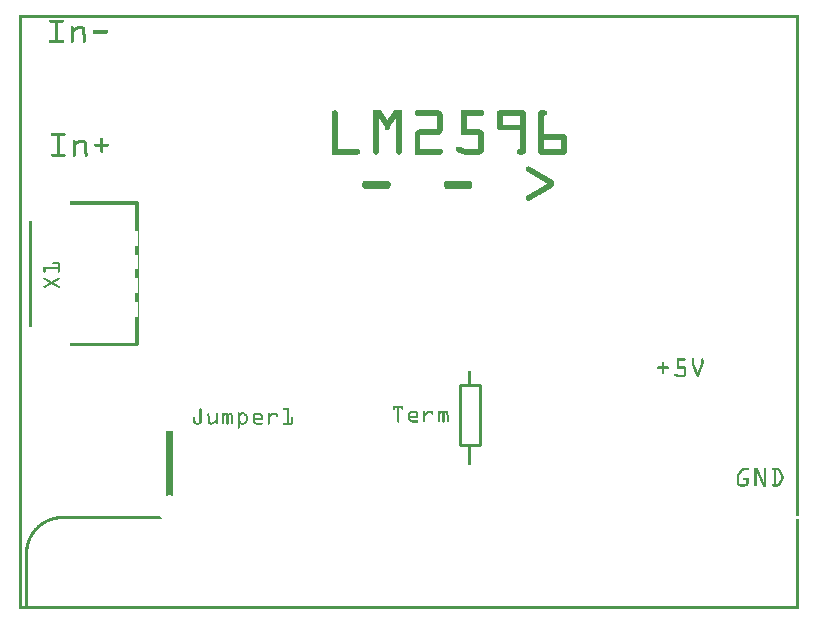
<source format=gto>
G04 MADE WITH FRITZING*
G04 WWW.FRITZING.ORG*
G04 DOUBLE SIDED*
G04 HOLES PLATED*
G04 CONTOUR ON CENTER OF CONTOUR VECTOR*
%ASAXBY*%
%FSLAX23Y23*%
%MOIN*%
%OFA0B0*%
%SFA1.0B1.0*%
%ADD10C,0.010000*%
%ADD11R,0.001000X0.001000*%
%LNSILK1*%
G90*
G70*
G54D10*
X1468Y544D02*
X1468Y744D01*
D02*
X1468Y744D02*
X1534Y744D01*
D02*
X1534Y744D02*
X1534Y544D01*
D02*
X1534Y544D02*
X1468Y544D01*
G54D11*
X0Y1978D02*
X2597Y1978D01*
X0Y1977D02*
X2597Y1977D01*
X0Y1976D02*
X2597Y1976D01*
X0Y1975D02*
X2597Y1975D01*
X0Y1974D02*
X2597Y1974D01*
X0Y1973D02*
X2597Y1973D01*
X0Y1972D02*
X2597Y1972D01*
X0Y1971D02*
X2597Y1971D01*
X0Y1970D02*
X7Y1970D01*
X2590Y1970D02*
X2597Y1970D01*
X0Y1969D02*
X7Y1969D01*
X2590Y1969D02*
X2597Y1969D01*
X0Y1968D02*
X7Y1968D01*
X2590Y1968D02*
X2597Y1968D01*
X0Y1967D02*
X7Y1967D01*
X2590Y1967D02*
X2597Y1967D01*
X0Y1966D02*
X7Y1966D01*
X2590Y1966D02*
X2597Y1966D01*
X0Y1965D02*
X7Y1965D01*
X2590Y1965D02*
X2597Y1965D01*
X0Y1964D02*
X7Y1964D01*
X2590Y1964D02*
X2597Y1964D01*
X0Y1963D02*
X7Y1963D01*
X101Y1963D02*
X145Y1963D01*
X2590Y1963D02*
X2597Y1963D01*
X0Y1962D02*
X7Y1962D01*
X100Y1962D02*
X146Y1962D01*
X2590Y1962D02*
X2597Y1962D01*
X0Y1961D02*
X7Y1961D01*
X99Y1961D02*
X147Y1961D01*
X2590Y1961D02*
X2597Y1961D01*
X0Y1960D02*
X7Y1960D01*
X99Y1960D02*
X147Y1960D01*
X2590Y1960D02*
X2597Y1960D01*
X0Y1959D02*
X7Y1959D01*
X98Y1959D02*
X148Y1959D01*
X2590Y1959D02*
X2597Y1959D01*
X0Y1958D02*
X7Y1958D01*
X99Y1958D02*
X147Y1958D01*
X2590Y1958D02*
X2597Y1958D01*
X0Y1957D02*
X7Y1957D01*
X99Y1957D02*
X147Y1957D01*
X2590Y1957D02*
X2597Y1957D01*
X0Y1956D02*
X7Y1956D01*
X99Y1956D02*
X147Y1956D01*
X2590Y1956D02*
X2597Y1956D01*
X0Y1955D02*
X7Y1955D01*
X100Y1955D02*
X146Y1955D01*
X2590Y1955D02*
X2597Y1955D01*
X0Y1954D02*
X7Y1954D01*
X102Y1954D02*
X144Y1954D01*
X2590Y1954D02*
X2597Y1954D01*
X0Y1953D02*
X7Y1953D01*
X118Y1953D02*
X128Y1953D01*
X2590Y1953D02*
X2597Y1953D01*
X0Y1952D02*
X7Y1952D01*
X118Y1952D02*
X128Y1952D01*
X2590Y1952D02*
X2597Y1952D01*
X0Y1951D02*
X7Y1951D01*
X118Y1951D02*
X128Y1951D01*
X2590Y1951D02*
X2597Y1951D01*
X0Y1950D02*
X7Y1950D01*
X118Y1950D02*
X128Y1950D01*
X2590Y1950D02*
X2597Y1950D01*
X0Y1949D02*
X7Y1949D01*
X118Y1949D02*
X128Y1949D01*
X2590Y1949D02*
X2597Y1949D01*
X0Y1948D02*
X7Y1948D01*
X118Y1948D02*
X128Y1948D01*
X2590Y1948D02*
X2597Y1948D01*
X0Y1947D02*
X7Y1947D01*
X118Y1947D02*
X128Y1947D01*
X2590Y1947D02*
X2597Y1947D01*
X0Y1946D02*
X7Y1946D01*
X118Y1946D02*
X128Y1946D01*
X2590Y1946D02*
X2597Y1946D01*
X0Y1945D02*
X7Y1945D01*
X118Y1945D02*
X128Y1945D01*
X2590Y1945D02*
X2597Y1945D01*
X0Y1944D02*
X7Y1944D01*
X118Y1944D02*
X128Y1944D01*
X2590Y1944D02*
X2597Y1944D01*
X0Y1943D02*
X7Y1943D01*
X118Y1943D02*
X128Y1943D01*
X2590Y1943D02*
X2597Y1943D01*
X0Y1942D02*
X7Y1942D01*
X118Y1942D02*
X128Y1942D01*
X174Y1942D02*
X177Y1942D01*
X195Y1942D02*
X208Y1942D01*
X2590Y1942D02*
X2597Y1942D01*
X0Y1941D02*
X7Y1941D01*
X118Y1941D02*
X128Y1941D01*
X173Y1941D02*
X179Y1941D01*
X193Y1941D02*
X211Y1941D01*
X2590Y1941D02*
X2597Y1941D01*
X0Y1940D02*
X7Y1940D01*
X118Y1940D02*
X128Y1940D01*
X172Y1940D02*
X180Y1940D01*
X191Y1940D02*
X212Y1940D01*
X2590Y1940D02*
X2597Y1940D01*
X0Y1939D02*
X7Y1939D01*
X118Y1939D02*
X128Y1939D01*
X172Y1939D02*
X180Y1939D01*
X189Y1939D02*
X214Y1939D01*
X2590Y1939D02*
X2597Y1939D01*
X0Y1938D02*
X7Y1938D01*
X118Y1938D02*
X128Y1938D01*
X171Y1938D02*
X180Y1938D01*
X188Y1938D02*
X215Y1938D01*
X2590Y1938D02*
X2597Y1938D01*
X0Y1937D02*
X7Y1937D01*
X118Y1937D02*
X128Y1937D01*
X171Y1937D02*
X180Y1937D01*
X186Y1937D02*
X216Y1937D01*
X2590Y1937D02*
X2597Y1937D01*
X0Y1936D02*
X7Y1936D01*
X118Y1936D02*
X128Y1936D01*
X171Y1936D02*
X180Y1936D01*
X185Y1936D02*
X216Y1936D01*
X2590Y1936D02*
X2597Y1936D01*
X0Y1935D02*
X7Y1935D01*
X118Y1935D02*
X128Y1935D01*
X171Y1935D02*
X180Y1935D01*
X183Y1935D02*
X217Y1935D01*
X2590Y1935D02*
X2597Y1935D01*
X0Y1934D02*
X7Y1934D01*
X118Y1934D02*
X128Y1934D01*
X171Y1934D02*
X218Y1934D01*
X2590Y1934D02*
X2597Y1934D01*
X0Y1933D02*
X7Y1933D01*
X118Y1933D02*
X128Y1933D01*
X171Y1933D02*
X218Y1933D01*
X2590Y1933D02*
X2597Y1933D01*
X0Y1932D02*
X7Y1932D01*
X118Y1932D02*
X128Y1932D01*
X171Y1932D02*
X196Y1932D01*
X207Y1932D02*
X218Y1932D01*
X2590Y1932D02*
X2597Y1932D01*
X0Y1931D02*
X7Y1931D01*
X118Y1931D02*
X128Y1931D01*
X171Y1931D02*
X195Y1931D01*
X208Y1931D02*
X219Y1931D01*
X2590Y1931D02*
X2597Y1931D01*
X0Y1930D02*
X7Y1930D01*
X118Y1930D02*
X128Y1930D01*
X171Y1930D02*
X193Y1930D01*
X209Y1930D02*
X219Y1930D01*
X2590Y1930D02*
X2597Y1930D01*
X0Y1929D02*
X7Y1929D01*
X118Y1929D02*
X128Y1929D01*
X171Y1929D02*
X192Y1929D01*
X210Y1929D02*
X219Y1929D01*
X247Y1929D02*
X291Y1929D01*
X2590Y1929D02*
X2597Y1929D01*
X0Y1928D02*
X7Y1928D01*
X118Y1928D02*
X128Y1928D01*
X171Y1928D02*
X190Y1928D01*
X210Y1928D02*
X219Y1928D01*
X245Y1928D02*
X292Y1928D01*
X2590Y1928D02*
X2597Y1928D01*
X0Y1927D02*
X7Y1927D01*
X118Y1927D02*
X128Y1927D01*
X171Y1927D02*
X188Y1927D01*
X210Y1927D02*
X219Y1927D01*
X245Y1927D02*
X293Y1927D01*
X2590Y1927D02*
X2597Y1927D01*
X0Y1926D02*
X7Y1926D01*
X118Y1926D02*
X128Y1926D01*
X171Y1926D02*
X187Y1926D01*
X210Y1926D02*
X219Y1926D01*
X244Y1926D02*
X293Y1926D01*
X2590Y1926D02*
X2597Y1926D01*
X0Y1925D02*
X7Y1925D01*
X118Y1925D02*
X128Y1925D01*
X171Y1925D02*
X185Y1925D01*
X210Y1925D02*
X219Y1925D01*
X244Y1925D02*
X293Y1925D01*
X2590Y1925D02*
X2597Y1925D01*
X0Y1924D02*
X7Y1924D01*
X118Y1924D02*
X128Y1924D01*
X171Y1924D02*
X184Y1924D01*
X210Y1924D02*
X219Y1924D01*
X244Y1924D02*
X293Y1924D01*
X2590Y1924D02*
X2597Y1924D01*
X0Y1923D02*
X7Y1923D01*
X118Y1923D02*
X128Y1923D01*
X171Y1923D02*
X182Y1923D01*
X210Y1923D02*
X219Y1923D01*
X244Y1923D02*
X293Y1923D01*
X2590Y1923D02*
X2597Y1923D01*
X0Y1922D02*
X7Y1922D01*
X118Y1922D02*
X128Y1922D01*
X171Y1922D02*
X181Y1922D01*
X210Y1922D02*
X219Y1922D01*
X244Y1922D02*
X293Y1922D01*
X2590Y1922D02*
X2597Y1922D01*
X0Y1921D02*
X7Y1921D01*
X118Y1921D02*
X128Y1921D01*
X171Y1921D02*
X180Y1921D01*
X210Y1921D02*
X219Y1921D01*
X244Y1921D02*
X293Y1921D01*
X2590Y1921D02*
X2597Y1921D01*
X0Y1920D02*
X7Y1920D01*
X118Y1920D02*
X128Y1920D01*
X171Y1920D02*
X180Y1920D01*
X210Y1920D02*
X219Y1920D01*
X244Y1920D02*
X293Y1920D01*
X2590Y1920D02*
X2597Y1920D01*
X0Y1919D02*
X7Y1919D01*
X118Y1919D02*
X128Y1919D01*
X171Y1919D02*
X180Y1919D01*
X210Y1919D02*
X219Y1919D01*
X244Y1919D02*
X293Y1919D01*
X2590Y1919D02*
X2597Y1919D01*
X0Y1918D02*
X7Y1918D01*
X118Y1918D02*
X128Y1918D01*
X171Y1918D02*
X180Y1918D01*
X210Y1918D02*
X219Y1918D01*
X245Y1918D02*
X293Y1918D01*
X2590Y1918D02*
X2597Y1918D01*
X0Y1917D02*
X7Y1917D01*
X118Y1917D02*
X128Y1917D01*
X171Y1917D02*
X180Y1917D01*
X210Y1917D02*
X219Y1917D01*
X245Y1917D02*
X292Y1917D01*
X2590Y1917D02*
X2597Y1917D01*
X0Y1916D02*
X7Y1916D01*
X118Y1916D02*
X128Y1916D01*
X171Y1916D02*
X180Y1916D01*
X210Y1916D02*
X219Y1916D01*
X247Y1916D02*
X291Y1916D01*
X2590Y1916D02*
X2597Y1916D01*
X0Y1915D02*
X7Y1915D01*
X118Y1915D02*
X128Y1915D01*
X171Y1915D02*
X180Y1915D01*
X210Y1915D02*
X220Y1915D01*
X2590Y1915D02*
X2597Y1915D01*
X0Y1914D02*
X7Y1914D01*
X118Y1914D02*
X128Y1914D01*
X171Y1914D02*
X180Y1914D01*
X210Y1914D02*
X220Y1914D01*
X2590Y1914D02*
X2597Y1914D01*
X0Y1913D02*
X7Y1913D01*
X118Y1913D02*
X128Y1913D01*
X171Y1913D02*
X180Y1913D01*
X210Y1913D02*
X220Y1913D01*
X2590Y1913D02*
X2597Y1913D01*
X0Y1912D02*
X7Y1912D01*
X118Y1912D02*
X128Y1912D01*
X171Y1912D02*
X180Y1912D01*
X210Y1912D02*
X220Y1912D01*
X2590Y1912D02*
X2597Y1912D01*
X0Y1911D02*
X7Y1911D01*
X118Y1911D02*
X128Y1911D01*
X171Y1911D02*
X180Y1911D01*
X211Y1911D02*
X220Y1911D01*
X2590Y1911D02*
X2597Y1911D01*
X0Y1910D02*
X7Y1910D01*
X118Y1910D02*
X128Y1910D01*
X171Y1910D02*
X180Y1910D01*
X211Y1910D02*
X220Y1910D01*
X2590Y1910D02*
X2597Y1910D01*
X0Y1909D02*
X7Y1909D01*
X118Y1909D02*
X128Y1909D01*
X171Y1909D02*
X180Y1909D01*
X211Y1909D02*
X220Y1909D01*
X2590Y1909D02*
X2597Y1909D01*
X0Y1908D02*
X7Y1908D01*
X118Y1908D02*
X128Y1908D01*
X171Y1908D02*
X180Y1908D01*
X211Y1908D02*
X220Y1908D01*
X2590Y1908D02*
X2597Y1908D01*
X0Y1907D02*
X7Y1907D01*
X118Y1907D02*
X128Y1907D01*
X171Y1907D02*
X180Y1907D01*
X211Y1907D02*
X220Y1907D01*
X2590Y1907D02*
X2597Y1907D01*
X0Y1906D02*
X7Y1906D01*
X118Y1906D02*
X128Y1906D01*
X171Y1906D02*
X180Y1906D01*
X211Y1906D02*
X220Y1906D01*
X2590Y1906D02*
X2597Y1906D01*
X0Y1905D02*
X7Y1905D01*
X118Y1905D02*
X128Y1905D01*
X171Y1905D02*
X180Y1905D01*
X211Y1905D02*
X220Y1905D01*
X2590Y1905D02*
X2597Y1905D01*
X0Y1904D02*
X7Y1904D01*
X118Y1904D02*
X128Y1904D01*
X171Y1904D02*
X180Y1904D01*
X211Y1904D02*
X220Y1904D01*
X2590Y1904D02*
X2597Y1904D01*
X0Y1903D02*
X7Y1903D01*
X118Y1903D02*
X128Y1903D01*
X171Y1903D02*
X180Y1903D01*
X211Y1903D02*
X220Y1903D01*
X2590Y1903D02*
X2597Y1903D01*
X0Y1902D02*
X7Y1902D01*
X118Y1902D02*
X128Y1902D01*
X171Y1902D02*
X180Y1902D01*
X211Y1902D02*
X220Y1902D01*
X2590Y1902D02*
X2597Y1902D01*
X0Y1901D02*
X7Y1901D01*
X118Y1901D02*
X128Y1901D01*
X171Y1901D02*
X180Y1901D01*
X211Y1901D02*
X220Y1901D01*
X2590Y1901D02*
X2597Y1901D01*
X0Y1900D02*
X7Y1900D01*
X118Y1900D02*
X128Y1900D01*
X171Y1900D02*
X180Y1900D01*
X211Y1900D02*
X220Y1900D01*
X2590Y1900D02*
X2597Y1900D01*
X0Y1899D02*
X7Y1899D01*
X118Y1899D02*
X128Y1899D01*
X171Y1899D02*
X180Y1899D01*
X211Y1899D02*
X220Y1899D01*
X2590Y1899D02*
X2597Y1899D01*
X0Y1898D02*
X7Y1898D01*
X118Y1898D02*
X128Y1898D01*
X171Y1898D02*
X180Y1898D01*
X211Y1898D02*
X220Y1898D01*
X2590Y1898D02*
X2597Y1898D01*
X0Y1897D02*
X7Y1897D01*
X118Y1897D02*
X128Y1897D01*
X171Y1897D02*
X180Y1897D01*
X211Y1897D02*
X220Y1897D01*
X2590Y1897D02*
X2597Y1897D01*
X0Y1896D02*
X7Y1896D01*
X118Y1896D02*
X128Y1896D01*
X171Y1896D02*
X180Y1896D01*
X211Y1896D02*
X220Y1896D01*
X2590Y1896D02*
X2597Y1896D01*
X0Y1895D02*
X7Y1895D01*
X101Y1895D02*
X145Y1895D01*
X171Y1895D02*
X180Y1895D01*
X211Y1895D02*
X220Y1895D01*
X2590Y1895D02*
X2597Y1895D01*
X0Y1894D02*
X7Y1894D01*
X100Y1894D02*
X146Y1894D01*
X171Y1894D02*
X180Y1894D01*
X211Y1894D02*
X220Y1894D01*
X2590Y1894D02*
X2597Y1894D01*
X0Y1893D02*
X7Y1893D01*
X99Y1893D02*
X147Y1893D01*
X171Y1893D02*
X180Y1893D01*
X211Y1893D02*
X220Y1893D01*
X2590Y1893D02*
X2597Y1893D01*
X0Y1892D02*
X7Y1892D01*
X99Y1892D02*
X147Y1892D01*
X171Y1892D02*
X180Y1892D01*
X211Y1892D02*
X220Y1892D01*
X2590Y1892D02*
X2597Y1892D01*
X0Y1891D02*
X7Y1891D01*
X98Y1891D02*
X147Y1891D01*
X171Y1891D02*
X180Y1891D01*
X211Y1891D02*
X220Y1891D01*
X2590Y1891D02*
X2597Y1891D01*
X0Y1890D02*
X7Y1890D01*
X98Y1890D02*
X147Y1890D01*
X171Y1890D02*
X180Y1890D01*
X211Y1890D02*
X220Y1890D01*
X2590Y1890D02*
X2597Y1890D01*
X0Y1889D02*
X7Y1889D01*
X99Y1889D02*
X147Y1889D01*
X171Y1889D02*
X180Y1889D01*
X211Y1889D02*
X220Y1889D01*
X2590Y1889D02*
X2597Y1889D01*
X0Y1888D02*
X7Y1888D01*
X99Y1888D02*
X147Y1888D01*
X172Y1888D02*
X180Y1888D01*
X212Y1888D02*
X220Y1888D01*
X2590Y1888D02*
X2597Y1888D01*
X0Y1887D02*
X7Y1887D01*
X100Y1887D02*
X146Y1887D01*
X173Y1887D02*
X179Y1887D01*
X213Y1887D02*
X219Y1887D01*
X2590Y1887D02*
X2597Y1887D01*
X0Y1886D02*
X7Y1886D01*
X101Y1886D02*
X145Y1886D01*
X174Y1886D02*
X178Y1886D01*
X214Y1886D02*
X218Y1886D01*
X2590Y1886D02*
X2597Y1886D01*
X0Y1885D02*
X7Y1885D01*
X2590Y1885D02*
X2597Y1885D01*
X0Y1884D02*
X7Y1884D01*
X2590Y1884D02*
X2597Y1884D01*
X0Y1883D02*
X7Y1883D01*
X2590Y1883D02*
X2597Y1883D01*
X0Y1882D02*
X7Y1882D01*
X2590Y1882D02*
X2597Y1882D01*
X0Y1881D02*
X7Y1881D01*
X2590Y1881D02*
X2597Y1881D01*
X0Y1880D02*
X7Y1880D01*
X2590Y1880D02*
X2597Y1880D01*
X0Y1879D02*
X7Y1879D01*
X2590Y1879D02*
X2597Y1879D01*
X0Y1878D02*
X7Y1878D01*
X2590Y1878D02*
X2597Y1878D01*
X0Y1877D02*
X7Y1877D01*
X2590Y1877D02*
X2597Y1877D01*
X0Y1876D02*
X7Y1876D01*
X2590Y1876D02*
X2597Y1876D01*
X0Y1875D02*
X7Y1875D01*
X2590Y1875D02*
X2597Y1875D01*
X0Y1874D02*
X7Y1874D01*
X2590Y1874D02*
X2597Y1874D01*
X0Y1873D02*
X7Y1873D01*
X2590Y1873D02*
X2597Y1873D01*
X0Y1872D02*
X7Y1872D01*
X2590Y1872D02*
X2597Y1872D01*
X0Y1871D02*
X7Y1871D01*
X2590Y1871D02*
X2597Y1871D01*
X0Y1870D02*
X7Y1870D01*
X2590Y1870D02*
X2597Y1870D01*
X0Y1869D02*
X7Y1869D01*
X2590Y1869D02*
X2597Y1869D01*
X0Y1868D02*
X7Y1868D01*
X2590Y1868D02*
X2597Y1868D01*
X0Y1867D02*
X7Y1867D01*
X2590Y1867D02*
X2597Y1867D01*
X0Y1866D02*
X7Y1866D01*
X2590Y1866D02*
X2597Y1866D01*
X0Y1865D02*
X7Y1865D01*
X2590Y1865D02*
X2597Y1865D01*
X0Y1864D02*
X7Y1864D01*
X2590Y1864D02*
X2597Y1864D01*
X0Y1863D02*
X7Y1863D01*
X2590Y1863D02*
X2597Y1863D01*
X0Y1862D02*
X7Y1862D01*
X2590Y1862D02*
X2597Y1862D01*
X0Y1861D02*
X7Y1861D01*
X2590Y1861D02*
X2597Y1861D01*
X0Y1860D02*
X7Y1860D01*
X2590Y1860D02*
X2597Y1860D01*
X0Y1859D02*
X7Y1859D01*
X2590Y1859D02*
X2597Y1859D01*
X0Y1858D02*
X7Y1858D01*
X2590Y1858D02*
X2597Y1858D01*
X0Y1857D02*
X7Y1857D01*
X2590Y1857D02*
X2597Y1857D01*
X0Y1856D02*
X7Y1856D01*
X2590Y1856D02*
X2597Y1856D01*
X0Y1855D02*
X7Y1855D01*
X2590Y1855D02*
X2597Y1855D01*
X0Y1854D02*
X7Y1854D01*
X2590Y1854D02*
X2597Y1854D01*
X0Y1853D02*
X7Y1853D01*
X2590Y1853D02*
X2597Y1853D01*
X0Y1852D02*
X7Y1852D01*
X2590Y1852D02*
X2597Y1852D01*
X0Y1851D02*
X7Y1851D01*
X2590Y1851D02*
X2597Y1851D01*
X0Y1850D02*
X7Y1850D01*
X2590Y1850D02*
X2597Y1850D01*
X0Y1849D02*
X7Y1849D01*
X2590Y1849D02*
X2597Y1849D01*
X0Y1848D02*
X7Y1848D01*
X2590Y1848D02*
X2597Y1848D01*
X0Y1847D02*
X7Y1847D01*
X2590Y1847D02*
X2597Y1847D01*
X0Y1846D02*
X7Y1846D01*
X2590Y1846D02*
X2597Y1846D01*
X0Y1845D02*
X7Y1845D01*
X2590Y1845D02*
X2597Y1845D01*
X0Y1844D02*
X7Y1844D01*
X2590Y1844D02*
X2597Y1844D01*
X0Y1843D02*
X7Y1843D01*
X2590Y1843D02*
X2597Y1843D01*
X0Y1842D02*
X7Y1842D01*
X2590Y1842D02*
X2597Y1842D01*
X0Y1841D02*
X7Y1841D01*
X2590Y1841D02*
X2597Y1841D01*
X0Y1840D02*
X7Y1840D01*
X2590Y1840D02*
X2597Y1840D01*
X0Y1839D02*
X7Y1839D01*
X2590Y1839D02*
X2597Y1839D01*
X0Y1838D02*
X7Y1838D01*
X2590Y1838D02*
X2597Y1838D01*
X0Y1837D02*
X7Y1837D01*
X2590Y1837D02*
X2597Y1837D01*
X0Y1836D02*
X7Y1836D01*
X2590Y1836D02*
X2597Y1836D01*
X0Y1835D02*
X7Y1835D01*
X2590Y1835D02*
X2597Y1835D01*
X0Y1834D02*
X7Y1834D01*
X2590Y1834D02*
X2597Y1834D01*
X0Y1833D02*
X7Y1833D01*
X2590Y1833D02*
X2597Y1833D01*
X0Y1832D02*
X7Y1832D01*
X2590Y1832D02*
X2597Y1832D01*
X0Y1831D02*
X7Y1831D01*
X2590Y1831D02*
X2597Y1831D01*
X0Y1830D02*
X7Y1830D01*
X2590Y1830D02*
X2597Y1830D01*
X0Y1829D02*
X7Y1829D01*
X2590Y1829D02*
X2597Y1829D01*
X0Y1828D02*
X7Y1828D01*
X2590Y1828D02*
X2597Y1828D01*
X0Y1827D02*
X7Y1827D01*
X2590Y1827D02*
X2597Y1827D01*
X0Y1826D02*
X7Y1826D01*
X2590Y1826D02*
X2597Y1826D01*
X0Y1825D02*
X7Y1825D01*
X2590Y1825D02*
X2597Y1825D01*
X0Y1824D02*
X7Y1824D01*
X2590Y1824D02*
X2597Y1824D01*
X0Y1823D02*
X7Y1823D01*
X2590Y1823D02*
X2597Y1823D01*
X0Y1822D02*
X7Y1822D01*
X2590Y1822D02*
X2597Y1822D01*
X0Y1821D02*
X7Y1821D01*
X2590Y1821D02*
X2597Y1821D01*
X0Y1820D02*
X7Y1820D01*
X2590Y1820D02*
X2597Y1820D01*
X0Y1819D02*
X7Y1819D01*
X2590Y1819D02*
X2597Y1819D01*
X0Y1818D02*
X7Y1818D01*
X2590Y1818D02*
X2597Y1818D01*
X0Y1817D02*
X7Y1817D01*
X2590Y1817D02*
X2597Y1817D01*
X0Y1816D02*
X7Y1816D01*
X2590Y1816D02*
X2597Y1816D01*
X0Y1815D02*
X7Y1815D01*
X2590Y1815D02*
X2597Y1815D01*
X0Y1814D02*
X7Y1814D01*
X2590Y1814D02*
X2597Y1814D01*
X0Y1813D02*
X7Y1813D01*
X2590Y1813D02*
X2597Y1813D01*
X0Y1812D02*
X7Y1812D01*
X2590Y1812D02*
X2597Y1812D01*
X0Y1811D02*
X7Y1811D01*
X2590Y1811D02*
X2597Y1811D01*
X0Y1810D02*
X7Y1810D01*
X2590Y1810D02*
X2597Y1810D01*
X0Y1809D02*
X7Y1809D01*
X2590Y1809D02*
X2597Y1809D01*
X0Y1808D02*
X7Y1808D01*
X2590Y1808D02*
X2597Y1808D01*
X0Y1807D02*
X7Y1807D01*
X2590Y1807D02*
X2597Y1807D01*
X0Y1806D02*
X7Y1806D01*
X2590Y1806D02*
X2597Y1806D01*
X0Y1805D02*
X7Y1805D01*
X2590Y1805D02*
X2597Y1805D01*
X0Y1804D02*
X7Y1804D01*
X2590Y1804D02*
X2597Y1804D01*
X0Y1803D02*
X7Y1803D01*
X2590Y1803D02*
X2597Y1803D01*
X0Y1802D02*
X7Y1802D01*
X2590Y1802D02*
X2597Y1802D01*
X0Y1801D02*
X7Y1801D01*
X2590Y1801D02*
X2597Y1801D01*
X0Y1800D02*
X7Y1800D01*
X2590Y1800D02*
X2597Y1800D01*
X0Y1799D02*
X7Y1799D01*
X2590Y1799D02*
X2597Y1799D01*
X0Y1798D02*
X7Y1798D01*
X2590Y1798D02*
X2597Y1798D01*
X0Y1797D02*
X7Y1797D01*
X2590Y1797D02*
X2597Y1797D01*
X0Y1796D02*
X7Y1796D01*
X2590Y1796D02*
X2597Y1796D01*
X0Y1795D02*
X7Y1795D01*
X2590Y1795D02*
X2597Y1795D01*
X0Y1794D02*
X7Y1794D01*
X2590Y1794D02*
X2597Y1794D01*
X0Y1793D02*
X7Y1793D01*
X2590Y1793D02*
X2597Y1793D01*
X0Y1792D02*
X7Y1792D01*
X2590Y1792D02*
X2597Y1792D01*
X0Y1791D02*
X7Y1791D01*
X2590Y1791D02*
X2597Y1791D01*
X0Y1790D02*
X7Y1790D01*
X2590Y1790D02*
X2597Y1790D01*
X0Y1789D02*
X7Y1789D01*
X2590Y1789D02*
X2597Y1789D01*
X0Y1788D02*
X7Y1788D01*
X2590Y1788D02*
X2597Y1788D01*
X0Y1787D02*
X7Y1787D01*
X2590Y1787D02*
X2597Y1787D01*
X0Y1786D02*
X7Y1786D01*
X2590Y1786D02*
X2597Y1786D01*
X0Y1785D02*
X7Y1785D01*
X2590Y1785D02*
X2597Y1785D01*
X0Y1784D02*
X7Y1784D01*
X2590Y1784D02*
X2597Y1784D01*
X0Y1783D02*
X7Y1783D01*
X2590Y1783D02*
X2597Y1783D01*
X0Y1782D02*
X7Y1782D01*
X2590Y1782D02*
X2597Y1782D01*
X0Y1781D02*
X7Y1781D01*
X2590Y1781D02*
X2597Y1781D01*
X0Y1780D02*
X7Y1780D01*
X2590Y1780D02*
X2597Y1780D01*
X0Y1779D02*
X7Y1779D01*
X2590Y1779D02*
X2597Y1779D01*
X0Y1778D02*
X7Y1778D01*
X2590Y1778D02*
X2597Y1778D01*
X0Y1777D02*
X7Y1777D01*
X2590Y1777D02*
X2597Y1777D01*
X0Y1776D02*
X7Y1776D01*
X2590Y1776D02*
X2597Y1776D01*
X0Y1775D02*
X7Y1775D01*
X2590Y1775D02*
X2597Y1775D01*
X0Y1774D02*
X7Y1774D01*
X2590Y1774D02*
X2597Y1774D01*
X0Y1773D02*
X7Y1773D01*
X2590Y1773D02*
X2597Y1773D01*
X0Y1772D02*
X7Y1772D01*
X2590Y1772D02*
X2597Y1772D01*
X0Y1771D02*
X7Y1771D01*
X2590Y1771D02*
X2597Y1771D01*
X0Y1770D02*
X7Y1770D01*
X2590Y1770D02*
X2597Y1770D01*
X0Y1769D02*
X7Y1769D01*
X2590Y1769D02*
X2597Y1769D01*
X0Y1768D02*
X7Y1768D01*
X2590Y1768D02*
X2597Y1768D01*
X0Y1767D02*
X7Y1767D01*
X2590Y1767D02*
X2597Y1767D01*
X0Y1766D02*
X7Y1766D01*
X2590Y1766D02*
X2597Y1766D01*
X0Y1765D02*
X7Y1765D01*
X2590Y1765D02*
X2597Y1765D01*
X0Y1764D02*
X7Y1764D01*
X2590Y1764D02*
X2597Y1764D01*
X0Y1763D02*
X7Y1763D01*
X2590Y1763D02*
X2597Y1763D01*
X0Y1762D02*
X7Y1762D01*
X2590Y1762D02*
X2597Y1762D01*
X0Y1761D02*
X7Y1761D01*
X2590Y1761D02*
X2597Y1761D01*
X0Y1760D02*
X7Y1760D01*
X2590Y1760D02*
X2597Y1760D01*
X0Y1759D02*
X7Y1759D01*
X2590Y1759D02*
X2597Y1759D01*
X0Y1758D02*
X7Y1758D01*
X2590Y1758D02*
X2597Y1758D01*
X0Y1757D02*
X7Y1757D01*
X2590Y1757D02*
X2597Y1757D01*
X0Y1756D02*
X7Y1756D01*
X2590Y1756D02*
X2597Y1756D01*
X0Y1755D02*
X7Y1755D01*
X2590Y1755D02*
X2597Y1755D01*
X0Y1754D02*
X7Y1754D01*
X2590Y1754D02*
X2597Y1754D01*
X0Y1753D02*
X7Y1753D01*
X2590Y1753D02*
X2597Y1753D01*
X0Y1752D02*
X7Y1752D01*
X2590Y1752D02*
X2597Y1752D01*
X0Y1751D02*
X7Y1751D01*
X2590Y1751D02*
X2597Y1751D01*
X0Y1750D02*
X7Y1750D01*
X2590Y1750D02*
X2597Y1750D01*
X0Y1749D02*
X7Y1749D01*
X2590Y1749D02*
X2597Y1749D01*
X0Y1748D02*
X7Y1748D01*
X2590Y1748D02*
X2597Y1748D01*
X0Y1747D02*
X7Y1747D01*
X2590Y1747D02*
X2597Y1747D01*
X0Y1746D02*
X7Y1746D01*
X2590Y1746D02*
X2597Y1746D01*
X0Y1745D02*
X7Y1745D01*
X2590Y1745D02*
X2597Y1745D01*
X0Y1744D02*
X7Y1744D01*
X2590Y1744D02*
X2597Y1744D01*
X0Y1743D02*
X7Y1743D01*
X2590Y1743D02*
X2597Y1743D01*
X0Y1742D02*
X7Y1742D01*
X2590Y1742D02*
X2597Y1742D01*
X0Y1741D02*
X7Y1741D01*
X2590Y1741D02*
X2597Y1741D01*
X0Y1740D02*
X7Y1740D01*
X2590Y1740D02*
X2597Y1740D01*
X0Y1739D02*
X7Y1739D01*
X2590Y1739D02*
X2597Y1739D01*
X0Y1738D02*
X7Y1738D01*
X2590Y1738D02*
X2597Y1738D01*
X0Y1737D02*
X7Y1737D01*
X2590Y1737D02*
X2597Y1737D01*
X0Y1736D02*
X7Y1736D01*
X2590Y1736D02*
X2597Y1736D01*
X0Y1735D02*
X7Y1735D01*
X2590Y1735D02*
X2597Y1735D01*
X0Y1734D02*
X7Y1734D01*
X2590Y1734D02*
X2597Y1734D01*
X0Y1733D02*
X7Y1733D01*
X2590Y1733D02*
X2597Y1733D01*
X0Y1732D02*
X7Y1732D01*
X2590Y1732D02*
X2597Y1732D01*
X0Y1731D02*
X7Y1731D01*
X2590Y1731D02*
X2597Y1731D01*
X0Y1730D02*
X7Y1730D01*
X2590Y1730D02*
X2597Y1730D01*
X0Y1729D02*
X7Y1729D01*
X2590Y1729D02*
X2597Y1729D01*
X0Y1728D02*
X7Y1728D01*
X2590Y1728D02*
X2597Y1728D01*
X0Y1727D02*
X7Y1727D01*
X2590Y1727D02*
X2597Y1727D01*
X0Y1726D02*
X7Y1726D01*
X2590Y1726D02*
X2597Y1726D01*
X0Y1725D02*
X7Y1725D01*
X2590Y1725D02*
X2597Y1725D01*
X0Y1724D02*
X7Y1724D01*
X2590Y1724D02*
X2597Y1724D01*
X0Y1723D02*
X7Y1723D01*
X2590Y1723D02*
X2597Y1723D01*
X0Y1722D02*
X7Y1722D01*
X2590Y1722D02*
X2597Y1722D01*
X0Y1721D02*
X7Y1721D01*
X2590Y1721D02*
X2597Y1721D01*
X0Y1720D02*
X7Y1720D01*
X2590Y1720D02*
X2597Y1720D01*
X0Y1719D02*
X7Y1719D01*
X2590Y1719D02*
X2597Y1719D01*
X0Y1718D02*
X7Y1718D01*
X2590Y1718D02*
X2597Y1718D01*
X0Y1717D02*
X7Y1717D01*
X2590Y1717D02*
X2597Y1717D01*
X0Y1716D02*
X7Y1716D01*
X2590Y1716D02*
X2597Y1716D01*
X0Y1715D02*
X7Y1715D01*
X2590Y1715D02*
X2597Y1715D01*
X0Y1714D02*
X7Y1714D01*
X2590Y1714D02*
X2597Y1714D01*
X0Y1713D02*
X7Y1713D01*
X2590Y1713D02*
X2597Y1713D01*
X0Y1712D02*
X7Y1712D01*
X2590Y1712D02*
X2597Y1712D01*
X0Y1711D02*
X7Y1711D01*
X2590Y1711D02*
X2597Y1711D01*
X0Y1710D02*
X7Y1710D01*
X2590Y1710D02*
X2597Y1710D01*
X0Y1709D02*
X7Y1709D01*
X2590Y1709D02*
X2597Y1709D01*
X0Y1708D02*
X7Y1708D01*
X2590Y1708D02*
X2597Y1708D01*
X0Y1707D02*
X7Y1707D01*
X2590Y1707D02*
X2597Y1707D01*
X0Y1706D02*
X7Y1706D01*
X2590Y1706D02*
X2597Y1706D01*
X0Y1705D02*
X7Y1705D01*
X2590Y1705D02*
X2597Y1705D01*
X0Y1704D02*
X7Y1704D01*
X2590Y1704D02*
X2597Y1704D01*
X0Y1703D02*
X7Y1703D01*
X2590Y1703D02*
X2597Y1703D01*
X0Y1702D02*
X7Y1702D01*
X2590Y1702D02*
X2597Y1702D01*
X0Y1701D02*
X7Y1701D01*
X2590Y1701D02*
X2597Y1701D01*
X0Y1700D02*
X7Y1700D01*
X2590Y1700D02*
X2597Y1700D01*
X0Y1699D02*
X7Y1699D01*
X2590Y1699D02*
X2597Y1699D01*
X0Y1698D02*
X7Y1698D01*
X2590Y1698D02*
X2597Y1698D01*
X0Y1697D02*
X7Y1697D01*
X2590Y1697D02*
X2597Y1697D01*
X0Y1696D02*
X7Y1696D01*
X2590Y1696D02*
X2597Y1696D01*
X0Y1695D02*
X7Y1695D01*
X2590Y1695D02*
X2597Y1695D01*
X0Y1694D02*
X7Y1694D01*
X2590Y1694D02*
X2597Y1694D01*
X0Y1693D02*
X7Y1693D01*
X2590Y1693D02*
X2597Y1693D01*
X0Y1692D02*
X7Y1692D01*
X2590Y1692D02*
X2597Y1692D01*
X0Y1691D02*
X7Y1691D01*
X2590Y1691D02*
X2597Y1691D01*
X0Y1690D02*
X7Y1690D01*
X2590Y1690D02*
X2597Y1690D01*
X0Y1689D02*
X7Y1689D01*
X2590Y1689D02*
X2597Y1689D01*
X0Y1688D02*
X7Y1688D01*
X2590Y1688D02*
X2597Y1688D01*
X0Y1687D02*
X7Y1687D01*
X2590Y1687D02*
X2597Y1687D01*
X0Y1686D02*
X7Y1686D01*
X2590Y1686D02*
X2597Y1686D01*
X0Y1685D02*
X7Y1685D01*
X2590Y1685D02*
X2597Y1685D01*
X0Y1684D02*
X7Y1684D01*
X2590Y1684D02*
X2597Y1684D01*
X0Y1683D02*
X7Y1683D01*
X2590Y1683D02*
X2597Y1683D01*
X0Y1682D02*
X7Y1682D01*
X2590Y1682D02*
X2597Y1682D01*
X0Y1681D02*
X7Y1681D01*
X2590Y1681D02*
X2597Y1681D01*
X0Y1680D02*
X7Y1680D01*
X2590Y1680D02*
X2597Y1680D01*
X0Y1679D02*
X7Y1679D01*
X2590Y1679D02*
X2597Y1679D01*
X0Y1678D02*
X7Y1678D01*
X2590Y1678D02*
X2597Y1678D01*
X0Y1677D02*
X7Y1677D01*
X2590Y1677D02*
X2597Y1677D01*
X0Y1676D02*
X7Y1676D01*
X2590Y1676D02*
X2597Y1676D01*
X0Y1675D02*
X7Y1675D01*
X2590Y1675D02*
X2597Y1675D01*
X0Y1674D02*
X7Y1674D01*
X2590Y1674D02*
X2597Y1674D01*
X0Y1673D02*
X7Y1673D01*
X2590Y1673D02*
X2597Y1673D01*
X0Y1672D02*
X7Y1672D01*
X2590Y1672D02*
X2597Y1672D01*
X0Y1671D02*
X7Y1671D01*
X2590Y1671D02*
X2597Y1671D01*
X0Y1670D02*
X7Y1670D01*
X2590Y1670D02*
X2597Y1670D01*
X0Y1669D02*
X7Y1669D01*
X2590Y1669D02*
X2597Y1669D01*
X0Y1668D02*
X7Y1668D01*
X2590Y1668D02*
X2597Y1668D01*
X0Y1667D02*
X7Y1667D01*
X2590Y1667D02*
X2597Y1667D01*
X0Y1666D02*
X7Y1666D01*
X2590Y1666D02*
X2597Y1666D01*
X0Y1665D02*
X7Y1665D01*
X2590Y1665D02*
X2597Y1665D01*
X0Y1664D02*
X7Y1664D01*
X2590Y1664D02*
X2597Y1664D01*
X0Y1663D02*
X7Y1663D01*
X2590Y1663D02*
X2597Y1663D01*
X0Y1662D02*
X7Y1662D01*
X2590Y1662D02*
X2597Y1662D01*
X0Y1661D02*
X7Y1661D01*
X1047Y1661D02*
X1054Y1661D01*
X1179Y1661D02*
X1203Y1661D01*
X1249Y1661D02*
X1273Y1661D01*
X1322Y1661D02*
X1397Y1661D01*
X1473Y1661D02*
X1543Y1661D01*
X1597Y1661D02*
X1680Y1661D01*
X1735Y1661D02*
X1752Y1661D01*
X2590Y1661D02*
X2597Y1661D01*
X0Y1660D02*
X7Y1660D01*
X1045Y1660D02*
X1056Y1660D01*
X1179Y1660D02*
X1204Y1660D01*
X1248Y1660D02*
X1273Y1660D01*
X1321Y1660D02*
X1400Y1660D01*
X1473Y1660D02*
X1544Y1660D01*
X1596Y1660D02*
X1682Y1660D01*
X1734Y1660D02*
X1754Y1660D01*
X2590Y1660D02*
X2597Y1660D01*
X0Y1659D02*
X7Y1659D01*
X1044Y1659D02*
X1057Y1659D01*
X1179Y1659D02*
X1204Y1659D01*
X1248Y1659D02*
X1273Y1659D01*
X1319Y1659D02*
X1401Y1659D01*
X1473Y1659D02*
X1546Y1659D01*
X1595Y1659D02*
X1683Y1659D01*
X1732Y1659D02*
X1755Y1659D01*
X2590Y1659D02*
X2597Y1659D01*
X0Y1658D02*
X7Y1658D01*
X1043Y1658D02*
X1058Y1658D01*
X1179Y1658D02*
X1205Y1658D01*
X1247Y1658D02*
X1273Y1658D01*
X1319Y1658D02*
X1403Y1658D01*
X1473Y1658D02*
X1546Y1658D01*
X1594Y1658D02*
X1684Y1658D01*
X1732Y1658D02*
X1755Y1658D01*
X2590Y1658D02*
X2597Y1658D01*
X0Y1657D02*
X7Y1657D01*
X1043Y1657D02*
X1058Y1657D01*
X1179Y1657D02*
X1206Y1657D01*
X1246Y1657D02*
X1273Y1657D01*
X1318Y1657D02*
X1404Y1657D01*
X1473Y1657D02*
X1547Y1657D01*
X1593Y1657D02*
X1685Y1657D01*
X1731Y1657D02*
X1756Y1657D01*
X2590Y1657D02*
X2597Y1657D01*
X0Y1656D02*
X7Y1656D01*
X1042Y1656D02*
X1059Y1656D01*
X1179Y1656D02*
X1206Y1656D01*
X1246Y1656D02*
X1273Y1656D01*
X1317Y1656D02*
X1405Y1656D01*
X1473Y1656D02*
X1548Y1656D01*
X1593Y1656D02*
X1685Y1656D01*
X1730Y1656D02*
X1757Y1656D01*
X2590Y1656D02*
X2597Y1656D01*
X0Y1655D02*
X7Y1655D01*
X1042Y1655D02*
X1059Y1655D01*
X1179Y1655D02*
X1207Y1655D01*
X1245Y1655D02*
X1273Y1655D01*
X1317Y1655D02*
X1406Y1655D01*
X1473Y1655D02*
X1548Y1655D01*
X1592Y1655D02*
X1686Y1655D01*
X1730Y1655D02*
X1757Y1655D01*
X2590Y1655D02*
X2597Y1655D01*
X0Y1654D02*
X7Y1654D01*
X1042Y1654D02*
X1060Y1654D01*
X1179Y1654D02*
X1208Y1654D01*
X1244Y1654D02*
X1273Y1654D01*
X1317Y1654D02*
X1407Y1654D01*
X1473Y1654D02*
X1548Y1654D01*
X1592Y1654D02*
X1686Y1654D01*
X1730Y1654D02*
X1757Y1654D01*
X2590Y1654D02*
X2597Y1654D01*
X0Y1653D02*
X7Y1653D01*
X1042Y1653D02*
X1060Y1653D01*
X1179Y1653D02*
X1208Y1653D01*
X1244Y1653D02*
X1273Y1653D01*
X1317Y1653D02*
X1408Y1653D01*
X1473Y1653D02*
X1548Y1653D01*
X1592Y1653D02*
X1686Y1653D01*
X1730Y1653D02*
X1757Y1653D01*
X2590Y1653D02*
X2597Y1653D01*
X0Y1652D02*
X7Y1652D01*
X1041Y1652D02*
X1060Y1652D01*
X1179Y1652D02*
X1209Y1652D01*
X1243Y1652D02*
X1273Y1652D01*
X1317Y1652D02*
X1408Y1652D01*
X1473Y1652D02*
X1548Y1652D01*
X1592Y1652D02*
X1686Y1652D01*
X1730Y1652D02*
X1757Y1652D01*
X2590Y1652D02*
X2597Y1652D01*
X0Y1651D02*
X7Y1651D01*
X1041Y1651D02*
X1060Y1651D01*
X1179Y1651D02*
X1210Y1651D01*
X1242Y1651D02*
X1273Y1651D01*
X1317Y1651D02*
X1409Y1651D01*
X1473Y1651D02*
X1548Y1651D01*
X1592Y1651D02*
X1686Y1651D01*
X1730Y1651D02*
X1757Y1651D01*
X2590Y1651D02*
X2597Y1651D01*
X0Y1650D02*
X7Y1650D01*
X1041Y1650D02*
X1060Y1650D01*
X1179Y1650D02*
X1211Y1650D01*
X1241Y1650D02*
X1273Y1650D01*
X1317Y1650D02*
X1409Y1650D01*
X1473Y1650D02*
X1548Y1650D01*
X1592Y1650D02*
X1686Y1650D01*
X1730Y1650D02*
X1757Y1650D01*
X2590Y1650D02*
X2597Y1650D01*
X0Y1649D02*
X7Y1649D01*
X1041Y1649D02*
X1060Y1649D01*
X1179Y1649D02*
X1211Y1649D01*
X1241Y1649D02*
X1273Y1649D01*
X1317Y1649D02*
X1410Y1649D01*
X1473Y1649D02*
X1548Y1649D01*
X1592Y1649D02*
X1686Y1649D01*
X1730Y1649D02*
X1757Y1649D01*
X2590Y1649D02*
X2597Y1649D01*
X0Y1648D02*
X7Y1648D01*
X1041Y1648D02*
X1060Y1648D01*
X1179Y1648D02*
X1212Y1648D01*
X1240Y1648D02*
X1273Y1648D01*
X1318Y1648D02*
X1410Y1648D01*
X1473Y1648D02*
X1547Y1648D01*
X1592Y1648D02*
X1686Y1648D01*
X1730Y1648D02*
X1756Y1648D01*
X2590Y1648D02*
X2597Y1648D01*
X0Y1647D02*
X7Y1647D01*
X1041Y1647D02*
X1060Y1647D01*
X1179Y1647D02*
X1213Y1647D01*
X1239Y1647D02*
X1273Y1647D01*
X1318Y1647D02*
X1410Y1647D01*
X1473Y1647D02*
X1547Y1647D01*
X1592Y1647D02*
X1686Y1647D01*
X1730Y1647D02*
X1756Y1647D01*
X2590Y1647D02*
X2597Y1647D01*
X0Y1646D02*
X7Y1646D01*
X1041Y1646D02*
X1060Y1646D01*
X1179Y1646D02*
X1213Y1646D01*
X1239Y1646D02*
X1273Y1646D01*
X1319Y1646D02*
X1410Y1646D01*
X1473Y1646D02*
X1546Y1646D01*
X1592Y1646D02*
X1686Y1646D01*
X1730Y1646D02*
X1755Y1646D01*
X2590Y1646D02*
X2597Y1646D01*
X0Y1645D02*
X7Y1645D01*
X1041Y1645D02*
X1060Y1645D01*
X1179Y1645D02*
X1214Y1645D01*
X1238Y1645D02*
X1273Y1645D01*
X1320Y1645D02*
X1410Y1645D01*
X1473Y1645D02*
X1545Y1645D01*
X1592Y1645D02*
X1686Y1645D01*
X1730Y1645D02*
X1754Y1645D01*
X2590Y1645D02*
X2597Y1645D01*
X0Y1644D02*
X7Y1644D01*
X1041Y1644D02*
X1060Y1644D01*
X1179Y1644D02*
X1215Y1644D01*
X1237Y1644D02*
X1273Y1644D01*
X1322Y1644D02*
X1411Y1644D01*
X1473Y1644D02*
X1543Y1644D01*
X1592Y1644D02*
X1686Y1644D01*
X1730Y1644D02*
X1752Y1644D01*
X2590Y1644D02*
X2597Y1644D01*
X0Y1643D02*
X7Y1643D01*
X1041Y1643D02*
X1060Y1643D01*
X1179Y1643D02*
X1215Y1643D01*
X1237Y1643D02*
X1273Y1643D01*
X1324Y1643D02*
X1411Y1643D01*
X1473Y1643D02*
X1541Y1643D01*
X1592Y1643D02*
X1686Y1643D01*
X1730Y1643D02*
X1750Y1643D01*
X2590Y1643D02*
X2597Y1643D01*
X0Y1642D02*
X7Y1642D01*
X1041Y1642D02*
X1060Y1642D01*
X1179Y1642D02*
X1216Y1642D01*
X1236Y1642D02*
X1273Y1642D01*
X1392Y1642D02*
X1411Y1642D01*
X1473Y1642D02*
X1492Y1642D01*
X1592Y1642D02*
X1610Y1642D01*
X1668Y1642D02*
X1686Y1642D01*
X1730Y1642D02*
X1748Y1642D01*
X2590Y1642D02*
X2597Y1642D01*
X0Y1641D02*
X7Y1641D01*
X1041Y1641D02*
X1060Y1641D01*
X1179Y1641D02*
X1217Y1641D01*
X1235Y1641D02*
X1273Y1641D01*
X1392Y1641D02*
X1411Y1641D01*
X1473Y1641D02*
X1492Y1641D01*
X1592Y1641D02*
X1610Y1641D01*
X1668Y1641D02*
X1686Y1641D01*
X1730Y1641D02*
X1748Y1641D01*
X2590Y1641D02*
X2597Y1641D01*
X0Y1640D02*
X7Y1640D01*
X1041Y1640D02*
X1060Y1640D01*
X1179Y1640D02*
X1218Y1640D01*
X1234Y1640D02*
X1273Y1640D01*
X1392Y1640D02*
X1411Y1640D01*
X1473Y1640D02*
X1492Y1640D01*
X1592Y1640D02*
X1610Y1640D01*
X1668Y1640D02*
X1686Y1640D01*
X1730Y1640D02*
X1748Y1640D01*
X2590Y1640D02*
X2597Y1640D01*
X0Y1639D02*
X7Y1639D01*
X1041Y1639D02*
X1060Y1639D01*
X1179Y1639D02*
X1218Y1639D01*
X1234Y1639D02*
X1273Y1639D01*
X1392Y1639D02*
X1411Y1639D01*
X1473Y1639D02*
X1492Y1639D01*
X1592Y1639D02*
X1610Y1639D01*
X1668Y1639D02*
X1686Y1639D01*
X1730Y1639D02*
X1748Y1639D01*
X2590Y1639D02*
X2597Y1639D01*
X0Y1638D02*
X7Y1638D01*
X1041Y1638D02*
X1060Y1638D01*
X1179Y1638D02*
X1219Y1638D01*
X1233Y1638D02*
X1273Y1638D01*
X1392Y1638D02*
X1411Y1638D01*
X1473Y1638D02*
X1492Y1638D01*
X1592Y1638D02*
X1610Y1638D01*
X1668Y1638D02*
X1686Y1638D01*
X1730Y1638D02*
X1748Y1638D01*
X2590Y1638D02*
X2597Y1638D01*
X0Y1637D02*
X7Y1637D01*
X1041Y1637D02*
X1060Y1637D01*
X1179Y1637D02*
X1220Y1637D01*
X1232Y1637D02*
X1273Y1637D01*
X1392Y1637D02*
X1411Y1637D01*
X1473Y1637D02*
X1492Y1637D01*
X1592Y1637D02*
X1610Y1637D01*
X1668Y1637D02*
X1686Y1637D01*
X1730Y1637D02*
X1748Y1637D01*
X2590Y1637D02*
X2597Y1637D01*
X0Y1636D02*
X7Y1636D01*
X1041Y1636D02*
X1060Y1636D01*
X1179Y1636D02*
X1220Y1636D01*
X1232Y1636D02*
X1273Y1636D01*
X1392Y1636D02*
X1411Y1636D01*
X1473Y1636D02*
X1492Y1636D01*
X1592Y1636D02*
X1610Y1636D01*
X1668Y1636D02*
X1686Y1636D01*
X1730Y1636D02*
X1748Y1636D01*
X2590Y1636D02*
X2597Y1636D01*
X0Y1635D02*
X7Y1635D01*
X1041Y1635D02*
X1060Y1635D01*
X1179Y1635D02*
X1221Y1635D01*
X1231Y1635D02*
X1273Y1635D01*
X1392Y1635D02*
X1411Y1635D01*
X1473Y1635D02*
X1492Y1635D01*
X1592Y1635D02*
X1610Y1635D01*
X1668Y1635D02*
X1686Y1635D01*
X1730Y1635D02*
X1748Y1635D01*
X2590Y1635D02*
X2597Y1635D01*
X0Y1634D02*
X7Y1634D01*
X1041Y1634D02*
X1060Y1634D01*
X1179Y1634D02*
X1197Y1634D01*
X1199Y1634D02*
X1222Y1634D01*
X1230Y1634D02*
X1253Y1634D01*
X1255Y1634D02*
X1273Y1634D01*
X1392Y1634D02*
X1411Y1634D01*
X1473Y1634D02*
X1492Y1634D01*
X1592Y1634D02*
X1610Y1634D01*
X1668Y1634D02*
X1686Y1634D01*
X1730Y1634D02*
X1748Y1634D01*
X2590Y1634D02*
X2597Y1634D01*
X0Y1633D02*
X7Y1633D01*
X1041Y1633D02*
X1060Y1633D01*
X1179Y1633D02*
X1197Y1633D01*
X1200Y1633D02*
X1222Y1633D01*
X1230Y1633D02*
X1252Y1633D01*
X1255Y1633D02*
X1273Y1633D01*
X1392Y1633D02*
X1411Y1633D01*
X1473Y1633D02*
X1492Y1633D01*
X1592Y1633D02*
X1610Y1633D01*
X1668Y1633D02*
X1686Y1633D01*
X1730Y1633D02*
X1748Y1633D01*
X2590Y1633D02*
X2597Y1633D01*
X0Y1632D02*
X7Y1632D01*
X1041Y1632D02*
X1060Y1632D01*
X1179Y1632D02*
X1197Y1632D01*
X1201Y1632D02*
X1223Y1632D01*
X1229Y1632D02*
X1251Y1632D01*
X1255Y1632D02*
X1273Y1632D01*
X1392Y1632D02*
X1411Y1632D01*
X1473Y1632D02*
X1492Y1632D01*
X1592Y1632D02*
X1610Y1632D01*
X1668Y1632D02*
X1686Y1632D01*
X1730Y1632D02*
X1748Y1632D01*
X2590Y1632D02*
X2597Y1632D01*
X0Y1631D02*
X7Y1631D01*
X1041Y1631D02*
X1060Y1631D01*
X1179Y1631D02*
X1197Y1631D01*
X1201Y1631D02*
X1224Y1631D01*
X1228Y1631D02*
X1251Y1631D01*
X1255Y1631D02*
X1273Y1631D01*
X1392Y1631D02*
X1411Y1631D01*
X1473Y1631D02*
X1492Y1631D01*
X1592Y1631D02*
X1610Y1631D01*
X1668Y1631D02*
X1686Y1631D01*
X1730Y1631D02*
X1748Y1631D01*
X2590Y1631D02*
X2597Y1631D01*
X0Y1630D02*
X7Y1630D01*
X1041Y1630D02*
X1060Y1630D01*
X1179Y1630D02*
X1197Y1630D01*
X1202Y1630D02*
X1225Y1630D01*
X1227Y1630D02*
X1250Y1630D01*
X1255Y1630D02*
X1273Y1630D01*
X1392Y1630D02*
X1411Y1630D01*
X1473Y1630D02*
X1492Y1630D01*
X1592Y1630D02*
X1610Y1630D01*
X1668Y1630D02*
X1686Y1630D01*
X1730Y1630D02*
X1748Y1630D01*
X2590Y1630D02*
X2597Y1630D01*
X0Y1629D02*
X7Y1629D01*
X1041Y1629D02*
X1060Y1629D01*
X1179Y1629D02*
X1197Y1629D01*
X1203Y1629D02*
X1249Y1629D01*
X1255Y1629D02*
X1273Y1629D01*
X1392Y1629D02*
X1411Y1629D01*
X1473Y1629D02*
X1492Y1629D01*
X1592Y1629D02*
X1610Y1629D01*
X1668Y1629D02*
X1686Y1629D01*
X1730Y1629D02*
X1748Y1629D01*
X2590Y1629D02*
X2597Y1629D01*
X0Y1628D02*
X7Y1628D01*
X1041Y1628D02*
X1060Y1628D01*
X1179Y1628D02*
X1197Y1628D01*
X1203Y1628D02*
X1248Y1628D01*
X1255Y1628D02*
X1273Y1628D01*
X1392Y1628D02*
X1411Y1628D01*
X1473Y1628D02*
X1492Y1628D01*
X1592Y1628D02*
X1610Y1628D01*
X1668Y1628D02*
X1686Y1628D01*
X1730Y1628D02*
X1748Y1628D01*
X2590Y1628D02*
X2597Y1628D01*
X0Y1627D02*
X7Y1627D01*
X1041Y1627D02*
X1060Y1627D01*
X1179Y1627D02*
X1197Y1627D01*
X1204Y1627D02*
X1248Y1627D01*
X1255Y1627D02*
X1273Y1627D01*
X1392Y1627D02*
X1411Y1627D01*
X1473Y1627D02*
X1492Y1627D01*
X1592Y1627D02*
X1610Y1627D01*
X1668Y1627D02*
X1686Y1627D01*
X1730Y1627D02*
X1748Y1627D01*
X2590Y1627D02*
X2597Y1627D01*
X0Y1626D02*
X7Y1626D01*
X1041Y1626D02*
X1060Y1626D01*
X1179Y1626D02*
X1197Y1626D01*
X1205Y1626D02*
X1247Y1626D01*
X1255Y1626D02*
X1273Y1626D01*
X1392Y1626D02*
X1411Y1626D01*
X1473Y1626D02*
X1492Y1626D01*
X1592Y1626D02*
X1610Y1626D01*
X1668Y1626D02*
X1686Y1626D01*
X1730Y1626D02*
X1748Y1626D01*
X2590Y1626D02*
X2597Y1626D01*
X0Y1625D02*
X7Y1625D01*
X1041Y1625D02*
X1060Y1625D01*
X1179Y1625D02*
X1197Y1625D01*
X1206Y1625D02*
X1246Y1625D01*
X1255Y1625D02*
X1273Y1625D01*
X1392Y1625D02*
X1411Y1625D01*
X1473Y1625D02*
X1492Y1625D01*
X1592Y1625D02*
X1610Y1625D01*
X1668Y1625D02*
X1686Y1625D01*
X1730Y1625D02*
X1748Y1625D01*
X2590Y1625D02*
X2597Y1625D01*
X0Y1624D02*
X7Y1624D01*
X1041Y1624D02*
X1060Y1624D01*
X1179Y1624D02*
X1197Y1624D01*
X1206Y1624D02*
X1246Y1624D01*
X1255Y1624D02*
X1273Y1624D01*
X1392Y1624D02*
X1411Y1624D01*
X1473Y1624D02*
X1492Y1624D01*
X1592Y1624D02*
X1610Y1624D01*
X1668Y1624D02*
X1686Y1624D01*
X1730Y1624D02*
X1748Y1624D01*
X2590Y1624D02*
X2597Y1624D01*
X0Y1623D02*
X7Y1623D01*
X1041Y1623D02*
X1060Y1623D01*
X1179Y1623D02*
X1197Y1623D01*
X1207Y1623D02*
X1245Y1623D01*
X1255Y1623D02*
X1273Y1623D01*
X1392Y1623D02*
X1411Y1623D01*
X1473Y1623D02*
X1492Y1623D01*
X1592Y1623D02*
X1610Y1623D01*
X1668Y1623D02*
X1686Y1623D01*
X1730Y1623D02*
X1748Y1623D01*
X2590Y1623D02*
X2597Y1623D01*
X0Y1622D02*
X7Y1622D01*
X1041Y1622D02*
X1060Y1622D01*
X1179Y1622D02*
X1197Y1622D01*
X1208Y1622D02*
X1244Y1622D01*
X1255Y1622D02*
X1273Y1622D01*
X1392Y1622D02*
X1411Y1622D01*
X1473Y1622D02*
X1492Y1622D01*
X1592Y1622D02*
X1610Y1622D01*
X1668Y1622D02*
X1686Y1622D01*
X1730Y1622D02*
X1748Y1622D01*
X2590Y1622D02*
X2597Y1622D01*
X0Y1621D02*
X7Y1621D01*
X1041Y1621D02*
X1060Y1621D01*
X1179Y1621D02*
X1197Y1621D01*
X1208Y1621D02*
X1244Y1621D01*
X1255Y1621D02*
X1273Y1621D01*
X1392Y1621D02*
X1411Y1621D01*
X1473Y1621D02*
X1492Y1621D01*
X1592Y1621D02*
X1610Y1621D01*
X1668Y1621D02*
X1686Y1621D01*
X1730Y1621D02*
X1748Y1621D01*
X2590Y1621D02*
X2597Y1621D01*
X0Y1620D02*
X7Y1620D01*
X1041Y1620D02*
X1060Y1620D01*
X1179Y1620D02*
X1197Y1620D01*
X1209Y1620D02*
X1243Y1620D01*
X1255Y1620D02*
X1273Y1620D01*
X1392Y1620D02*
X1411Y1620D01*
X1473Y1620D02*
X1492Y1620D01*
X1592Y1620D02*
X1610Y1620D01*
X1668Y1620D02*
X1686Y1620D01*
X1730Y1620D02*
X1748Y1620D01*
X2590Y1620D02*
X2597Y1620D01*
X0Y1619D02*
X7Y1619D01*
X1041Y1619D02*
X1060Y1619D01*
X1179Y1619D02*
X1197Y1619D01*
X1210Y1619D02*
X1242Y1619D01*
X1255Y1619D02*
X1273Y1619D01*
X1392Y1619D02*
X1411Y1619D01*
X1473Y1619D02*
X1492Y1619D01*
X1592Y1619D02*
X1610Y1619D01*
X1668Y1619D02*
X1686Y1619D01*
X1730Y1619D02*
X1748Y1619D01*
X2590Y1619D02*
X2597Y1619D01*
X0Y1618D02*
X7Y1618D01*
X1041Y1618D02*
X1060Y1618D01*
X1179Y1618D02*
X1197Y1618D01*
X1210Y1618D02*
X1241Y1618D01*
X1255Y1618D02*
X1273Y1618D01*
X1392Y1618D02*
X1411Y1618D01*
X1473Y1618D02*
X1492Y1618D01*
X1592Y1618D02*
X1610Y1618D01*
X1668Y1618D02*
X1686Y1618D01*
X1730Y1618D02*
X1748Y1618D01*
X2590Y1618D02*
X2597Y1618D01*
X0Y1617D02*
X7Y1617D01*
X1041Y1617D02*
X1060Y1617D01*
X1179Y1617D02*
X1197Y1617D01*
X1211Y1617D02*
X1241Y1617D01*
X1255Y1617D02*
X1273Y1617D01*
X1392Y1617D02*
X1411Y1617D01*
X1473Y1617D02*
X1492Y1617D01*
X1592Y1617D02*
X1610Y1617D01*
X1668Y1617D02*
X1686Y1617D01*
X1730Y1617D02*
X1748Y1617D01*
X2590Y1617D02*
X2597Y1617D01*
X0Y1616D02*
X7Y1616D01*
X1041Y1616D02*
X1060Y1616D01*
X1179Y1616D02*
X1197Y1616D01*
X1212Y1616D02*
X1240Y1616D01*
X1255Y1616D02*
X1273Y1616D01*
X1392Y1616D02*
X1411Y1616D01*
X1473Y1616D02*
X1492Y1616D01*
X1592Y1616D02*
X1610Y1616D01*
X1668Y1616D02*
X1686Y1616D01*
X1730Y1616D02*
X1748Y1616D01*
X2590Y1616D02*
X2597Y1616D01*
X0Y1615D02*
X7Y1615D01*
X1041Y1615D02*
X1060Y1615D01*
X1179Y1615D02*
X1197Y1615D01*
X1213Y1615D02*
X1239Y1615D01*
X1255Y1615D02*
X1273Y1615D01*
X1392Y1615D02*
X1411Y1615D01*
X1473Y1615D02*
X1492Y1615D01*
X1592Y1615D02*
X1610Y1615D01*
X1668Y1615D02*
X1686Y1615D01*
X1730Y1615D02*
X1748Y1615D01*
X2590Y1615D02*
X2597Y1615D01*
X0Y1614D02*
X7Y1614D01*
X1041Y1614D02*
X1060Y1614D01*
X1179Y1614D02*
X1197Y1614D01*
X1213Y1614D02*
X1239Y1614D01*
X1255Y1614D02*
X1273Y1614D01*
X1392Y1614D02*
X1411Y1614D01*
X1473Y1614D02*
X1492Y1614D01*
X1592Y1614D02*
X1610Y1614D01*
X1668Y1614D02*
X1686Y1614D01*
X1730Y1614D02*
X1748Y1614D01*
X2590Y1614D02*
X2597Y1614D01*
X0Y1613D02*
X7Y1613D01*
X1041Y1613D02*
X1060Y1613D01*
X1179Y1613D02*
X1197Y1613D01*
X1214Y1613D02*
X1238Y1613D01*
X1255Y1613D02*
X1273Y1613D01*
X1392Y1613D02*
X1411Y1613D01*
X1473Y1613D02*
X1492Y1613D01*
X1592Y1613D02*
X1686Y1613D01*
X1730Y1613D02*
X1748Y1613D01*
X2590Y1613D02*
X2597Y1613D01*
X0Y1612D02*
X7Y1612D01*
X1041Y1612D02*
X1060Y1612D01*
X1179Y1612D02*
X1197Y1612D01*
X1215Y1612D02*
X1237Y1612D01*
X1255Y1612D02*
X1273Y1612D01*
X1392Y1612D02*
X1411Y1612D01*
X1473Y1612D02*
X1492Y1612D01*
X1592Y1612D02*
X1686Y1612D01*
X1730Y1612D02*
X1748Y1612D01*
X2590Y1612D02*
X2597Y1612D01*
X0Y1611D02*
X7Y1611D01*
X1041Y1611D02*
X1060Y1611D01*
X1179Y1611D02*
X1197Y1611D01*
X1215Y1611D02*
X1237Y1611D01*
X1255Y1611D02*
X1273Y1611D01*
X1392Y1611D02*
X1411Y1611D01*
X1473Y1611D02*
X1492Y1611D01*
X1592Y1611D02*
X1686Y1611D01*
X1730Y1611D02*
X1748Y1611D01*
X2590Y1611D02*
X2597Y1611D01*
X0Y1610D02*
X7Y1610D01*
X1041Y1610D02*
X1060Y1610D01*
X1179Y1610D02*
X1197Y1610D01*
X1216Y1610D02*
X1236Y1610D01*
X1255Y1610D02*
X1273Y1610D01*
X1392Y1610D02*
X1411Y1610D01*
X1473Y1610D02*
X1492Y1610D01*
X1592Y1610D02*
X1686Y1610D01*
X1730Y1610D02*
X1748Y1610D01*
X2590Y1610D02*
X2597Y1610D01*
X0Y1609D02*
X7Y1609D01*
X1041Y1609D02*
X1060Y1609D01*
X1179Y1609D02*
X1197Y1609D01*
X1217Y1609D02*
X1235Y1609D01*
X1255Y1609D02*
X1273Y1609D01*
X1392Y1609D02*
X1411Y1609D01*
X1473Y1609D02*
X1492Y1609D01*
X1592Y1609D02*
X1686Y1609D01*
X1730Y1609D02*
X1748Y1609D01*
X2590Y1609D02*
X2597Y1609D01*
X0Y1608D02*
X7Y1608D01*
X1041Y1608D02*
X1060Y1608D01*
X1179Y1608D02*
X1197Y1608D01*
X1217Y1608D02*
X1235Y1608D01*
X1255Y1608D02*
X1273Y1608D01*
X1392Y1608D02*
X1411Y1608D01*
X1473Y1608D02*
X1492Y1608D01*
X1592Y1608D02*
X1686Y1608D01*
X1730Y1608D02*
X1748Y1608D01*
X2590Y1608D02*
X2597Y1608D01*
X0Y1607D02*
X7Y1607D01*
X1041Y1607D02*
X1060Y1607D01*
X1179Y1607D02*
X1197Y1607D01*
X1217Y1607D02*
X1235Y1607D01*
X1255Y1607D02*
X1273Y1607D01*
X1392Y1607D02*
X1411Y1607D01*
X1473Y1607D02*
X1492Y1607D01*
X1592Y1607D02*
X1686Y1607D01*
X1730Y1607D02*
X1748Y1607D01*
X2590Y1607D02*
X2597Y1607D01*
X0Y1606D02*
X7Y1606D01*
X1041Y1606D02*
X1060Y1606D01*
X1179Y1606D02*
X1197Y1606D01*
X1217Y1606D02*
X1235Y1606D01*
X1255Y1606D02*
X1273Y1606D01*
X1392Y1606D02*
X1411Y1606D01*
X1473Y1606D02*
X1492Y1606D01*
X1592Y1606D02*
X1686Y1606D01*
X1730Y1606D02*
X1748Y1606D01*
X2590Y1606D02*
X2597Y1606D01*
X0Y1605D02*
X7Y1605D01*
X1041Y1605D02*
X1060Y1605D01*
X1179Y1605D02*
X1197Y1605D01*
X1217Y1605D02*
X1235Y1605D01*
X1255Y1605D02*
X1273Y1605D01*
X1392Y1605D02*
X1411Y1605D01*
X1473Y1605D02*
X1492Y1605D01*
X1592Y1605D02*
X1686Y1605D01*
X1730Y1605D02*
X1748Y1605D01*
X2590Y1605D02*
X2597Y1605D01*
X0Y1604D02*
X7Y1604D01*
X1041Y1604D02*
X1060Y1604D01*
X1179Y1604D02*
X1197Y1604D01*
X1217Y1604D02*
X1235Y1604D01*
X1255Y1604D02*
X1273Y1604D01*
X1392Y1604D02*
X1411Y1604D01*
X1473Y1604D02*
X1492Y1604D01*
X1592Y1604D02*
X1686Y1604D01*
X1730Y1604D02*
X1748Y1604D01*
X2590Y1604D02*
X2597Y1604D01*
X0Y1603D02*
X7Y1603D01*
X1041Y1603D02*
X1060Y1603D01*
X1179Y1603D02*
X1197Y1603D01*
X1217Y1603D02*
X1235Y1603D01*
X1255Y1603D02*
X1273Y1603D01*
X1392Y1603D02*
X1411Y1603D01*
X1473Y1603D02*
X1492Y1603D01*
X1592Y1603D02*
X1686Y1603D01*
X1730Y1603D02*
X1748Y1603D01*
X2590Y1603D02*
X2597Y1603D01*
X0Y1602D02*
X7Y1602D01*
X1041Y1602D02*
X1060Y1602D01*
X1179Y1602D02*
X1197Y1602D01*
X1217Y1602D02*
X1235Y1602D01*
X1255Y1602D02*
X1273Y1602D01*
X1392Y1602D02*
X1411Y1602D01*
X1473Y1602D02*
X1492Y1602D01*
X1592Y1602D02*
X1686Y1602D01*
X1730Y1602D02*
X1748Y1602D01*
X2590Y1602D02*
X2597Y1602D01*
X0Y1601D02*
X7Y1601D01*
X1041Y1601D02*
X1060Y1601D01*
X1179Y1601D02*
X1197Y1601D01*
X1217Y1601D02*
X1235Y1601D01*
X1255Y1601D02*
X1273Y1601D01*
X1392Y1601D02*
X1411Y1601D01*
X1473Y1601D02*
X1492Y1601D01*
X1593Y1601D02*
X1686Y1601D01*
X1730Y1601D02*
X1748Y1601D01*
X2590Y1601D02*
X2597Y1601D01*
X0Y1600D02*
X7Y1600D01*
X1041Y1600D02*
X1060Y1600D01*
X1179Y1600D02*
X1197Y1600D01*
X1218Y1600D02*
X1234Y1600D01*
X1255Y1600D02*
X1273Y1600D01*
X1392Y1600D02*
X1411Y1600D01*
X1473Y1600D02*
X1492Y1600D01*
X1593Y1600D02*
X1686Y1600D01*
X1730Y1600D02*
X1748Y1600D01*
X2590Y1600D02*
X2597Y1600D01*
X0Y1599D02*
X7Y1599D01*
X1041Y1599D02*
X1060Y1599D01*
X1179Y1599D02*
X1197Y1599D01*
X1218Y1599D02*
X1234Y1599D01*
X1255Y1599D02*
X1273Y1599D01*
X1392Y1599D02*
X1411Y1599D01*
X1473Y1599D02*
X1492Y1599D01*
X1593Y1599D02*
X1686Y1599D01*
X1730Y1599D02*
X1748Y1599D01*
X2590Y1599D02*
X2597Y1599D01*
X0Y1598D02*
X7Y1598D01*
X1041Y1598D02*
X1060Y1598D01*
X1179Y1598D02*
X1197Y1598D01*
X1219Y1598D02*
X1233Y1598D01*
X1255Y1598D02*
X1273Y1598D01*
X1392Y1598D02*
X1411Y1598D01*
X1473Y1598D02*
X1492Y1598D01*
X1594Y1598D02*
X1686Y1598D01*
X1730Y1598D02*
X1748Y1598D01*
X2590Y1598D02*
X2597Y1598D01*
X0Y1597D02*
X7Y1597D01*
X1041Y1597D02*
X1060Y1597D01*
X1179Y1597D02*
X1197Y1597D01*
X1220Y1597D02*
X1232Y1597D01*
X1255Y1597D02*
X1273Y1597D01*
X1333Y1597D02*
X1411Y1597D01*
X1473Y1597D02*
X1533Y1597D01*
X1595Y1597D02*
X1686Y1597D01*
X1730Y1597D02*
X1748Y1597D01*
X2590Y1597D02*
X2597Y1597D01*
X0Y1596D02*
X7Y1596D01*
X1041Y1596D02*
X1060Y1596D01*
X1179Y1596D02*
X1197Y1596D01*
X1221Y1596D02*
X1231Y1596D01*
X1255Y1596D02*
X1273Y1596D01*
X1329Y1596D02*
X1411Y1596D01*
X1473Y1596D02*
X1536Y1596D01*
X1596Y1596D02*
X1686Y1596D01*
X1730Y1596D02*
X1748Y1596D01*
X2590Y1596D02*
X2597Y1596D01*
X0Y1595D02*
X7Y1595D01*
X1041Y1595D02*
X1060Y1595D01*
X1179Y1595D02*
X1197Y1595D01*
X1223Y1595D02*
X1229Y1595D01*
X1255Y1595D02*
X1273Y1595D01*
X1327Y1595D02*
X1410Y1595D01*
X1473Y1595D02*
X1538Y1595D01*
X1598Y1595D02*
X1686Y1595D01*
X1730Y1595D02*
X1748Y1595D01*
X2590Y1595D02*
X2597Y1595D01*
X0Y1594D02*
X7Y1594D01*
X1041Y1594D02*
X1060Y1594D01*
X1179Y1594D02*
X1197Y1594D01*
X1255Y1594D02*
X1273Y1594D01*
X1325Y1594D02*
X1410Y1594D01*
X1473Y1594D02*
X1540Y1594D01*
X1668Y1594D02*
X1686Y1594D01*
X1730Y1594D02*
X1748Y1594D01*
X2590Y1594D02*
X2597Y1594D01*
X0Y1593D02*
X7Y1593D01*
X1041Y1593D02*
X1060Y1593D01*
X1179Y1593D02*
X1197Y1593D01*
X1255Y1593D02*
X1273Y1593D01*
X1324Y1593D02*
X1410Y1593D01*
X1473Y1593D02*
X1541Y1593D01*
X1668Y1593D02*
X1686Y1593D01*
X1730Y1593D02*
X1748Y1593D01*
X2590Y1593D02*
X2597Y1593D01*
X0Y1592D02*
X7Y1592D01*
X1041Y1592D02*
X1060Y1592D01*
X1179Y1592D02*
X1197Y1592D01*
X1255Y1592D02*
X1273Y1592D01*
X1323Y1592D02*
X1410Y1592D01*
X1473Y1592D02*
X1542Y1592D01*
X1668Y1592D02*
X1686Y1592D01*
X1730Y1592D02*
X1748Y1592D01*
X2590Y1592D02*
X2597Y1592D01*
X0Y1591D02*
X7Y1591D01*
X1041Y1591D02*
X1060Y1591D01*
X1179Y1591D02*
X1197Y1591D01*
X1255Y1591D02*
X1273Y1591D01*
X1322Y1591D02*
X1409Y1591D01*
X1473Y1591D02*
X1543Y1591D01*
X1668Y1591D02*
X1686Y1591D01*
X1730Y1591D02*
X1748Y1591D01*
X2590Y1591D02*
X2597Y1591D01*
X0Y1590D02*
X7Y1590D01*
X1041Y1590D02*
X1060Y1590D01*
X1179Y1590D02*
X1197Y1590D01*
X1255Y1590D02*
X1273Y1590D01*
X1321Y1590D02*
X1409Y1590D01*
X1473Y1590D02*
X1544Y1590D01*
X1668Y1590D02*
X1686Y1590D01*
X1730Y1590D02*
X1748Y1590D01*
X2590Y1590D02*
X2597Y1590D01*
X0Y1589D02*
X7Y1589D01*
X1041Y1589D02*
X1060Y1589D01*
X1179Y1589D02*
X1197Y1589D01*
X1255Y1589D02*
X1273Y1589D01*
X1320Y1589D02*
X1409Y1589D01*
X1473Y1589D02*
X1545Y1589D01*
X1668Y1589D02*
X1686Y1589D01*
X1730Y1589D02*
X1748Y1589D01*
X2590Y1589D02*
X2597Y1589D01*
X0Y1588D02*
X7Y1588D01*
X1041Y1588D02*
X1060Y1588D01*
X1179Y1588D02*
X1197Y1588D01*
X1255Y1588D02*
X1273Y1588D01*
X1320Y1588D02*
X1408Y1588D01*
X1473Y1588D02*
X1545Y1588D01*
X1668Y1588D02*
X1686Y1588D01*
X1730Y1588D02*
X1748Y1588D01*
X2590Y1588D02*
X2597Y1588D01*
X0Y1587D02*
X7Y1587D01*
X1041Y1587D02*
X1060Y1587D01*
X1179Y1587D02*
X1197Y1587D01*
X1255Y1587D02*
X1273Y1587D01*
X1319Y1587D02*
X1407Y1587D01*
X1473Y1587D02*
X1546Y1587D01*
X1668Y1587D02*
X1686Y1587D01*
X1730Y1587D02*
X1748Y1587D01*
X2590Y1587D02*
X2597Y1587D01*
X0Y1586D02*
X7Y1586D01*
X1041Y1586D02*
X1060Y1586D01*
X1179Y1586D02*
X1197Y1586D01*
X1255Y1586D02*
X1273Y1586D01*
X1319Y1586D02*
X1407Y1586D01*
X1473Y1586D02*
X1546Y1586D01*
X1668Y1586D02*
X1686Y1586D01*
X1730Y1586D02*
X1748Y1586D01*
X2590Y1586D02*
X2597Y1586D01*
X0Y1585D02*
X7Y1585D01*
X1041Y1585D02*
X1060Y1585D01*
X1179Y1585D02*
X1197Y1585D01*
X1255Y1585D02*
X1273Y1585D01*
X1318Y1585D02*
X1406Y1585D01*
X1473Y1585D02*
X1547Y1585D01*
X1668Y1585D02*
X1686Y1585D01*
X1730Y1585D02*
X1748Y1585D01*
X2590Y1585D02*
X2597Y1585D01*
X0Y1584D02*
X7Y1584D01*
X106Y1584D02*
X151Y1584D01*
X1041Y1584D02*
X1060Y1584D01*
X1179Y1584D02*
X1197Y1584D01*
X1255Y1584D02*
X1273Y1584D01*
X1318Y1584D02*
X1405Y1584D01*
X1473Y1584D02*
X1547Y1584D01*
X1668Y1584D02*
X1686Y1584D01*
X1730Y1584D02*
X1748Y1584D01*
X2590Y1584D02*
X2597Y1584D01*
X0Y1583D02*
X7Y1583D01*
X105Y1583D02*
X152Y1583D01*
X1041Y1583D02*
X1060Y1583D01*
X1179Y1583D02*
X1197Y1583D01*
X1255Y1583D02*
X1273Y1583D01*
X1317Y1583D02*
X1404Y1583D01*
X1473Y1583D02*
X1548Y1583D01*
X1668Y1583D02*
X1686Y1583D01*
X1730Y1583D02*
X1748Y1583D01*
X2590Y1583D02*
X2597Y1583D01*
X0Y1582D02*
X7Y1582D01*
X104Y1582D02*
X152Y1582D01*
X1041Y1582D02*
X1060Y1582D01*
X1179Y1582D02*
X1197Y1582D01*
X1255Y1582D02*
X1273Y1582D01*
X1317Y1582D02*
X1403Y1582D01*
X1473Y1582D02*
X1548Y1582D01*
X1668Y1582D02*
X1686Y1582D01*
X1730Y1582D02*
X1748Y1582D01*
X2590Y1582D02*
X2597Y1582D01*
X0Y1581D02*
X7Y1581D01*
X104Y1581D02*
X153Y1581D01*
X1041Y1581D02*
X1060Y1581D01*
X1179Y1581D02*
X1197Y1581D01*
X1255Y1581D02*
X1273Y1581D01*
X1317Y1581D02*
X1401Y1581D01*
X1473Y1581D02*
X1548Y1581D01*
X1668Y1581D02*
X1686Y1581D01*
X1730Y1581D02*
X1816Y1581D01*
X2590Y1581D02*
X2597Y1581D01*
X0Y1580D02*
X7Y1580D01*
X104Y1580D02*
X153Y1580D01*
X1041Y1580D02*
X1060Y1580D01*
X1179Y1580D02*
X1197Y1580D01*
X1255Y1580D02*
X1273Y1580D01*
X1317Y1580D02*
X1399Y1580D01*
X1473Y1580D02*
X1548Y1580D01*
X1668Y1580D02*
X1686Y1580D01*
X1730Y1580D02*
X1819Y1580D01*
X2590Y1580D02*
X2597Y1580D01*
X0Y1579D02*
X7Y1579D01*
X104Y1579D02*
X153Y1579D01*
X1041Y1579D02*
X1060Y1579D01*
X1179Y1579D02*
X1197Y1579D01*
X1255Y1579D02*
X1273Y1579D01*
X1317Y1579D02*
X1397Y1579D01*
X1473Y1579D02*
X1548Y1579D01*
X1668Y1579D02*
X1686Y1579D01*
X1730Y1579D02*
X1820Y1579D01*
X2590Y1579D02*
X2597Y1579D01*
X0Y1578D02*
X7Y1578D01*
X104Y1578D02*
X153Y1578D01*
X1041Y1578D02*
X1060Y1578D01*
X1179Y1578D02*
X1197Y1578D01*
X1255Y1578D02*
X1273Y1578D01*
X1317Y1578D02*
X1335Y1578D01*
X1530Y1578D02*
X1548Y1578D01*
X1668Y1578D02*
X1686Y1578D01*
X1730Y1578D02*
X1821Y1578D01*
X2590Y1578D02*
X2597Y1578D01*
X0Y1577D02*
X7Y1577D01*
X105Y1577D02*
X152Y1577D01*
X1041Y1577D02*
X1060Y1577D01*
X1179Y1577D02*
X1197Y1577D01*
X1255Y1577D02*
X1273Y1577D01*
X1317Y1577D02*
X1335Y1577D01*
X1530Y1577D02*
X1548Y1577D01*
X1668Y1577D02*
X1686Y1577D01*
X1730Y1577D02*
X1822Y1577D01*
X2590Y1577D02*
X2597Y1577D01*
X0Y1576D02*
X7Y1576D01*
X106Y1576D02*
X151Y1576D01*
X1041Y1576D02*
X1060Y1576D01*
X1179Y1576D02*
X1197Y1576D01*
X1255Y1576D02*
X1273Y1576D01*
X1317Y1576D02*
X1335Y1576D01*
X1530Y1576D02*
X1548Y1576D01*
X1668Y1576D02*
X1686Y1576D01*
X1730Y1576D02*
X1823Y1576D01*
X2590Y1576D02*
X2597Y1576D01*
X0Y1575D02*
X7Y1575D01*
X108Y1575D02*
X149Y1575D01*
X1041Y1575D02*
X1060Y1575D01*
X1179Y1575D02*
X1197Y1575D01*
X1255Y1575D02*
X1273Y1575D01*
X1317Y1575D02*
X1335Y1575D01*
X1530Y1575D02*
X1548Y1575D01*
X1668Y1575D02*
X1686Y1575D01*
X1730Y1575D02*
X1823Y1575D01*
X2590Y1575D02*
X2597Y1575D01*
X0Y1574D02*
X7Y1574D01*
X124Y1574D02*
X133Y1574D01*
X1041Y1574D02*
X1060Y1574D01*
X1179Y1574D02*
X1197Y1574D01*
X1255Y1574D02*
X1273Y1574D01*
X1317Y1574D02*
X1335Y1574D01*
X1530Y1574D02*
X1548Y1574D01*
X1668Y1574D02*
X1686Y1574D01*
X1730Y1574D02*
X1823Y1574D01*
X2590Y1574D02*
X2597Y1574D01*
X0Y1573D02*
X7Y1573D01*
X124Y1573D02*
X133Y1573D01*
X1041Y1573D02*
X1060Y1573D01*
X1179Y1573D02*
X1197Y1573D01*
X1255Y1573D02*
X1273Y1573D01*
X1317Y1573D02*
X1335Y1573D01*
X1530Y1573D02*
X1548Y1573D01*
X1668Y1573D02*
X1686Y1573D01*
X1730Y1573D02*
X1823Y1573D01*
X2590Y1573D02*
X2597Y1573D01*
X0Y1572D02*
X7Y1572D01*
X124Y1572D02*
X133Y1572D01*
X1041Y1572D02*
X1060Y1572D01*
X1179Y1572D02*
X1197Y1572D01*
X1255Y1572D02*
X1273Y1572D01*
X1317Y1572D02*
X1335Y1572D01*
X1530Y1572D02*
X1548Y1572D01*
X1668Y1572D02*
X1686Y1572D01*
X1730Y1572D02*
X1824Y1572D01*
X2590Y1572D02*
X2597Y1572D01*
X0Y1571D02*
X7Y1571D01*
X124Y1571D02*
X133Y1571D01*
X1041Y1571D02*
X1060Y1571D01*
X1179Y1571D02*
X1197Y1571D01*
X1255Y1571D02*
X1273Y1571D01*
X1317Y1571D02*
X1335Y1571D01*
X1530Y1571D02*
X1548Y1571D01*
X1668Y1571D02*
X1686Y1571D01*
X1730Y1571D02*
X1824Y1571D01*
X2590Y1571D02*
X2597Y1571D01*
X0Y1570D02*
X7Y1570D01*
X124Y1570D02*
X133Y1570D01*
X272Y1570D02*
X276Y1570D01*
X1041Y1570D02*
X1060Y1570D01*
X1179Y1570D02*
X1197Y1570D01*
X1255Y1570D02*
X1273Y1570D01*
X1317Y1570D02*
X1335Y1570D01*
X1530Y1570D02*
X1548Y1570D01*
X1668Y1570D02*
X1686Y1570D01*
X1730Y1570D02*
X1824Y1570D01*
X2590Y1570D02*
X2597Y1570D01*
X0Y1569D02*
X7Y1569D01*
X124Y1569D02*
X133Y1569D01*
X271Y1569D02*
X277Y1569D01*
X1041Y1569D02*
X1060Y1569D01*
X1179Y1569D02*
X1197Y1569D01*
X1255Y1569D02*
X1273Y1569D01*
X1317Y1569D02*
X1335Y1569D01*
X1530Y1569D02*
X1548Y1569D01*
X1668Y1569D02*
X1686Y1569D01*
X1730Y1569D02*
X1824Y1569D01*
X2590Y1569D02*
X2597Y1569D01*
X0Y1568D02*
X7Y1568D01*
X124Y1568D02*
X133Y1568D01*
X270Y1568D02*
X278Y1568D01*
X1041Y1568D02*
X1060Y1568D01*
X1179Y1568D02*
X1197Y1568D01*
X1255Y1568D02*
X1273Y1568D01*
X1317Y1568D02*
X1335Y1568D01*
X1530Y1568D02*
X1548Y1568D01*
X1668Y1568D02*
X1686Y1568D01*
X1730Y1568D02*
X1824Y1568D01*
X2590Y1568D02*
X2597Y1568D01*
X0Y1567D02*
X7Y1567D01*
X124Y1567D02*
X133Y1567D01*
X270Y1567D02*
X278Y1567D01*
X1041Y1567D02*
X1060Y1567D01*
X1179Y1567D02*
X1197Y1567D01*
X1255Y1567D02*
X1273Y1567D01*
X1317Y1567D02*
X1335Y1567D01*
X1530Y1567D02*
X1548Y1567D01*
X1668Y1567D02*
X1686Y1567D01*
X1730Y1567D02*
X1824Y1567D01*
X2590Y1567D02*
X2597Y1567D01*
X0Y1566D02*
X7Y1566D01*
X124Y1566D02*
X133Y1566D01*
X270Y1566D02*
X279Y1566D01*
X1041Y1566D02*
X1060Y1566D01*
X1179Y1566D02*
X1197Y1566D01*
X1255Y1566D02*
X1273Y1566D01*
X1317Y1566D02*
X1335Y1566D01*
X1530Y1566D02*
X1548Y1566D01*
X1668Y1566D02*
X1686Y1566D01*
X1730Y1566D02*
X1824Y1566D01*
X2590Y1566D02*
X2597Y1566D01*
X0Y1565D02*
X7Y1565D01*
X124Y1565D02*
X133Y1565D01*
X270Y1565D02*
X279Y1565D01*
X1041Y1565D02*
X1060Y1565D01*
X1179Y1565D02*
X1197Y1565D01*
X1255Y1565D02*
X1273Y1565D01*
X1317Y1565D02*
X1335Y1565D01*
X1530Y1565D02*
X1548Y1565D01*
X1668Y1565D02*
X1686Y1565D01*
X1730Y1565D02*
X1824Y1565D01*
X2590Y1565D02*
X2597Y1565D01*
X0Y1564D02*
X7Y1564D01*
X124Y1564D02*
X133Y1564D01*
X270Y1564D02*
X279Y1564D01*
X1041Y1564D02*
X1060Y1564D01*
X1179Y1564D02*
X1197Y1564D01*
X1255Y1564D02*
X1273Y1564D01*
X1317Y1564D02*
X1335Y1564D01*
X1530Y1564D02*
X1548Y1564D01*
X1668Y1564D02*
X1686Y1564D01*
X1730Y1564D02*
X1824Y1564D01*
X2590Y1564D02*
X2597Y1564D01*
X0Y1563D02*
X7Y1563D01*
X124Y1563D02*
X133Y1563D01*
X179Y1563D02*
X183Y1563D01*
X201Y1563D02*
X214Y1563D01*
X270Y1563D02*
X279Y1563D01*
X1041Y1563D02*
X1060Y1563D01*
X1179Y1563D02*
X1197Y1563D01*
X1255Y1563D02*
X1273Y1563D01*
X1317Y1563D02*
X1335Y1563D01*
X1530Y1563D02*
X1548Y1563D01*
X1668Y1563D02*
X1686Y1563D01*
X1730Y1563D02*
X1824Y1563D01*
X2590Y1563D02*
X2597Y1563D01*
X0Y1562D02*
X7Y1562D01*
X124Y1562D02*
X133Y1562D01*
X178Y1562D02*
X184Y1562D01*
X198Y1562D02*
X216Y1562D01*
X270Y1562D02*
X279Y1562D01*
X1041Y1562D02*
X1060Y1562D01*
X1179Y1562D02*
X1197Y1562D01*
X1255Y1562D02*
X1273Y1562D01*
X1317Y1562D02*
X1335Y1562D01*
X1530Y1562D02*
X1548Y1562D01*
X1668Y1562D02*
X1686Y1562D01*
X1730Y1562D02*
X1824Y1562D01*
X2590Y1562D02*
X2597Y1562D01*
X0Y1561D02*
X7Y1561D01*
X124Y1561D02*
X133Y1561D01*
X177Y1561D02*
X185Y1561D01*
X196Y1561D02*
X218Y1561D01*
X270Y1561D02*
X279Y1561D01*
X1041Y1561D02*
X1060Y1561D01*
X1179Y1561D02*
X1197Y1561D01*
X1255Y1561D02*
X1273Y1561D01*
X1317Y1561D02*
X1335Y1561D01*
X1530Y1561D02*
X1548Y1561D01*
X1668Y1561D02*
X1686Y1561D01*
X1730Y1561D02*
X1748Y1561D01*
X1805Y1561D02*
X1824Y1561D01*
X2590Y1561D02*
X2597Y1561D01*
X0Y1560D02*
X7Y1560D01*
X124Y1560D02*
X133Y1560D01*
X177Y1560D02*
X186Y1560D01*
X195Y1560D02*
X219Y1560D01*
X270Y1560D02*
X279Y1560D01*
X1041Y1560D02*
X1060Y1560D01*
X1179Y1560D02*
X1197Y1560D01*
X1255Y1560D02*
X1273Y1560D01*
X1317Y1560D02*
X1335Y1560D01*
X1530Y1560D02*
X1548Y1560D01*
X1668Y1560D02*
X1686Y1560D01*
X1730Y1560D02*
X1748Y1560D01*
X1805Y1560D02*
X1824Y1560D01*
X2590Y1560D02*
X2597Y1560D01*
X0Y1559D02*
X7Y1559D01*
X124Y1559D02*
X133Y1559D01*
X177Y1559D02*
X186Y1559D01*
X193Y1559D02*
X220Y1559D01*
X270Y1559D02*
X279Y1559D01*
X1041Y1559D02*
X1060Y1559D01*
X1179Y1559D02*
X1197Y1559D01*
X1255Y1559D02*
X1273Y1559D01*
X1317Y1559D02*
X1335Y1559D01*
X1530Y1559D02*
X1548Y1559D01*
X1668Y1559D02*
X1686Y1559D01*
X1730Y1559D02*
X1748Y1559D01*
X1805Y1559D02*
X1824Y1559D01*
X2590Y1559D02*
X2597Y1559D01*
X0Y1558D02*
X7Y1558D01*
X124Y1558D02*
X133Y1558D01*
X177Y1558D02*
X186Y1558D01*
X192Y1558D02*
X221Y1558D01*
X270Y1558D02*
X279Y1558D01*
X1041Y1558D02*
X1060Y1558D01*
X1179Y1558D02*
X1197Y1558D01*
X1255Y1558D02*
X1273Y1558D01*
X1317Y1558D02*
X1335Y1558D01*
X1530Y1558D02*
X1548Y1558D01*
X1668Y1558D02*
X1686Y1558D01*
X1730Y1558D02*
X1748Y1558D01*
X1805Y1558D02*
X1824Y1558D01*
X2590Y1558D02*
X2597Y1558D01*
X0Y1557D02*
X7Y1557D01*
X124Y1557D02*
X133Y1557D01*
X177Y1557D02*
X186Y1557D01*
X190Y1557D02*
X222Y1557D01*
X270Y1557D02*
X279Y1557D01*
X1041Y1557D02*
X1060Y1557D01*
X1179Y1557D02*
X1197Y1557D01*
X1255Y1557D02*
X1273Y1557D01*
X1317Y1557D02*
X1335Y1557D01*
X1530Y1557D02*
X1548Y1557D01*
X1668Y1557D02*
X1686Y1557D01*
X1730Y1557D02*
X1748Y1557D01*
X1805Y1557D02*
X1824Y1557D01*
X2590Y1557D02*
X2597Y1557D01*
X0Y1556D02*
X7Y1556D01*
X124Y1556D02*
X133Y1556D01*
X177Y1556D02*
X186Y1556D01*
X188Y1556D02*
X223Y1556D01*
X270Y1556D02*
X279Y1556D01*
X1041Y1556D02*
X1060Y1556D01*
X1179Y1556D02*
X1197Y1556D01*
X1255Y1556D02*
X1273Y1556D01*
X1317Y1556D02*
X1335Y1556D01*
X1530Y1556D02*
X1548Y1556D01*
X1668Y1556D02*
X1686Y1556D01*
X1730Y1556D02*
X1748Y1556D01*
X1805Y1556D02*
X1824Y1556D01*
X2590Y1556D02*
X2597Y1556D01*
X0Y1555D02*
X7Y1555D01*
X124Y1555D02*
X133Y1555D01*
X177Y1555D02*
X223Y1555D01*
X270Y1555D02*
X279Y1555D01*
X1041Y1555D02*
X1060Y1555D01*
X1179Y1555D02*
X1197Y1555D01*
X1255Y1555D02*
X1273Y1555D01*
X1317Y1555D02*
X1335Y1555D01*
X1530Y1555D02*
X1548Y1555D01*
X1668Y1555D02*
X1686Y1555D01*
X1730Y1555D02*
X1748Y1555D01*
X1805Y1555D02*
X1824Y1555D01*
X2590Y1555D02*
X2597Y1555D01*
X0Y1554D02*
X7Y1554D01*
X124Y1554D02*
X133Y1554D01*
X177Y1554D02*
X224Y1554D01*
X270Y1554D02*
X279Y1554D01*
X1041Y1554D02*
X1060Y1554D01*
X1179Y1554D02*
X1197Y1554D01*
X1255Y1554D02*
X1273Y1554D01*
X1317Y1554D02*
X1335Y1554D01*
X1530Y1554D02*
X1548Y1554D01*
X1668Y1554D02*
X1686Y1554D01*
X1730Y1554D02*
X1748Y1554D01*
X1805Y1554D02*
X1824Y1554D01*
X2590Y1554D02*
X2597Y1554D01*
X0Y1553D02*
X7Y1553D01*
X124Y1553D02*
X133Y1553D01*
X177Y1553D02*
X202Y1553D01*
X212Y1553D02*
X224Y1553D01*
X270Y1553D02*
X279Y1553D01*
X1041Y1553D02*
X1060Y1553D01*
X1179Y1553D02*
X1197Y1553D01*
X1255Y1553D02*
X1273Y1553D01*
X1317Y1553D02*
X1335Y1553D01*
X1530Y1553D02*
X1548Y1553D01*
X1668Y1553D02*
X1686Y1553D01*
X1730Y1553D02*
X1748Y1553D01*
X1805Y1553D02*
X1824Y1553D01*
X2590Y1553D02*
X2597Y1553D01*
X0Y1552D02*
X7Y1552D01*
X124Y1552D02*
X133Y1552D01*
X177Y1552D02*
X200Y1552D01*
X214Y1552D02*
X224Y1552D01*
X270Y1552D02*
X279Y1552D01*
X1041Y1552D02*
X1060Y1552D01*
X1179Y1552D02*
X1197Y1552D01*
X1255Y1552D02*
X1273Y1552D01*
X1317Y1552D02*
X1335Y1552D01*
X1530Y1552D02*
X1548Y1552D01*
X1668Y1552D02*
X1686Y1552D01*
X1730Y1552D02*
X1748Y1552D01*
X1805Y1552D02*
X1824Y1552D01*
X2590Y1552D02*
X2597Y1552D01*
X0Y1551D02*
X7Y1551D01*
X124Y1551D02*
X133Y1551D01*
X177Y1551D02*
X199Y1551D01*
X215Y1551D02*
X224Y1551D01*
X269Y1551D02*
X279Y1551D01*
X1041Y1551D02*
X1060Y1551D01*
X1179Y1551D02*
X1197Y1551D01*
X1255Y1551D02*
X1273Y1551D01*
X1317Y1551D02*
X1335Y1551D01*
X1530Y1551D02*
X1548Y1551D01*
X1668Y1551D02*
X1686Y1551D01*
X1730Y1551D02*
X1748Y1551D01*
X1805Y1551D02*
X1824Y1551D01*
X2590Y1551D02*
X2597Y1551D01*
X0Y1550D02*
X7Y1550D01*
X124Y1550D02*
X133Y1550D01*
X177Y1550D02*
X197Y1550D01*
X215Y1550D02*
X224Y1550D01*
X252Y1550D02*
X296Y1550D01*
X1041Y1550D02*
X1060Y1550D01*
X1179Y1550D02*
X1197Y1550D01*
X1255Y1550D02*
X1273Y1550D01*
X1317Y1550D02*
X1335Y1550D01*
X1530Y1550D02*
X1548Y1550D01*
X1668Y1550D02*
X1686Y1550D01*
X1730Y1550D02*
X1748Y1550D01*
X1805Y1550D02*
X1824Y1550D01*
X2590Y1550D02*
X2597Y1550D01*
X0Y1549D02*
X7Y1549D01*
X124Y1549D02*
X133Y1549D01*
X177Y1549D02*
X195Y1549D01*
X215Y1549D02*
X225Y1549D01*
X251Y1549D02*
X297Y1549D01*
X1041Y1549D02*
X1060Y1549D01*
X1179Y1549D02*
X1197Y1549D01*
X1255Y1549D02*
X1273Y1549D01*
X1317Y1549D02*
X1335Y1549D01*
X1530Y1549D02*
X1548Y1549D01*
X1668Y1549D02*
X1686Y1549D01*
X1730Y1549D02*
X1748Y1549D01*
X1805Y1549D02*
X1824Y1549D01*
X2590Y1549D02*
X2597Y1549D01*
X0Y1548D02*
X7Y1548D01*
X124Y1548D02*
X133Y1548D01*
X177Y1548D02*
X194Y1548D01*
X215Y1548D02*
X225Y1548D01*
X250Y1548D02*
X298Y1548D01*
X1041Y1548D02*
X1060Y1548D01*
X1179Y1548D02*
X1197Y1548D01*
X1255Y1548D02*
X1273Y1548D01*
X1317Y1548D02*
X1335Y1548D01*
X1530Y1548D02*
X1548Y1548D01*
X1668Y1548D02*
X1686Y1548D01*
X1730Y1548D02*
X1748Y1548D01*
X1805Y1548D02*
X1824Y1548D01*
X2590Y1548D02*
X2597Y1548D01*
X0Y1547D02*
X7Y1547D01*
X124Y1547D02*
X133Y1547D01*
X177Y1547D02*
X192Y1547D01*
X215Y1547D02*
X225Y1547D01*
X250Y1547D02*
X299Y1547D01*
X1041Y1547D02*
X1060Y1547D01*
X1179Y1547D02*
X1197Y1547D01*
X1255Y1547D02*
X1273Y1547D01*
X1317Y1547D02*
X1335Y1547D01*
X1530Y1547D02*
X1548Y1547D01*
X1668Y1547D02*
X1686Y1547D01*
X1730Y1547D02*
X1748Y1547D01*
X1805Y1547D02*
X1824Y1547D01*
X2590Y1547D02*
X2597Y1547D01*
X0Y1546D02*
X7Y1546D01*
X124Y1546D02*
X133Y1546D01*
X177Y1546D02*
X191Y1546D01*
X215Y1546D02*
X225Y1546D01*
X250Y1546D02*
X299Y1546D01*
X1041Y1546D02*
X1060Y1546D01*
X1179Y1546D02*
X1197Y1546D01*
X1255Y1546D02*
X1273Y1546D01*
X1317Y1546D02*
X1335Y1546D01*
X1530Y1546D02*
X1548Y1546D01*
X1668Y1546D02*
X1686Y1546D01*
X1730Y1546D02*
X1748Y1546D01*
X1805Y1546D02*
X1824Y1546D01*
X2590Y1546D02*
X2597Y1546D01*
X0Y1545D02*
X7Y1545D01*
X124Y1545D02*
X133Y1545D01*
X177Y1545D02*
X189Y1545D01*
X216Y1545D02*
X225Y1545D01*
X250Y1545D02*
X299Y1545D01*
X1041Y1545D02*
X1060Y1545D01*
X1179Y1545D02*
X1197Y1545D01*
X1255Y1545D02*
X1273Y1545D01*
X1317Y1545D02*
X1335Y1545D01*
X1530Y1545D02*
X1548Y1545D01*
X1668Y1545D02*
X1686Y1545D01*
X1730Y1545D02*
X1748Y1545D01*
X1805Y1545D02*
X1824Y1545D01*
X2590Y1545D02*
X2597Y1545D01*
X0Y1544D02*
X7Y1544D01*
X124Y1544D02*
X133Y1544D01*
X177Y1544D02*
X188Y1544D01*
X216Y1544D02*
X225Y1544D01*
X250Y1544D02*
X298Y1544D01*
X1041Y1544D02*
X1060Y1544D01*
X1179Y1544D02*
X1197Y1544D01*
X1255Y1544D02*
X1273Y1544D01*
X1317Y1544D02*
X1335Y1544D01*
X1530Y1544D02*
X1548Y1544D01*
X1668Y1544D02*
X1686Y1544D01*
X1730Y1544D02*
X1748Y1544D01*
X1805Y1544D02*
X1824Y1544D01*
X2590Y1544D02*
X2597Y1544D01*
X0Y1543D02*
X7Y1543D01*
X124Y1543D02*
X133Y1543D01*
X177Y1543D02*
X186Y1543D01*
X216Y1543D02*
X225Y1543D01*
X250Y1543D02*
X298Y1543D01*
X1041Y1543D02*
X1060Y1543D01*
X1179Y1543D02*
X1197Y1543D01*
X1255Y1543D02*
X1273Y1543D01*
X1317Y1543D02*
X1335Y1543D01*
X1530Y1543D02*
X1548Y1543D01*
X1668Y1543D02*
X1686Y1543D01*
X1730Y1543D02*
X1748Y1543D01*
X1805Y1543D02*
X1824Y1543D01*
X2590Y1543D02*
X2597Y1543D01*
X0Y1542D02*
X7Y1542D01*
X124Y1542D02*
X133Y1542D01*
X177Y1542D02*
X186Y1542D01*
X216Y1542D02*
X225Y1542D01*
X251Y1542D02*
X297Y1542D01*
X1041Y1542D02*
X1060Y1542D01*
X1179Y1542D02*
X1197Y1542D01*
X1255Y1542D02*
X1273Y1542D01*
X1317Y1542D02*
X1335Y1542D01*
X1530Y1542D02*
X1548Y1542D01*
X1668Y1542D02*
X1686Y1542D01*
X1730Y1542D02*
X1748Y1542D01*
X1805Y1542D02*
X1824Y1542D01*
X2590Y1542D02*
X2597Y1542D01*
X0Y1541D02*
X7Y1541D01*
X124Y1541D02*
X133Y1541D01*
X177Y1541D02*
X186Y1541D01*
X216Y1541D02*
X225Y1541D01*
X253Y1541D02*
X295Y1541D01*
X1041Y1541D02*
X1060Y1541D01*
X1179Y1541D02*
X1197Y1541D01*
X1255Y1541D02*
X1273Y1541D01*
X1317Y1541D02*
X1335Y1541D01*
X1530Y1541D02*
X1548Y1541D01*
X1668Y1541D02*
X1686Y1541D01*
X1730Y1541D02*
X1748Y1541D01*
X1805Y1541D02*
X1824Y1541D01*
X2590Y1541D02*
X2597Y1541D01*
X0Y1540D02*
X7Y1540D01*
X124Y1540D02*
X133Y1540D01*
X177Y1540D02*
X186Y1540D01*
X216Y1540D02*
X225Y1540D01*
X270Y1540D02*
X279Y1540D01*
X1041Y1540D02*
X1060Y1540D01*
X1179Y1540D02*
X1197Y1540D01*
X1255Y1540D02*
X1273Y1540D01*
X1317Y1540D02*
X1335Y1540D01*
X1460Y1540D02*
X1467Y1540D01*
X1530Y1540D02*
X1548Y1540D01*
X1668Y1540D02*
X1686Y1540D01*
X1730Y1540D02*
X1748Y1540D01*
X1805Y1540D02*
X1824Y1540D01*
X2590Y1540D02*
X2597Y1540D01*
X0Y1539D02*
X7Y1539D01*
X124Y1539D02*
X133Y1539D01*
X177Y1539D02*
X186Y1539D01*
X216Y1539D02*
X225Y1539D01*
X270Y1539D02*
X279Y1539D01*
X1041Y1539D02*
X1060Y1539D01*
X1179Y1539D02*
X1197Y1539D01*
X1255Y1539D02*
X1273Y1539D01*
X1317Y1539D02*
X1335Y1539D01*
X1459Y1539D02*
X1469Y1539D01*
X1530Y1539D02*
X1548Y1539D01*
X1668Y1539D02*
X1686Y1539D01*
X1730Y1539D02*
X1748Y1539D01*
X1805Y1539D02*
X1824Y1539D01*
X2590Y1539D02*
X2597Y1539D01*
X0Y1538D02*
X7Y1538D01*
X124Y1538D02*
X133Y1538D01*
X177Y1538D02*
X186Y1538D01*
X216Y1538D02*
X225Y1538D01*
X270Y1538D02*
X279Y1538D01*
X1041Y1538D02*
X1060Y1538D01*
X1179Y1538D02*
X1197Y1538D01*
X1255Y1538D02*
X1273Y1538D01*
X1317Y1538D02*
X1335Y1538D01*
X1457Y1538D02*
X1471Y1538D01*
X1530Y1538D02*
X1548Y1538D01*
X1668Y1538D02*
X1686Y1538D01*
X1730Y1538D02*
X1748Y1538D01*
X1805Y1538D02*
X1824Y1538D01*
X2590Y1538D02*
X2597Y1538D01*
X0Y1537D02*
X7Y1537D01*
X124Y1537D02*
X133Y1537D01*
X177Y1537D02*
X186Y1537D01*
X216Y1537D02*
X225Y1537D01*
X270Y1537D02*
X279Y1537D01*
X1041Y1537D02*
X1060Y1537D01*
X1179Y1537D02*
X1197Y1537D01*
X1255Y1537D02*
X1273Y1537D01*
X1317Y1537D02*
X1335Y1537D01*
X1456Y1537D02*
X1474Y1537D01*
X1530Y1537D02*
X1548Y1537D01*
X1668Y1537D02*
X1686Y1537D01*
X1730Y1537D02*
X1748Y1537D01*
X1805Y1537D02*
X1824Y1537D01*
X2590Y1537D02*
X2597Y1537D01*
X0Y1536D02*
X7Y1536D01*
X124Y1536D02*
X133Y1536D01*
X177Y1536D02*
X186Y1536D01*
X216Y1536D02*
X225Y1536D01*
X270Y1536D02*
X279Y1536D01*
X1041Y1536D02*
X1060Y1536D01*
X1179Y1536D02*
X1197Y1536D01*
X1255Y1536D02*
X1273Y1536D01*
X1317Y1536D02*
X1335Y1536D01*
X1456Y1536D02*
X1476Y1536D01*
X1530Y1536D02*
X1548Y1536D01*
X1668Y1536D02*
X1686Y1536D01*
X1730Y1536D02*
X1748Y1536D01*
X1805Y1536D02*
X1824Y1536D01*
X2590Y1536D02*
X2597Y1536D01*
X0Y1535D02*
X7Y1535D01*
X124Y1535D02*
X133Y1535D01*
X177Y1535D02*
X186Y1535D01*
X216Y1535D02*
X225Y1535D01*
X270Y1535D02*
X279Y1535D01*
X1041Y1535D02*
X1060Y1535D01*
X1179Y1535D02*
X1197Y1535D01*
X1255Y1535D02*
X1273Y1535D01*
X1317Y1535D02*
X1335Y1535D01*
X1455Y1535D02*
X1478Y1535D01*
X1530Y1535D02*
X1548Y1535D01*
X1668Y1535D02*
X1686Y1535D01*
X1730Y1535D02*
X1748Y1535D01*
X1805Y1535D02*
X1824Y1535D01*
X2590Y1535D02*
X2597Y1535D01*
X0Y1534D02*
X7Y1534D01*
X124Y1534D02*
X133Y1534D01*
X177Y1534D02*
X186Y1534D01*
X216Y1534D02*
X225Y1534D01*
X270Y1534D02*
X279Y1534D01*
X1041Y1534D02*
X1060Y1534D01*
X1179Y1534D02*
X1197Y1534D01*
X1255Y1534D02*
X1273Y1534D01*
X1317Y1534D02*
X1335Y1534D01*
X1455Y1534D02*
X1481Y1534D01*
X1530Y1534D02*
X1548Y1534D01*
X1668Y1534D02*
X1686Y1534D01*
X1730Y1534D02*
X1748Y1534D01*
X1805Y1534D02*
X1824Y1534D01*
X2590Y1534D02*
X2597Y1534D01*
X0Y1533D02*
X7Y1533D01*
X124Y1533D02*
X133Y1533D01*
X177Y1533D02*
X186Y1533D01*
X216Y1533D02*
X225Y1533D01*
X270Y1533D02*
X279Y1533D01*
X1041Y1533D02*
X1060Y1533D01*
X1179Y1533D02*
X1197Y1533D01*
X1255Y1533D02*
X1273Y1533D01*
X1317Y1533D02*
X1335Y1533D01*
X1455Y1533D02*
X1483Y1533D01*
X1530Y1533D02*
X1548Y1533D01*
X1668Y1533D02*
X1686Y1533D01*
X1730Y1533D02*
X1748Y1533D01*
X1805Y1533D02*
X1824Y1533D01*
X2590Y1533D02*
X2597Y1533D01*
X0Y1532D02*
X7Y1532D01*
X124Y1532D02*
X133Y1532D01*
X177Y1532D02*
X186Y1532D01*
X216Y1532D02*
X225Y1532D01*
X270Y1532D02*
X279Y1532D01*
X1041Y1532D02*
X1129Y1532D01*
X1179Y1532D02*
X1197Y1532D01*
X1255Y1532D02*
X1273Y1532D01*
X1317Y1532D02*
X1404Y1532D01*
X1455Y1532D02*
X1548Y1532D01*
X1664Y1532D02*
X1686Y1532D01*
X1730Y1532D02*
X1824Y1532D01*
X2590Y1532D02*
X2597Y1532D01*
X0Y1531D02*
X7Y1531D01*
X124Y1531D02*
X133Y1531D01*
X177Y1531D02*
X186Y1531D01*
X216Y1531D02*
X225Y1531D01*
X270Y1531D02*
X279Y1531D01*
X1041Y1531D02*
X1131Y1531D01*
X1179Y1531D02*
X1197Y1531D01*
X1255Y1531D02*
X1273Y1531D01*
X1317Y1531D02*
X1406Y1531D01*
X1454Y1531D02*
X1548Y1531D01*
X1662Y1531D02*
X1686Y1531D01*
X1730Y1531D02*
X1824Y1531D01*
X2590Y1531D02*
X2597Y1531D01*
X0Y1530D02*
X7Y1530D01*
X124Y1530D02*
X133Y1530D01*
X177Y1530D02*
X186Y1530D01*
X216Y1530D02*
X225Y1530D01*
X270Y1530D02*
X279Y1530D01*
X1041Y1530D02*
X1132Y1530D01*
X1179Y1530D02*
X1197Y1530D01*
X1255Y1530D02*
X1273Y1530D01*
X1317Y1530D02*
X1408Y1530D01*
X1455Y1530D02*
X1548Y1530D01*
X1661Y1530D02*
X1686Y1530D01*
X1730Y1530D02*
X1824Y1530D01*
X2590Y1530D02*
X2597Y1530D01*
X0Y1529D02*
X7Y1529D01*
X124Y1529D02*
X133Y1529D01*
X177Y1529D02*
X186Y1529D01*
X216Y1529D02*
X225Y1529D01*
X270Y1529D02*
X279Y1529D01*
X1041Y1529D02*
X1133Y1529D01*
X1179Y1529D02*
X1197Y1529D01*
X1255Y1529D02*
X1273Y1529D01*
X1317Y1529D02*
X1408Y1529D01*
X1455Y1529D02*
X1548Y1529D01*
X1660Y1529D02*
X1686Y1529D01*
X1730Y1529D02*
X1824Y1529D01*
X2590Y1529D02*
X2597Y1529D01*
X0Y1528D02*
X7Y1528D01*
X124Y1528D02*
X133Y1528D01*
X177Y1528D02*
X186Y1528D01*
X216Y1528D02*
X225Y1528D01*
X270Y1528D02*
X279Y1528D01*
X1041Y1528D02*
X1134Y1528D01*
X1179Y1528D02*
X1197Y1528D01*
X1255Y1528D02*
X1273Y1528D01*
X1317Y1528D02*
X1409Y1528D01*
X1455Y1528D02*
X1548Y1528D01*
X1660Y1528D02*
X1686Y1528D01*
X1730Y1528D02*
X1824Y1528D01*
X2590Y1528D02*
X2597Y1528D01*
X0Y1527D02*
X7Y1527D01*
X124Y1527D02*
X133Y1527D01*
X177Y1527D02*
X186Y1527D01*
X216Y1527D02*
X225Y1527D01*
X270Y1527D02*
X279Y1527D01*
X1041Y1527D02*
X1134Y1527D01*
X1179Y1527D02*
X1197Y1527D01*
X1255Y1527D02*
X1273Y1527D01*
X1317Y1527D02*
X1410Y1527D01*
X1455Y1527D02*
X1547Y1527D01*
X1659Y1527D02*
X1686Y1527D01*
X1730Y1527D02*
X1824Y1527D01*
X2590Y1527D02*
X2597Y1527D01*
X0Y1526D02*
X7Y1526D01*
X124Y1526D02*
X133Y1526D01*
X177Y1526D02*
X186Y1526D01*
X216Y1526D02*
X225Y1526D01*
X270Y1526D02*
X279Y1526D01*
X1041Y1526D02*
X1135Y1526D01*
X1179Y1526D02*
X1197Y1526D01*
X1255Y1526D02*
X1273Y1526D01*
X1317Y1526D02*
X1410Y1526D01*
X1456Y1526D02*
X1547Y1526D01*
X1659Y1526D02*
X1686Y1526D01*
X1730Y1526D02*
X1824Y1526D01*
X2590Y1526D02*
X2597Y1526D01*
X0Y1525D02*
X7Y1525D01*
X124Y1525D02*
X133Y1525D01*
X177Y1525D02*
X186Y1525D01*
X216Y1525D02*
X225Y1525D01*
X270Y1525D02*
X279Y1525D01*
X1041Y1525D02*
X1135Y1525D01*
X1179Y1525D02*
X1197Y1525D01*
X1255Y1525D02*
X1273Y1525D01*
X1317Y1525D02*
X1410Y1525D01*
X1456Y1525D02*
X1547Y1525D01*
X1658Y1525D02*
X1686Y1525D01*
X1730Y1525D02*
X1824Y1525D01*
X2590Y1525D02*
X2597Y1525D01*
X0Y1524D02*
X7Y1524D01*
X124Y1524D02*
X133Y1524D01*
X177Y1524D02*
X186Y1524D01*
X216Y1524D02*
X225Y1524D01*
X270Y1524D02*
X278Y1524D01*
X1041Y1524D02*
X1135Y1524D01*
X1179Y1524D02*
X1197Y1524D01*
X1255Y1524D02*
X1273Y1524D01*
X1317Y1524D02*
X1411Y1524D01*
X1457Y1524D02*
X1546Y1524D01*
X1658Y1524D02*
X1686Y1524D01*
X1730Y1524D02*
X1824Y1524D01*
X2590Y1524D02*
X2597Y1524D01*
X0Y1523D02*
X7Y1523D01*
X124Y1523D02*
X133Y1523D01*
X177Y1523D02*
X186Y1523D01*
X216Y1523D02*
X225Y1523D01*
X270Y1523D02*
X278Y1523D01*
X1041Y1523D02*
X1135Y1523D01*
X1179Y1523D02*
X1197Y1523D01*
X1255Y1523D02*
X1273Y1523D01*
X1317Y1523D02*
X1411Y1523D01*
X1459Y1523D02*
X1546Y1523D01*
X1658Y1523D02*
X1686Y1523D01*
X1730Y1523D02*
X1824Y1523D01*
X2590Y1523D02*
X2597Y1523D01*
X0Y1522D02*
X7Y1522D01*
X124Y1522D02*
X133Y1522D01*
X177Y1522D02*
X186Y1522D01*
X216Y1522D02*
X225Y1522D01*
X271Y1522D02*
X277Y1522D01*
X1041Y1522D02*
X1135Y1522D01*
X1179Y1522D02*
X1197Y1522D01*
X1255Y1522D02*
X1273Y1522D01*
X1317Y1522D02*
X1411Y1522D01*
X1461Y1522D02*
X1545Y1522D01*
X1658Y1522D02*
X1686Y1522D01*
X1730Y1522D02*
X1824Y1522D01*
X2590Y1522D02*
X2597Y1522D01*
X0Y1521D02*
X7Y1521D01*
X124Y1521D02*
X133Y1521D01*
X177Y1521D02*
X186Y1521D01*
X216Y1521D02*
X225Y1521D01*
X273Y1521D02*
X276Y1521D01*
X1041Y1521D02*
X1135Y1521D01*
X1179Y1521D02*
X1197Y1521D01*
X1255Y1521D02*
X1273Y1521D01*
X1317Y1521D02*
X1410Y1521D01*
X1463Y1521D02*
X1544Y1521D01*
X1658Y1521D02*
X1686Y1521D01*
X1730Y1521D02*
X1823Y1521D01*
X2590Y1521D02*
X2597Y1521D01*
X0Y1520D02*
X7Y1520D01*
X124Y1520D02*
X133Y1520D01*
X177Y1520D02*
X186Y1520D01*
X216Y1520D02*
X226Y1520D01*
X1041Y1520D02*
X1135Y1520D01*
X1180Y1520D02*
X1197Y1520D01*
X1255Y1520D02*
X1272Y1520D01*
X1317Y1520D02*
X1410Y1520D01*
X1465Y1520D02*
X1543Y1520D01*
X1659Y1520D02*
X1685Y1520D01*
X1730Y1520D02*
X1823Y1520D01*
X2590Y1520D02*
X2597Y1520D01*
X0Y1519D02*
X7Y1519D01*
X124Y1519D02*
X133Y1519D01*
X177Y1519D02*
X186Y1519D01*
X216Y1519D02*
X226Y1519D01*
X1041Y1519D02*
X1134Y1519D01*
X1180Y1519D02*
X1196Y1519D01*
X1256Y1519D02*
X1272Y1519D01*
X1317Y1519D02*
X1410Y1519D01*
X1467Y1519D02*
X1542Y1519D01*
X1659Y1519D02*
X1685Y1519D01*
X1731Y1519D02*
X1823Y1519D01*
X2590Y1519D02*
X2597Y1519D01*
X0Y1518D02*
X7Y1518D01*
X124Y1518D02*
X133Y1518D01*
X177Y1518D02*
X186Y1518D01*
X216Y1518D02*
X226Y1518D01*
X1041Y1518D02*
X1134Y1518D01*
X1181Y1518D02*
X1196Y1518D01*
X1256Y1518D02*
X1271Y1518D01*
X1317Y1518D02*
X1409Y1518D01*
X1469Y1518D02*
X1541Y1518D01*
X1660Y1518D02*
X1684Y1518D01*
X1731Y1518D02*
X1822Y1518D01*
X2590Y1518D02*
X2597Y1518D01*
X0Y1517D02*
X7Y1517D01*
X124Y1517D02*
X133Y1517D01*
X177Y1517D02*
X186Y1517D01*
X216Y1517D02*
X226Y1517D01*
X1041Y1517D02*
X1133Y1517D01*
X1181Y1517D02*
X1195Y1517D01*
X1257Y1517D02*
X1271Y1517D01*
X1317Y1517D02*
X1408Y1517D01*
X1471Y1517D02*
X1540Y1517D01*
X1660Y1517D02*
X1684Y1517D01*
X1732Y1517D02*
X1821Y1517D01*
X2590Y1517D02*
X2597Y1517D01*
X0Y1516D02*
X7Y1516D01*
X107Y1516D02*
X150Y1516D01*
X177Y1516D02*
X186Y1516D01*
X217Y1516D02*
X226Y1516D01*
X1041Y1516D02*
X1132Y1516D01*
X1182Y1516D02*
X1194Y1516D01*
X1258Y1516D02*
X1270Y1516D01*
X1317Y1516D02*
X1407Y1516D01*
X1474Y1516D02*
X1538Y1516D01*
X1661Y1516D02*
X1683Y1516D01*
X1733Y1516D02*
X1820Y1516D01*
X2590Y1516D02*
X2597Y1516D01*
X0Y1515D02*
X7Y1515D01*
X105Y1515D02*
X151Y1515D01*
X177Y1515D02*
X186Y1515D01*
X217Y1515D02*
X226Y1515D01*
X1041Y1515D02*
X1131Y1515D01*
X1183Y1515D02*
X1193Y1515D01*
X1259Y1515D02*
X1268Y1515D01*
X1317Y1515D02*
X1406Y1515D01*
X1477Y1515D02*
X1536Y1515D01*
X1663Y1515D02*
X1681Y1515D01*
X1734Y1515D02*
X1819Y1515D01*
X2590Y1515D02*
X2597Y1515D01*
X0Y1514D02*
X7Y1514D01*
X105Y1514D02*
X152Y1514D01*
X177Y1514D02*
X186Y1514D01*
X217Y1514D02*
X226Y1514D01*
X1041Y1514D02*
X1129Y1514D01*
X1185Y1514D02*
X1191Y1514D01*
X1261Y1514D02*
X1266Y1514D01*
X1317Y1514D02*
X1404Y1514D01*
X1481Y1514D02*
X1533Y1514D01*
X1665Y1514D02*
X1679Y1514D01*
X1736Y1514D02*
X1817Y1514D01*
X2590Y1514D02*
X2597Y1514D01*
X0Y1513D02*
X7Y1513D01*
X104Y1513D02*
X153Y1513D01*
X177Y1513D02*
X186Y1513D01*
X217Y1513D02*
X226Y1513D01*
X2590Y1513D02*
X2597Y1513D01*
X0Y1512D02*
X7Y1512D01*
X104Y1512D02*
X153Y1512D01*
X177Y1512D02*
X186Y1512D01*
X217Y1512D02*
X226Y1512D01*
X2590Y1512D02*
X2597Y1512D01*
X0Y1511D02*
X7Y1511D01*
X104Y1511D02*
X153Y1511D01*
X177Y1511D02*
X186Y1511D01*
X217Y1511D02*
X226Y1511D01*
X2590Y1511D02*
X2597Y1511D01*
X0Y1510D02*
X7Y1510D01*
X104Y1510D02*
X153Y1510D01*
X177Y1510D02*
X186Y1510D01*
X217Y1510D02*
X226Y1510D01*
X2590Y1510D02*
X2597Y1510D01*
X0Y1509D02*
X7Y1509D01*
X105Y1509D02*
X152Y1509D01*
X177Y1509D02*
X185Y1509D01*
X217Y1509D02*
X225Y1509D01*
X2590Y1509D02*
X2597Y1509D01*
X0Y1508D02*
X7Y1508D01*
X105Y1508D02*
X152Y1508D01*
X178Y1508D02*
X184Y1508D01*
X218Y1508D02*
X224Y1508D01*
X2590Y1508D02*
X2597Y1508D01*
X0Y1507D02*
X7Y1507D01*
X107Y1507D02*
X150Y1507D01*
X179Y1507D02*
X183Y1507D01*
X219Y1507D02*
X223Y1507D01*
X2590Y1507D02*
X2597Y1507D01*
X0Y1506D02*
X7Y1506D01*
X2590Y1506D02*
X2597Y1506D01*
X0Y1505D02*
X7Y1505D01*
X2590Y1505D02*
X2597Y1505D01*
X0Y1504D02*
X7Y1504D01*
X2590Y1504D02*
X2597Y1504D01*
X0Y1503D02*
X7Y1503D01*
X2590Y1503D02*
X2597Y1503D01*
X0Y1502D02*
X7Y1502D01*
X2590Y1502D02*
X2597Y1502D01*
X0Y1501D02*
X7Y1501D01*
X2590Y1501D02*
X2597Y1501D01*
X0Y1500D02*
X7Y1500D01*
X2590Y1500D02*
X2597Y1500D01*
X0Y1499D02*
X7Y1499D01*
X2590Y1499D02*
X2597Y1499D01*
X0Y1498D02*
X7Y1498D01*
X2590Y1498D02*
X2597Y1498D01*
X0Y1497D02*
X7Y1497D01*
X2590Y1497D02*
X2597Y1497D01*
X0Y1496D02*
X7Y1496D01*
X2590Y1496D02*
X2597Y1496D01*
X0Y1495D02*
X7Y1495D01*
X2590Y1495D02*
X2597Y1495D01*
X0Y1494D02*
X7Y1494D01*
X2590Y1494D02*
X2597Y1494D01*
X0Y1493D02*
X7Y1493D01*
X2590Y1493D02*
X2597Y1493D01*
X0Y1492D02*
X7Y1492D01*
X2590Y1492D02*
X2597Y1492D01*
X0Y1491D02*
X7Y1491D01*
X2590Y1491D02*
X2597Y1491D01*
X0Y1490D02*
X7Y1490D01*
X2590Y1490D02*
X2597Y1490D01*
X0Y1489D02*
X7Y1489D01*
X2590Y1489D02*
X2597Y1489D01*
X0Y1488D02*
X7Y1488D01*
X2590Y1488D02*
X2597Y1488D01*
X0Y1487D02*
X7Y1487D01*
X2590Y1487D02*
X2597Y1487D01*
X0Y1486D02*
X7Y1486D01*
X2590Y1486D02*
X2597Y1486D01*
X0Y1485D02*
X7Y1485D01*
X2590Y1485D02*
X2597Y1485D01*
X0Y1484D02*
X7Y1484D01*
X2590Y1484D02*
X2597Y1484D01*
X0Y1483D02*
X7Y1483D01*
X2590Y1483D02*
X2597Y1483D01*
X0Y1482D02*
X7Y1482D01*
X2590Y1482D02*
X2597Y1482D01*
X0Y1481D02*
X7Y1481D01*
X2590Y1481D02*
X2597Y1481D01*
X0Y1480D02*
X7Y1480D01*
X2590Y1480D02*
X2597Y1480D01*
X0Y1479D02*
X7Y1479D01*
X2590Y1479D02*
X2597Y1479D01*
X0Y1478D02*
X7Y1478D01*
X2590Y1478D02*
X2597Y1478D01*
X0Y1477D02*
X7Y1477D01*
X2590Y1477D02*
X2597Y1477D01*
X0Y1476D02*
X7Y1476D01*
X2590Y1476D02*
X2597Y1476D01*
X0Y1475D02*
X7Y1475D01*
X2590Y1475D02*
X2597Y1475D01*
X0Y1474D02*
X7Y1474D01*
X1695Y1474D02*
X1698Y1474D01*
X2590Y1474D02*
X2597Y1474D01*
X0Y1473D02*
X7Y1473D01*
X1693Y1473D02*
X1701Y1473D01*
X2590Y1473D02*
X2597Y1473D01*
X0Y1472D02*
X7Y1472D01*
X1691Y1472D02*
X1703Y1472D01*
X2590Y1472D02*
X2597Y1472D01*
X0Y1471D02*
X7Y1471D01*
X1690Y1471D02*
X1704Y1471D01*
X2590Y1471D02*
X2597Y1471D01*
X0Y1470D02*
X7Y1470D01*
X1689Y1470D02*
X1706Y1470D01*
X2590Y1470D02*
X2597Y1470D01*
X0Y1469D02*
X7Y1469D01*
X1689Y1469D02*
X1708Y1469D01*
X2590Y1469D02*
X2597Y1469D01*
X0Y1468D02*
X7Y1468D01*
X1688Y1468D02*
X1710Y1468D01*
X2590Y1468D02*
X2597Y1468D01*
X0Y1467D02*
X7Y1467D01*
X1688Y1467D02*
X1711Y1467D01*
X2590Y1467D02*
X2597Y1467D01*
X0Y1466D02*
X7Y1466D01*
X1688Y1466D02*
X1713Y1466D01*
X2590Y1466D02*
X2597Y1466D01*
X0Y1465D02*
X7Y1465D01*
X1688Y1465D02*
X1715Y1465D01*
X2590Y1465D02*
X2597Y1465D01*
X0Y1464D02*
X7Y1464D01*
X1688Y1464D02*
X1716Y1464D01*
X2590Y1464D02*
X2597Y1464D01*
X0Y1463D02*
X7Y1463D01*
X1688Y1463D02*
X1718Y1463D01*
X2590Y1463D02*
X2597Y1463D01*
X0Y1462D02*
X7Y1462D01*
X1688Y1462D02*
X1720Y1462D01*
X2590Y1462D02*
X2597Y1462D01*
X0Y1461D02*
X7Y1461D01*
X1689Y1461D02*
X1721Y1461D01*
X2590Y1461D02*
X2597Y1461D01*
X0Y1460D02*
X7Y1460D01*
X1689Y1460D02*
X1723Y1460D01*
X2590Y1460D02*
X2597Y1460D01*
X0Y1459D02*
X7Y1459D01*
X1690Y1459D02*
X1725Y1459D01*
X2590Y1459D02*
X2597Y1459D01*
X0Y1458D02*
X7Y1458D01*
X1691Y1458D02*
X1727Y1458D01*
X2590Y1458D02*
X2597Y1458D01*
X0Y1457D02*
X7Y1457D01*
X1692Y1457D02*
X1728Y1457D01*
X2590Y1457D02*
X2597Y1457D01*
X0Y1456D02*
X7Y1456D01*
X1693Y1456D02*
X1730Y1456D01*
X2590Y1456D02*
X2597Y1456D01*
X0Y1455D02*
X7Y1455D01*
X1695Y1455D02*
X1732Y1455D01*
X2590Y1455D02*
X2597Y1455D01*
X0Y1454D02*
X7Y1454D01*
X1697Y1454D02*
X1733Y1454D01*
X2590Y1454D02*
X2597Y1454D01*
X0Y1453D02*
X7Y1453D01*
X1698Y1453D02*
X1735Y1453D01*
X2590Y1453D02*
X2597Y1453D01*
X0Y1452D02*
X7Y1452D01*
X1700Y1452D02*
X1737Y1452D01*
X2590Y1452D02*
X2597Y1452D01*
X0Y1451D02*
X7Y1451D01*
X1702Y1451D02*
X1739Y1451D01*
X2590Y1451D02*
X2597Y1451D01*
X0Y1450D02*
X7Y1450D01*
X1703Y1450D02*
X1740Y1450D01*
X2590Y1450D02*
X2597Y1450D01*
X0Y1449D02*
X7Y1449D01*
X1705Y1449D02*
X1742Y1449D01*
X2590Y1449D02*
X2597Y1449D01*
X0Y1448D02*
X7Y1448D01*
X1707Y1448D02*
X1744Y1448D01*
X2590Y1448D02*
X2597Y1448D01*
X0Y1447D02*
X7Y1447D01*
X1709Y1447D02*
X1745Y1447D01*
X2590Y1447D02*
X2597Y1447D01*
X0Y1446D02*
X7Y1446D01*
X1710Y1446D02*
X1747Y1446D01*
X2590Y1446D02*
X2597Y1446D01*
X0Y1445D02*
X7Y1445D01*
X1712Y1445D02*
X1749Y1445D01*
X2590Y1445D02*
X2597Y1445D01*
X0Y1444D02*
X7Y1444D01*
X1714Y1444D02*
X1750Y1444D01*
X2590Y1444D02*
X2597Y1444D01*
X0Y1443D02*
X7Y1443D01*
X1715Y1443D02*
X1752Y1443D01*
X2590Y1443D02*
X2597Y1443D01*
X0Y1442D02*
X7Y1442D01*
X1717Y1442D02*
X1754Y1442D01*
X2590Y1442D02*
X2597Y1442D01*
X0Y1441D02*
X7Y1441D01*
X1719Y1441D02*
X1756Y1441D01*
X2590Y1441D02*
X2597Y1441D01*
X0Y1440D02*
X7Y1440D01*
X1721Y1440D02*
X1757Y1440D01*
X2590Y1440D02*
X2597Y1440D01*
X0Y1439D02*
X7Y1439D01*
X1722Y1439D02*
X1759Y1439D01*
X2590Y1439D02*
X2597Y1439D01*
X0Y1438D02*
X7Y1438D01*
X1724Y1438D02*
X1761Y1438D01*
X2590Y1438D02*
X2597Y1438D01*
X0Y1437D02*
X7Y1437D01*
X1726Y1437D02*
X1762Y1437D01*
X2590Y1437D02*
X2597Y1437D01*
X0Y1436D02*
X7Y1436D01*
X1727Y1436D02*
X1764Y1436D01*
X2590Y1436D02*
X2597Y1436D01*
X0Y1435D02*
X7Y1435D01*
X1729Y1435D02*
X1766Y1435D01*
X2590Y1435D02*
X2597Y1435D01*
X0Y1434D02*
X7Y1434D01*
X1731Y1434D02*
X1767Y1434D01*
X2590Y1434D02*
X2597Y1434D01*
X0Y1433D02*
X7Y1433D01*
X1732Y1433D02*
X1769Y1433D01*
X2590Y1433D02*
X2597Y1433D01*
X0Y1432D02*
X7Y1432D01*
X1734Y1432D02*
X1771Y1432D01*
X2590Y1432D02*
X2597Y1432D01*
X0Y1431D02*
X7Y1431D01*
X1736Y1431D02*
X1773Y1431D01*
X2590Y1431D02*
X2597Y1431D01*
X0Y1430D02*
X7Y1430D01*
X1738Y1430D02*
X1774Y1430D01*
X2590Y1430D02*
X2597Y1430D01*
X0Y1429D02*
X7Y1429D01*
X1739Y1429D02*
X1776Y1429D01*
X2590Y1429D02*
X2597Y1429D01*
X0Y1428D02*
X7Y1428D01*
X1741Y1428D02*
X1777Y1428D01*
X2590Y1428D02*
X2597Y1428D01*
X0Y1427D02*
X7Y1427D01*
X1743Y1427D02*
X1778Y1427D01*
X2590Y1427D02*
X2597Y1427D01*
X0Y1426D02*
X7Y1426D01*
X1150Y1426D02*
X1229Y1426D01*
X1422Y1426D02*
X1501Y1426D01*
X1744Y1426D02*
X1779Y1426D01*
X2590Y1426D02*
X2597Y1426D01*
X0Y1425D02*
X7Y1425D01*
X1147Y1425D02*
X1231Y1425D01*
X1420Y1425D02*
X1503Y1425D01*
X1746Y1425D02*
X1780Y1425D01*
X2590Y1425D02*
X2597Y1425D01*
X0Y1424D02*
X7Y1424D01*
X1146Y1424D02*
X1232Y1424D01*
X1419Y1424D02*
X1505Y1424D01*
X1748Y1424D02*
X1780Y1424D01*
X2590Y1424D02*
X2597Y1424D01*
X0Y1423D02*
X7Y1423D01*
X1145Y1423D02*
X1233Y1423D01*
X1418Y1423D02*
X1506Y1423D01*
X1750Y1423D02*
X1780Y1423D01*
X2590Y1423D02*
X2597Y1423D01*
X0Y1422D02*
X7Y1422D01*
X1144Y1422D02*
X1234Y1422D01*
X1417Y1422D02*
X1507Y1422D01*
X1751Y1422D02*
X1781Y1422D01*
X2590Y1422D02*
X2597Y1422D01*
X0Y1421D02*
X7Y1421D01*
X1144Y1421D02*
X1235Y1421D01*
X1416Y1421D02*
X1507Y1421D01*
X1753Y1421D02*
X1781Y1421D01*
X2590Y1421D02*
X2597Y1421D01*
X0Y1420D02*
X7Y1420D01*
X1143Y1420D02*
X1235Y1420D01*
X1416Y1420D02*
X1508Y1420D01*
X1755Y1420D02*
X1781Y1420D01*
X2590Y1420D02*
X2597Y1420D01*
X0Y1419D02*
X7Y1419D01*
X1143Y1419D02*
X1235Y1419D01*
X1416Y1419D02*
X1508Y1419D01*
X1756Y1419D02*
X1781Y1419D01*
X2590Y1419D02*
X2597Y1419D01*
X0Y1418D02*
X7Y1418D01*
X1143Y1418D02*
X1236Y1418D01*
X1415Y1418D02*
X1508Y1418D01*
X1758Y1418D02*
X1781Y1418D01*
X2590Y1418D02*
X2597Y1418D01*
X0Y1417D02*
X7Y1417D01*
X1143Y1417D02*
X1236Y1417D01*
X1415Y1417D02*
X1508Y1417D01*
X1760Y1417D02*
X1781Y1417D01*
X2590Y1417D02*
X2597Y1417D01*
X0Y1416D02*
X7Y1416D01*
X1143Y1416D02*
X1236Y1416D01*
X1415Y1416D02*
X1508Y1416D01*
X1759Y1416D02*
X1781Y1416D01*
X2590Y1416D02*
X2597Y1416D01*
X0Y1415D02*
X7Y1415D01*
X1143Y1415D02*
X1236Y1415D01*
X1415Y1415D02*
X1508Y1415D01*
X1757Y1415D02*
X1781Y1415D01*
X2590Y1415D02*
X2597Y1415D01*
X0Y1414D02*
X7Y1414D01*
X1143Y1414D02*
X1236Y1414D01*
X1415Y1414D02*
X1508Y1414D01*
X1756Y1414D02*
X1781Y1414D01*
X2590Y1414D02*
X2597Y1414D01*
X0Y1413D02*
X7Y1413D01*
X1143Y1413D02*
X1236Y1413D01*
X1415Y1413D02*
X1508Y1413D01*
X1754Y1413D02*
X1781Y1413D01*
X2590Y1413D02*
X2597Y1413D01*
X0Y1412D02*
X7Y1412D01*
X1143Y1412D02*
X1236Y1412D01*
X1415Y1412D02*
X1508Y1412D01*
X1752Y1412D02*
X1781Y1412D01*
X2590Y1412D02*
X2597Y1412D01*
X0Y1411D02*
X7Y1411D01*
X1143Y1411D02*
X1236Y1411D01*
X1415Y1411D02*
X1508Y1411D01*
X1750Y1411D02*
X1781Y1411D01*
X2590Y1411D02*
X2597Y1411D01*
X0Y1410D02*
X7Y1410D01*
X1143Y1410D02*
X1236Y1410D01*
X1415Y1410D02*
X1508Y1410D01*
X1749Y1410D02*
X1780Y1410D01*
X2590Y1410D02*
X2597Y1410D01*
X0Y1409D02*
X7Y1409D01*
X1143Y1409D02*
X1236Y1409D01*
X1415Y1409D02*
X1508Y1409D01*
X1747Y1409D02*
X1780Y1409D01*
X2590Y1409D02*
X2597Y1409D01*
X0Y1408D02*
X7Y1408D01*
X1143Y1408D02*
X1236Y1408D01*
X1415Y1408D02*
X1508Y1408D01*
X1745Y1408D02*
X1780Y1408D01*
X2590Y1408D02*
X2597Y1408D01*
X0Y1407D02*
X7Y1407D01*
X1143Y1407D02*
X1235Y1407D01*
X1415Y1407D02*
X1508Y1407D01*
X1744Y1407D02*
X1779Y1407D01*
X2590Y1407D02*
X2597Y1407D01*
X0Y1406D02*
X7Y1406D01*
X1143Y1406D02*
X1235Y1406D01*
X1416Y1406D02*
X1508Y1406D01*
X1742Y1406D02*
X1778Y1406D01*
X2590Y1406D02*
X2597Y1406D01*
X0Y1405D02*
X7Y1405D01*
X1144Y1405D02*
X1235Y1405D01*
X1416Y1405D02*
X1507Y1405D01*
X1740Y1405D02*
X1777Y1405D01*
X2590Y1405D02*
X2597Y1405D01*
X0Y1404D02*
X7Y1404D01*
X1144Y1404D02*
X1234Y1404D01*
X1417Y1404D02*
X1507Y1404D01*
X1738Y1404D02*
X1775Y1404D01*
X2590Y1404D02*
X2597Y1404D01*
X0Y1403D02*
X7Y1403D01*
X1145Y1403D02*
X1234Y1403D01*
X1417Y1403D02*
X1506Y1403D01*
X1737Y1403D02*
X1773Y1403D01*
X2590Y1403D02*
X2597Y1403D01*
X0Y1402D02*
X7Y1402D01*
X1146Y1402D02*
X1233Y1402D01*
X1418Y1402D02*
X1505Y1402D01*
X1735Y1402D02*
X1772Y1402D01*
X2590Y1402D02*
X2597Y1402D01*
X0Y1401D02*
X7Y1401D01*
X1147Y1401D02*
X1232Y1401D01*
X1419Y1401D02*
X1504Y1401D01*
X1733Y1401D02*
X1770Y1401D01*
X2590Y1401D02*
X2597Y1401D01*
X0Y1400D02*
X7Y1400D01*
X1148Y1400D02*
X1230Y1400D01*
X1421Y1400D02*
X1502Y1400D01*
X1732Y1400D02*
X1768Y1400D01*
X2590Y1400D02*
X2597Y1400D01*
X0Y1399D02*
X7Y1399D01*
X1730Y1399D02*
X1767Y1399D01*
X2590Y1399D02*
X2597Y1399D01*
X0Y1398D02*
X7Y1398D01*
X1728Y1398D02*
X1765Y1398D01*
X2590Y1398D02*
X2597Y1398D01*
X0Y1397D02*
X7Y1397D01*
X1727Y1397D02*
X1763Y1397D01*
X2590Y1397D02*
X2597Y1397D01*
X0Y1396D02*
X7Y1396D01*
X1725Y1396D02*
X1761Y1396D01*
X2590Y1396D02*
X2597Y1396D01*
X0Y1395D02*
X7Y1395D01*
X1723Y1395D02*
X1760Y1395D01*
X2590Y1395D02*
X2597Y1395D01*
X0Y1394D02*
X7Y1394D01*
X1721Y1394D02*
X1758Y1394D01*
X2590Y1394D02*
X2597Y1394D01*
X0Y1393D02*
X7Y1393D01*
X1720Y1393D02*
X1756Y1393D01*
X2590Y1393D02*
X2597Y1393D01*
X0Y1392D02*
X7Y1392D01*
X1718Y1392D02*
X1755Y1392D01*
X2590Y1392D02*
X2597Y1392D01*
X0Y1391D02*
X7Y1391D01*
X1716Y1391D02*
X1753Y1391D01*
X2590Y1391D02*
X2597Y1391D01*
X0Y1390D02*
X7Y1390D01*
X1715Y1390D02*
X1751Y1390D01*
X2590Y1390D02*
X2597Y1390D01*
X0Y1389D02*
X7Y1389D01*
X1713Y1389D02*
X1750Y1389D01*
X2590Y1389D02*
X2597Y1389D01*
X0Y1388D02*
X7Y1388D01*
X1711Y1388D02*
X1748Y1388D01*
X2590Y1388D02*
X2597Y1388D01*
X0Y1387D02*
X7Y1387D01*
X1709Y1387D02*
X1746Y1387D01*
X2590Y1387D02*
X2597Y1387D01*
X0Y1386D02*
X7Y1386D01*
X1708Y1386D02*
X1744Y1386D01*
X2590Y1386D02*
X2597Y1386D01*
X0Y1385D02*
X7Y1385D01*
X1706Y1385D02*
X1743Y1385D01*
X2590Y1385D02*
X2597Y1385D01*
X0Y1384D02*
X7Y1384D01*
X1704Y1384D02*
X1741Y1384D01*
X2590Y1384D02*
X2597Y1384D01*
X0Y1383D02*
X7Y1383D01*
X1703Y1383D02*
X1739Y1383D01*
X2590Y1383D02*
X2597Y1383D01*
X0Y1382D02*
X7Y1382D01*
X1701Y1382D02*
X1738Y1382D01*
X2590Y1382D02*
X2597Y1382D01*
X0Y1381D02*
X7Y1381D01*
X1699Y1381D02*
X1736Y1381D01*
X2590Y1381D02*
X2597Y1381D01*
X0Y1380D02*
X7Y1380D01*
X1698Y1380D02*
X1734Y1380D01*
X2590Y1380D02*
X2597Y1380D01*
X0Y1379D02*
X7Y1379D01*
X1696Y1379D02*
X1733Y1379D01*
X2590Y1379D02*
X2597Y1379D01*
X0Y1378D02*
X7Y1378D01*
X1694Y1378D02*
X1731Y1378D01*
X2590Y1378D02*
X2597Y1378D01*
X0Y1377D02*
X7Y1377D01*
X1692Y1377D02*
X1729Y1377D01*
X2590Y1377D02*
X2597Y1377D01*
X0Y1376D02*
X7Y1376D01*
X1691Y1376D02*
X1727Y1376D01*
X2590Y1376D02*
X2597Y1376D01*
X0Y1375D02*
X7Y1375D01*
X1690Y1375D02*
X1726Y1375D01*
X2590Y1375D02*
X2597Y1375D01*
X0Y1374D02*
X7Y1374D01*
X1689Y1374D02*
X1724Y1374D01*
X2590Y1374D02*
X2597Y1374D01*
X0Y1373D02*
X7Y1373D01*
X1689Y1373D02*
X1722Y1373D01*
X2590Y1373D02*
X2597Y1373D01*
X0Y1372D02*
X7Y1372D01*
X1688Y1372D02*
X1721Y1372D01*
X2590Y1372D02*
X2597Y1372D01*
X0Y1371D02*
X7Y1371D01*
X1688Y1371D02*
X1719Y1371D01*
X2590Y1371D02*
X2597Y1371D01*
X0Y1370D02*
X7Y1370D01*
X1688Y1370D02*
X1717Y1370D01*
X2590Y1370D02*
X2597Y1370D01*
X0Y1369D02*
X7Y1369D01*
X1688Y1369D02*
X1715Y1369D01*
X2590Y1369D02*
X2597Y1369D01*
X0Y1368D02*
X7Y1368D01*
X1688Y1368D02*
X1714Y1368D01*
X2590Y1368D02*
X2597Y1368D01*
X0Y1367D02*
X7Y1367D01*
X1688Y1367D02*
X1712Y1367D01*
X2590Y1367D02*
X2597Y1367D01*
X0Y1366D02*
X7Y1366D01*
X1688Y1366D02*
X1710Y1366D01*
X2590Y1366D02*
X2597Y1366D01*
X0Y1365D02*
X7Y1365D01*
X1689Y1365D02*
X1709Y1365D01*
X2590Y1365D02*
X2597Y1365D01*
X0Y1364D02*
X7Y1364D01*
X1689Y1364D02*
X1707Y1364D01*
X2590Y1364D02*
X2597Y1364D01*
X0Y1363D02*
X7Y1363D01*
X1690Y1363D02*
X1705Y1363D01*
X2590Y1363D02*
X2597Y1363D01*
X0Y1362D02*
X7Y1362D01*
X1691Y1362D02*
X1704Y1362D01*
X2590Y1362D02*
X2597Y1362D01*
X0Y1361D02*
X7Y1361D01*
X1692Y1361D02*
X1702Y1361D01*
X2590Y1361D02*
X2597Y1361D01*
X0Y1360D02*
X7Y1360D01*
X1694Y1360D02*
X1700Y1360D01*
X2590Y1360D02*
X2597Y1360D01*
X0Y1359D02*
X7Y1359D01*
X2590Y1359D02*
X2597Y1359D01*
X0Y1358D02*
X7Y1358D01*
X168Y1358D02*
X393Y1358D01*
X2590Y1358D02*
X2597Y1358D01*
X0Y1357D02*
X7Y1357D01*
X168Y1357D02*
X394Y1357D01*
X2590Y1357D02*
X2597Y1357D01*
X0Y1356D02*
X7Y1356D01*
X168Y1356D02*
X395Y1356D01*
X2590Y1356D02*
X2597Y1356D01*
X0Y1355D02*
X7Y1355D01*
X168Y1355D02*
X396Y1355D01*
X2590Y1355D02*
X2597Y1355D01*
X0Y1354D02*
X7Y1354D01*
X168Y1354D02*
X396Y1354D01*
X2590Y1354D02*
X2597Y1354D01*
X0Y1353D02*
X7Y1353D01*
X168Y1353D02*
X396Y1353D01*
X2590Y1353D02*
X2597Y1353D01*
X0Y1352D02*
X7Y1352D01*
X168Y1352D02*
X396Y1352D01*
X2590Y1352D02*
X2597Y1352D01*
X0Y1351D02*
X7Y1351D01*
X168Y1351D02*
X396Y1351D01*
X2590Y1351D02*
X2597Y1351D01*
X0Y1350D02*
X7Y1350D01*
X168Y1350D02*
X396Y1350D01*
X2590Y1350D02*
X2597Y1350D01*
X0Y1349D02*
X7Y1349D01*
X168Y1349D02*
X396Y1349D01*
X2590Y1349D02*
X2597Y1349D01*
X0Y1348D02*
X7Y1348D01*
X168Y1348D02*
X396Y1348D01*
X2590Y1348D02*
X2597Y1348D01*
X0Y1347D02*
X7Y1347D01*
X168Y1347D02*
X396Y1347D01*
X2590Y1347D02*
X2597Y1347D01*
X0Y1346D02*
X7Y1346D01*
X385Y1346D02*
X396Y1346D01*
X2590Y1346D02*
X2597Y1346D01*
X0Y1345D02*
X7Y1345D01*
X385Y1345D02*
X396Y1345D01*
X2590Y1345D02*
X2597Y1345D01*
X0Y1344D02*
X7Y1344D01*
X385Y1344D02*
X396Y1344D01*
X2590Y1344D02*
X2597Y1344D01*
X0Y1343D02*
X7Y1343D01*
X385Y1343D02*
X396Y1343D01*
X2590Y1343D02*
X2597Y1343D01*
X0Y1342D02*
X7Y1342D01*
X385Y1342D02*
X396Y1342D01*
X2590Y1342D02*
X2597Y1342D01*
X0Y1341D02*
X7Y1341D01*
X385Y1341D02*
X396Y1341D01*
X2590Y1341D02*
X2597Y1341D01*
X0Y1340D02*
X7Y1340D01*
X385Y1340D02*
X396Y1340D01*
X2590Y1340D02*
X2597Y1340D01*
X0Y1339D02*
X7Y1339D01*
X385Y1339D02*
X396Y1339D01*
X2590Y1339D02*
X2597Y1339D01*
X0Y1338D02*
X7Y1338D01*
X385Y1338D02*
X396Y1338D01*
X2590Y1338D02*
X2597Y1338D01*
X0Y1337D02*
X7Y1337D01*
X385Y1337D02*
X396Y1337D01*
X2590Y1337D02*
X2597Y1337D01*
X0Y1336D02*
X7Y1336D01*
X385Y1336D02*
X396Y1336D01*
X2590Y1336D02*
X2597Y1336D01*
X0Y1335D02*
X7Y1335D01*
X385Y1335D02*
X396Y1335D01*
X2590Y1335D02*
X2597Y1335D01*
X0Y1334D02*
X7Y1334D01*
X385Y1334D02*
X396Y1334D01*
X2590Y1334D02*
X2597Y1334D01*
X0Y1333D02*
X7Y1333D01*
X385Y1333D02*
X396Y1333D01*
X2590Y1333D02*
X2597Y1333D01*
X0Y1332D02*
X7Y1332D01*
X385Y1332D02*
X396Y1332D01*
X2590Y1332D02*
X2597Y1332D01*
X0Y1331D02*
X7Y1331D01*
X385Y1331D02*
X396Y1331D01*
X2590Y1331D02*
X2597Y1331D01*
X0Y1330D02*
X7Y1330D01*
X385Y1330D02*
X396Y1330D01*
X2590Y1330D02*
X2597Y1330D01*
X0Y1329D02*
X7Y1329D01*
X385Y1329D02*
X396Y1329D01*
X2590Y1329D02*
X2597Y1329D01*
X0Y1328D02*
X7Y1328D01*
X385Y1328D02*
X396Y1328D01*
X2590Y1328D02*
X2597Y1328D01*
X0Y1327D02*
X7Y1327D01*
X385Y1327D02*
X396Y1327D01*
X2590Y1327D02*
X2597Y1327D01*
X0Y1326D02*
X7Y1326D01*
X385Y1326D02*
X396Y1326D01*
X2590Y1326D02*
X2597Y1326D01*
X0Y1325D02*
X7Y1325D01*
X385Y1325D02*
X396Y1325D01*
X2590Y1325D02*
X2597Y1325D01*
X0Y1324D02*
X7Y1324D01*
X385Y1324D02*
X396Y1324D01*
X2590Y1324D02*
X2597Y1324D01*
X0Y1323D02*
X7Y1323D01*
X385Y1323D02*
X396Y1323D01*
X2590Y1323D02*
X2597Y1323D01*
X0Y1322D02*
X7Y1322D01*
X385Y1322D02*
X396Y1322D01*
X2590Y1322D02*
X2597Y1322D01*
X0Y1321D02*
X7Y1321D01*
X385Y1321D02*
X396Y1321D01*
X2590Y1321D02*
X2597Y1321D01*
X0Y1320D02*
X7Y1320D01*
X385Y1320D02*
X396Y1320D01*
X2590Y1320D02*
X2597Y1320D01*
X0Y1319D02*
X7Y1319D01*
X385Y1319D02*
X396Y1319D01*
X2590Y1319D02*
X2597Y1319D01*
X0Y1318D02*
X7Y1318D01*
X385Y1318D02*
X396Y1318D01*
X2590Y1318D02*
X2597Y1318D01*
X0Y1317D02*
X7Y1317D01*
X385Y1317D02*
X396Y1317D01*
X2590Y1317D02*
X2597Y1317D01*
X0Y1316D02*
X7Y1316D01*
X385Y1316D02*
X396Y1316D01*
X2590Y1316D02*
X2597Y1316D01*
X0Y1315D02*
X7Y1315D01*
X385Y1315D02*
X396Y1315D01*
X2590Y1315D02*
X2597Y1315D01*
X0Y1314D02*
X7Y1314D01*
X385Y1314D02*
X396Y1314D01*
X2590Y1314D02*
X2597Y1314D01*
X0Y1313D02*
X7Y1313D01*
X385Y1313D02*
X396Y1313D01*
X2590Y1313D02*
X2597Y1313D01*
X0Y1312D02*
X7Y1312D01*
X385Y1312D02*
X396Y1312D01*
X2590Y1312D02*
X2597Y1312D01*
X0Y1311D02*
X7Y1311D01*
X385Y1311D02*
X396Y1311D01*
X2590Y1311D02*
X2597Y1311D01*
X0Y1310D02*
X7Y1310D01*
X385Y1310D02*
X396Y1310D01*
X2590Y1310D02*
X2597Y1310D01*
X0Y1309D02*
X7Y1309D01*
X385Y1309D02*
X396Y1309D01*
X2590Y1309D02*
X2597Y1309D01*
X0Y1308D02*
X7Y1308D01*
X385Y1308D02*
X396Y1308D01*
X2590Y1308D02*
X2597Y1308D01*
X0Y1307D02*
X7Y1307D01*
X385Y1307D02*
X396Y1307D01*
X2590Y1307D02*
X2597Y1307D01*
X0Y1306D02*
X7Y1306D01*
X385Y1306D02*
X396Y1306D01*
X2590Y1306D02*
X2597Y1306D01*
X0Y1305D02*
X7Y1305D01*
X385Y1305D02*
X396Y1305D01*
X2590Y1305D02*
X2597Y1305D01*
X0Y1304D02*
X7Y1304D01*
X385Y1304D02*
X396Y1304D01*
X2590Y1304D02*
X2597Y1304D01*
X0Y1303D02*
X7Y1303D01*
X385Y1303D02*
X396Y1303D01*
X2590Y1303D02*
X2597Y1303D01*
X0Y1302D02*
X7Y1302D01*
X385Y1302D02*
X396Y1302D01*
X2590Y1302D02*
X2597Y1302D01*
X0Y1301D02*
X7Y1301D01*
X385Y1301D02*
X396Y1301D01*
X2590Y1301D02*
X2597Y1301D01*
X0Y1300D02*
X7Y1300D01*
X385Y1300D02*
X396Y1300D01*
X2590Y1300D02*
X2597Y1300D01*
X0Y1299D02*
X7Y1299D01*
X385Y1299D02*
X396Y1299D01*
X2590Y1299D02*
X2597Y1299D01*
X0Y1298D02*
X7Y1298D01*
X385Y1298D02*
X396Y1298D01*
X2590Y1298D02*
X2597Y1298D01*
X0Y1297D02*
X7Y1297D01*
X385Y1297D02*
X396Y1297D01*
X2590Y1297D02*
X2597Y1297D01*
X0Y1296D02*
X7Y1296D01*
X385Y1296D02*
X396Y1296D01*
X2590Y1296D02*
X2597Y1296D01*
X0Y1295D02*
X7Y1295D01*
X385Y1295D02*
X396Y1295D01*
X2590Y1295D02*
X2597Y1295D01*
X0Y1294D02*
X7Y1294D01*
X385Y1294D02*
X396Y1294D01*
X2590Y1294D02*
X2597Y1294D01*
X0Y1293D02*
X7Y1293D01*
X385Y1293D02*
X396Y1293D01*
X2590Y1293D02*
X2597Y1293D01*
X0Y1292D02*
X7Y1292D01*
X31Y1292D02*
X42Y1292D01*
X385Y1292D02*
X396Y1292D01*
X2590Y1292D02*
X2597Y1292D01*
X0Y1291D02*
X7Y1291D01*
X31Y1291D02*
X42Y1291D01*
X385Y1291D02*
X396Y1291D01*
X2590Y1291D02*
X2597Y1291D01*
X0Y1290D02*
X7Y1290D01*
X31Y1290D02*
X42Y1290D01*
X385Y1290D02*
X396Y1290D01*
X2590Y1290D02*
X2597Y1290D01*
X0Y1289D02*
X7Y1289D01*
X31Y1289D02*
X42Y1289D01*
X385Y1289D02*
X396Y1289D01*
X2590Y1289D02*
X2597Y1289D01*
X0Y1288D02*
X7Y1288D01*
X31Y1288D02*
X42Y1288D01*
X385Y1288D02*
X396Y1288D01*
X2590Y1288D02*
X2597Y1288D01*
X0Y1287D02*
X7Y1287D01*
X31Y1287D02*
X42Y1287D01*
X385Y1287D02*
X396Y1287D01*
X2590Y1287D02*
X2597Y1287D01*
X0Y1286D02*
X7Y1286D01*
X31Y1286D02*
X42Y1286D01*
X385Y1286D02*
X396Y1286D01*
X2590Y1286D02*
X2597Y1286D01*
X0Y1285D02*
X7Y1285D01*
X31Y1285D02*
X42Y1285D01*
X385Y1285D02*
X396Y1285D01*
X2590Y1285D02*
X2597Y1285D01*
X0Y1284D02*
X7Y1284D01*
X31Y1284D02*
X42Y1284D01*
X385Y1284D02*
X396Y1284D01*
X2590Y1284D02*
X2597Y1284D01*
X0Y1283D02*
X7Y1283D01*
X31Y1283D02*
X42Y1283D01*
X385Y1283D02*
X396Y1283D01*
X2590Y1283D02*
X2597Y1283D01*
X0Y1282D02*
X7Y1282D01*
X31Y1282D02*
X42Y1282D01*
X385Y1282D02*
X396Y1282D01*
X2590Y1282D02*
X2597Y1282D01*
X0Y1281D02*
X7Y1281D01*
X31Y1281D02*
X42Y1281D01*
X385Y1281D02*
X396Y1281D01*
X2590Y1281D02*
X2597Y1281D01*
X0Y1280D02*
X7Y1280D01*
X31Y1280D02*
X42Y1280D01*
X385Y1280D02*
X396Y1280D01*
X2590Y1280D02*
X2597Y1280D01*
X0Y1279D02*
X7Y1279D01*
X31Y1279D02*
X42Y1279D01*
X385Y1279D02*
X396Y1279D01*
X2590Y1279D02*
X2597Y1279D01*
X0Y1278D02*
X7Y1278D01*
X31Y1278D02*
X42Y1278D01*
X385Y1278D02*
X396Y1278D01*
X2590Y1278D02*
X2597Y1278D01*
X0Y1277D02*
X7Y1277D01*
X31Y1277D02*
X42Y1277D01*
X385Y1277D02*
X396Y1277D01*
X2590Y1277D02*
X2597Y1277D01*
X0Y1276D02*
X7Y1276D01*
X31Y1276D02*
X42Y1276D01*
X385Y1276D02*
X396Y1276D01*
X2590Y1276D02*
X2597Y1276D01*
X0Y1275D02*
X7Y1275D01*
X31Y1275D02*
X42Y1275D01*
X385Y1275D02*
X396Y1275D01*
X2590Y1275D02*
X2597Y1275D01*
X0Y1274D02*
X7Y1274D01*
X31Y1274D02*
X42Y1274D01*
X385Y1274D02*
X396Y1274D01*
X2590Y1274D02*
X2597Y1274D01*
X0Y1273D02*
X7Y1273D01*
X31Y1273D02*
X42Y1273D01*
X385Y1273D02*
X396Y1273D01*
X2590Y1273D02*
X2597Y1273D01*
X0Y1272D02*
X7Y1272D01*
X31Y1272D02*
X42Y1272D01*
X385Y1272D02*
X396Y1272D01*
X2590Y1272D02*
X2597Y1272D01*
X0Y1271D02*
X7Y1271D01*
X31Y1271D02*
X42Y1271D01*
X385Y1271D02*
X396Y1271D01*
X2590Y1271D02*
X2597Y1271D01*
X0Y1270D02*
X7Y1270D01*
X31Y1270D02*
X42Y1270D01*
X385Y1270D02*
X396Y1270D01*
X2590Y1270D02*
X2597Y1270D01*
X0Y1269D02*
X7Y1269D01*
X31Y1269D02*
X42Y1269D01*
X385Y1269D02*
X396Y1269D01*
X2590Y1269D02*
X2597Y1269D01*
X0Y1268D02*
X7Y1268D01*
X31Y1268D02*
X42Y1268D01*
X385Y1268D02*
X396Y1268D01*
X2590Y1268D02*
X2597Y1268D01*
X0Y1267D02*
X7Y1267D01*
X31Y1267D02*
X42Y1267D01*
X385Y1267D02*
X396Y1267D01*
X2590Y1267D02*
X2597Y1267D01*
X0Y1266D02*
X7Y1266D01*
X31Y1266D02*
X42Y1266D01*
X385Y1266D02*
X396Y1266D01*
X2590Y1266D02*
X2597Y1266D01*
X0Y1265D02*
X7Y1265D01*
X31Y1265D02*
X42Y1265D01*
X385Y1265D02*
X396Y1265D01*
X2590Y1265D02*
X2597Y1265D01*
X0Y1264D02*
X7Y1264D01*
X31Y1264D02*
X42Y1264D01*
X385Y1264D02*
X396Y1264D01*
X2590Y1264D02*
X2597Y1264D01*
X0Y1263D02*
X7Y1263D01*
X31Y1263D02*
X42Y1263D01*
X385Y1263D02*
X396Y1263D01*
X2590Y1263D02*
X2597Y1263D01*
X0Y1262D02*
X7Y1262D01*
X31Y1262D02*
X42Y1262D01*
X385Y1262D02*
X396Y1262D01*
X2590Y1262D02*
X2597Y1262D01*
X0Y1261D02*
X7Y1261D01*
X31Y1261D02*
X42Y1261D01*
X385Y1261D02*
X396Y1261D01*
X2590Y1261D02*
X2597Y1261D01*
X0Y1260D02*
X7Y1260D01*
X31Y1260D02*
X42Y1260D01*
X385Y1260D02*
X396Y1260D01*
X2590Y1260D02*
X2597Y1260D01*
X0Y1259D02*
X7Y1259D01*
X31Y1259D02*
X42Y1259D01*
X396Y1259D02*
X396Y1259D01*
X2590Y1259D02*
X2597Y1259D01*
X0Y1258D02*
X7Y1258D01*
X31Y1258D02*
X42Y1258D01*
X396Y1258D02*
X396Y1258D01*
X2590Y1258D02*
X2597Y1258D01*
X0Y1257D02*
X7Y1257D01*
X31Y1257D02*
X42Y1257D01*
X396Y1257D02*
X396Y1257D01*
X2590Y1257D02*
X2597Y1257D01*
X0Y1256D02*
X7Y1256D01*
X31Y1256D02*
X42Y1256D01*
X396Y1256D02*
X396Y1256D01*
X2590Y1256D02*
X2597Y1256D01*
X0Y1255D02*
X7Y1255D01*
X31Y1255D02*
X42Y1255D01*
X396Y1255D02*
X396Y1255D01*
X2590Y1255D02*
X2597Y1255D01*
X0Y1254D02*
X7Y1254D01*
X31Y1254D02*
X42Y1254D01*
X396Y1254D02*
X396Y1254D01*
X2590Y1254D02*
X2597Y1254D01*
X0Y1253D02*
X7Y1253D01*
X31Y1253D02*
X42Y1253D01*
X396Y1253D02*
X396Y1253D01*
X2590Y1253D02*
X2597Y1253D01*
X0Y1252D02*
X7Y1252D01*
X31Y1252D02*
X42Y1252D01*
X396Y1252D02*
X396Y1252D01*
X2590Y1252D02*
X2597Y1252D01*
X0Y1251D02*
X7Y1251D01*
X31Y1251D02*
X42Y1251D01*
X396Y1251D02*
X396Y1251D01*
X2590Y1251D02*
X2597Y1251D01*
X0Y1250D02*
X7Y1250D01*
X31Y1250D02*
X42Y1250D01*
X396Y1250D02*
X396Y1250D01*
X2590Y1250D02*
X2597Y1250D01*
X0Y1249D02*
X7Y1249D01*
X31Y1249D02*
X42Y1249D01*
X396Y1249D02*
X396Y1249D01*
X2590Y1249D02*
X2597Y1249D01*
X0Y1248D02*
X7Y1248D01*
X31Y1248D02*
X42Y1248D01*
X396Y1248D02*
X396Y1248D01*
X2590Y1248D02*
X2597Y1248D01*
X0Y1247D02*
X7Y1247D01*
X31Y1247D02*
X42Y1247D01*
X396Y1247D02*
X396Y1247D01*
X2590Y1247D02*
X2597Y1247D01*
X0Y1246D02*
X7Y1246D01*
X31Y1246D02*
X42Y1246D01*
X396Y1246D02*
X396Y1246D01*
X2590Y1246D02*
X2597Y1246D01*
X0Y1245D02*
X7Y1245D01*
X31Y1245D02*
X42Y1245D01*
X396Y1245D02*
X396Y1245D01*
X2590Y1245D02*
X2597Y1245D01*
X0Y1244D02*
X7Y1244D01*
X31Y1244D02*
X42Y1244D01*
X396Y1244D02*
X396Y1244D01*
X2590Y1244D02*
X2597Y1244D01*
X0Y1243D02*
X7Y1243D01*
X31Y1243D02*
X42Y1243D01*
X396Y1243D02*
X396Y1243D01*
X2590Y1243D02*
X2597Y1243D01*
X0Y1242D02*
X7Y1242D01*
X31Y1242D02*
X42Y1242D01*
X396Y1242D02*
X396Y1242D01*
X2590Y1242D02*
X2597Y1242D01*
X0Y1241D02*
X7Y1241D01*
X31Y1241D02*
X42Y1241D01*
X396Y1241D02*
X396Y1241D01*
X2590Y1241D02*
X2597Y1241D01*
X0Y1240D02*
X7Y1240D01*
X31Y1240D02*
X42Y1240D01*
X396Y1240D02*
X396Y1240D01*
X2590Y1240D02*
X2597Y1240D01*
X0Y1239D02*
X7Y1239D01*
X31Y1239D02*
X42Y1239D01*
X396Y1239D02*
X396Y1239D01*
X2590Y1239D02*
X2597Y1239D01*
X0Y1238D02*
X7Y1238D01*
X31Y1238D02*
X42Y1238D01*
X396Y1238D02*
X396Y1238D01*
X2590Y1238D02*
X2597Y1238D01*
X0Y1237D02*
X7Y1237D01*
X31Y1237D02*
X42Y1237D01*
X396Y1237D02*
X396Y1237D01*
X2590Y1237D02*
X2597Y1237D01*
X0Y1236D02*
X7Y1236D01*
X31Y1236D02*
X42Y1236D01*
X396Y1236D02*
X396Y1236D01*
X2590Y1236D02*
X2597Y1236D01*
X0Y1235D02*
X7Y1235D01*
X31Y1235D02*
X42Y1235D01*
X396Y1235D02*
X396Y1235D01*
X2590Y1235D02*
X2597Y1235D01*
X0Y1234D02*
X7Y1234D01*
X31Y1234D02*
X42Y1234D01*
X396Y1234D02*
X396Y1234D01*
X2590Y1234D02*
X2597Y1234D01*
X0Y1233D02*
X7Y1233D01*
X31Y1233D02*
X42Y1233D01*
X396Y1233D02*
X396Y1233D01*
X2590Y1233D02*
X2597Y1233D01*
X0Y1232D02*
X7Y1232D01*
X31Y1232D02*
X42Y1232D01*
X396Y1232D02*
X396Y1232D01*
X2590Y1232D02*
X2597Y1232D01*
X0Y1231D02*
X7Y1231D01*
X31Y1231D02*
X42Y1231D01*
X396Y1231D02*
X396Y1231D01*
X2590Y1231D02*
X2597Y1231D01*
X0Y1230D02*
X7Y1230D01*
X31Y1230D02*
X42Y1230D01*
X396Y1230D02*
X396Y1230D01*
X2590Y1230D02*
X2597Y1230D01*
X0Y1229D02*
X7Y1229D01*
X31Y1229D02*
X42Y1229D01*
X396Y1229D02*
X396Y1229D01*
X2590Y1229D02*
X2597Y1229D01*
X0Y1228D02*
X7Y1228D01*
X31Y1228D02*
X42Y1228D01*
X396Y1228D02*
X396Y1228D01*
X2590Y1228D02*
X2597Y1228D01*
X0Y1227D02*
X7Y1227D01*
X31Y1227D02*
X42Y1227D01*
X396Y1227D02*
X396Y1227D01*
X2590Y1227D02*
X2597Y1227D01*
X0Y1226D02*
X7Y1226D01*
X31Y1226D02*
X42Y1226D01*
X396Y1226D02*
X396Y1226D01*
X2590Y1226D02*
X2597Y1226D01*
X0Y1225D02*
X7Y1225D01*
X31Y1225D02*
X42Y1225D01*
X396Y1225D02*
X396Y1225D01*
X2590Y1225D02*
X2597Y1225D01*
X0Y1224D02*
X7Y1224D01*
X31Y1224D02*
X42Y1224D01*
X396Y1224D02*
X396Y1224D01*
X2590Y1224D02*
X2597Y1224D01*
X0Y1223D02*
X7Y1223D01*
X31Y1223D02*
X42Y1223D01*
X396Y1223D02*
X396Y1223D01*
X2590Y1223D02*
X2597Y1223D01*
X0Y1222D02*
X7Y1222D01*
X31Y1222D02*
X42Y1222D01*
X396Y1222D02*
X396Y1222D01*
X2590Y1222D02*
X2597Y1222D01*
X0Y1221D02*
X7Y1221D01*
X31Y1221D02*
X42Y1221D01*
X396Y1221D02*
X396Y1221D01*
X2590Y1221D02*
X2597Y1221D01*
X0Y1220D02*
X7Y1220D01*
X31Y1220D02*
X42Y1220D01*
X396Y1220D02*
X396Y1220D01*
X2590Y1220D02*
X2597Y1220D01*
X0Y1219D02*
X7Y1219D01*
X31Y1219D02*
X42Y1219D01*
X396Y1219D02*
X396Y1219D01*
X2590Y1219D02*
X2597Y1219D01*
X0Y1218D02*
X7Y1218D01*
X31Y1218D02*
X42Y1218D01*
X396Y1218D02*
X396Y1218D01*
X2590Y1218D02*
X2597Y1218D01*
X0Y1217D02*
X7Y1217D01*
X31Y1217D02*
X42Y1217D01*
X396Y1217D02*
X396Y1217D01*
X2590Y1217D02*
X2597Y1217D01*
X0Y1216D02*
X7Y1216D01*
X31Y1216D02*
X42Y1216D01*
X396Y1216D02*
X396Y1216D01*
X2590Y1216D02*
X2597Y1216D01*
X0Y1215D02*
X7Y1215D01*
X31Y1215D02*
X42Y1215D01*
X396Y1215D02*
X396Y1215D01*
X2590Y1215D02*
X2597Y1215D01*
X0Y1214D02*
X7Y1214D01*
X31Y1214D02*
X42Y1214D01*
X396Y1214D02*
X396Y1214D01*
X2590Y1214D02*
X2597Y1214D01*
X0Y1213D02*
X7Y1213D01*
X31Y1213D02*
X42Y1213D01*
X396Y1213D02*
X396Y1213D01*
X2590Y1213D02*
X2597Y1213D01*
X0Y1212D02*
X7Y1212D01*
X31Y1212D02*
X42Y1212D01*
X396Y1212D02*
X396Y1212D01*
X2590Y1212D02*
X2597Y1212D01*
X0Y1211D02*
X7Y1211D01*
X31Y1211D02*
X42Y1211D01*
X396Y1211D02*
X396Y1211D01*
X2590Y1211D02*
X2597Y1211D01*
X0Y1210D02*
X7Y1210D01*
X31Y1210D02*
X42Y1210D01*
X396Y1210D02*
X396Y1210D01*
X2590Y1210D02*
X2597Y1210D01*
X0Y1209D02*
X7Y1209D01*
X31Y1209D02*
X42Y1209D01*
X385Y1209D02*
X396Y1209D01*
X2590Y1209D02*
X2597Y1209D01*
X0Y1208D02*
X7Y1208D01*
X31Y1208D02*
X42Y1208D01*
X385Y1208D02*
X396Y1208D01*
X2590Y1208D02*
X2597Y1208D01*
X0Y1207D02*
X7Y1207D01*
X31Y1207D02*
X42Y1207D01*
X385Y1207D02*
X396Y1207D01*
X2590Y1207D02*
X2597Y1207D01*
X0Y1206D02*
X7Y1206D01*
X31Y1206D02*
X42Y1206D01*
X385Y1206D02*
X396Y1206D01*
X2590Y1206D02*
X2597Y1206D01*
X0Y1205D02*
X7Y1205D01*
X31Y1205D02*
X42Y1205D01*
X385Y1205D02*
X396Y1205D01*
X2590Y1205D02*
X2597Y1205D01*
X0Y1204D02*
X7Y1204D01*
X31Y1204D02*
X42Y1204D01*
X385Y1204D02*
X396Y1204D01*
X2590Y1204D02*
X2597Y1204D01*
X0Y1203D02*
X7Y1203D01*
X31Y1203D02*
X42Y1203D01*
X385Y1203D02*
X396Y1203D01*
X2590Y1203D02*
X2597Y1203D01*
X0Y1202D02*
X7Y1202D01*
X31Y1202D02*
X42Y1202D01*
X385Y1202D02*
X396Y1202D01*
X2590Y1202D02*
X2597Y1202D01*
X0Y1201D02*
X7Y1201D01*
X31Y1201D02*
X42Y1201D01*
X385Y1201D02*
X396Y1201D01*
X2590Y1201D02*
X2597Y1201D01*
X0Y1200D02*
X7Y1200D01*
X31Y1200D02*
X42Y1200D01*
X385Y1200D02*
X396Y1200D01*
X2590Y1200D02*
X2597Y1200D01*
X0Y1199D02*
X7Y1199D01*
X31Y1199D02*
X42Y1199D01*
X385Y1199D02*
X396Y1199D01*
X2590Y1199D02*
X2597Y1199D01*
X0Y1198D02*
X7Y1198D01*
X31Y1198D02*
X42Y1198D01*
X385Y1198D02*
X396Y1198D01*
X2590Y1198D02*
X2597Y1198D01*
X0Y1197D02*
X7Y1197D01*
X31Y1197D02*
X42Y1197D01*
X385Y1197D02*
X396Y1197D01*
X2590Y1197D02*
X2597Y1197D01*
X0Y1196D02*
X7Y1196D01*
X31Y1196D02*
X42Y1196D01*
X385Y1196D02*
X396Y1196D01*
X2590Y1196D02*
X2597Y1196D01*
X0Y1195D02*
X7Y1195D01*
X31Y1195D02*
X42Y1195D01*
X385Y1195D02*
X396Y1195D01*
X2590Y1195D02*
X2597Y1195D01*
X0Y1194D02*
X7Y1194D01*
X31Y1194D02*
X42Y1194D01*
X385Y1194D02*
X396Y1194D01*
X2590Y1194D02*
X2597Y1194D01*
X0Y1193D02*
X7Y1193D01*
X31Y1193D02*
X42Y1193D01*
X385Y1193D02*
X396Y1193D01*
X2590Y1193D02*
X2597Y1193D01*
X0Y1192D02*
X7Y1192D01*
X31Y1192D02*
X42Y1192D01*
X385Y1192D02*
X396Y1192D01*
X2590Y1192D02*
X2597Y1192D01*
X0Y1191D02*
X7Y1191D01*
X31Y1191D02*
X42Y1191D01*
X385Y1191D02*
X396Y1191D01*
X2590Y1191D02*
X2597Y1191D01*
X0Y1190D02*
X7Y1190D01*
X31Y1190D02*
X42Y1190D01*
X385Y1190D02*
X396Y1190D01*
X2590Y1190D02*
X2597Y1190D01*
X0Y1189D02*
X7Y1189D01*
X31Y1189D02*
X42Y1189D01*
X385Y1189D02*
X396Y1189D01*
X2590Y1189D02*
X2597Y1189D01*
X0Y1188D02*
X7Y1188D01*
X31Y1188D02*
X42Y1188D01*
X385Y1188D02*
X396Y1188D01*
X2590Y1188D02*
X2597Y1188D01*
X0Y1187D02*
X7Y1187D01*
X31Y1187D02*
X42Y1187D01*
X385Y1187D02*
X396Y1187D01*
X2590Y1187D02*
X2597Y1187D01*
X0Y1186D02*
X7Y1186D01*
X31Y1186D02*
X42Y1186D01*
X385Y1186D02*
X396Y1186D01*
X2590Y1186D02*
X2597Y1186D01*
X0Y1185D02*
X7Y1185D01*
X31Y1185D02*
X42Y1185D01*
X385Y1185D02*
X396Y1185D01*
X2590Y1185D02*
X2597Y1185D01*
X0Y1184D02*
X7Y1184D01*
X31Y1184D02*
X42Y1184D01*
X385Y1184D02*
X396Y1184D01*
X2590Y1184D02*
X2597Y1184D01*
X0Y1183D02*
X7Y1183D01*
X31Y1183D02*
X42Y1183D01*
X385Y1183D02*
X396Y1183D01*
X2590Y1183D02*
X2597Y1183D01*
X0Y1182D02*
X7Y1182D01*
X31Y1182D02*
X42Y1182D01*
X385Y1182D02*
X396Y1182D01*
X2590Y1182D02*
X2597Y1182D01*
X0Y1181D02*
X7Y1181D01*
X31Y1181D02*
X42Y1181D01*
X385Y1181D02*
X396Y1181D01*
X2590Y1181D02*
X2597Y1181D01*
X0Y1180D02*
X7Y1180D01*
X31Y1180D02*
X42Y1180D01*
X396Y1180D02*
X396Y1180D01*
X2590Y1180D02*
X2597Y1180D01*
X0Y1179D02*
X7Y1179D01*
X31Y1179D02*
X42Y1179D01*
X396Y1179D02*
X396Y1179D01*
X2590Y1179D02*
X2597Y1179D01*
X0Y1178D02*
X7Y1178D01*
X31Y1178D02*
X42Y1178D01*
X396Y1178D02*
X396Y1178D01*
X2590Y1178D02*
X2597Y1178D01*
X0Y1177D02*
X7Y1177D01*
X31Y1177D02*
X42Y1177D01*
X396Y1177D02*
X396Y1177D01*
X2590Y1177D02*
X2597Y1177D01*
X0Y1176D02*
X7Y1176D01*
X31Y1176D02*
X42Y1176D01*
X396Y1176D02*
X396Y1176D01*
X2590Y1176D02*
X2597Y1176D01*
X0Y1175D02*
X7Y1175D01*
X31Y1175D02*
X42Y1175D01*
X396Y1175D02*
X396Y1175D01*
X2590Y1175D02*
X2597Y1175D01*
X0Y1174D02*
X7Y1174D01*
X31Y1174D02*
X42Y1174D01*
X396Y1174D02*
X396Y1174D01*
X2590Y1174D02*
X2597Y1174D01*
X0Y1173D02*
X7Y1173D01*
X31Y1173D02*
X42Y1173D01*
X396Y1173D02*
X396Y1173D01*
X2590Y1173D02*
X2597Y1173D01*
X0Y1172D02*
X7Y1172D01*
X31Y1172D02*
X42Y1172D01*
X396Y1172D02*
X396Y1172D01*
X2590Y1172D02*
X2597Y1172D01*
X0Y1171D02*
X7Y1171D01*
X31Y1171D02*
X42Y1171D01*
X396Y1171D02*
X396Y1171D01*
X2590Y1171D02*
X2597Y1171D01*
X0Y1170D02*
X7Y1170D01*
X31Y1170D02*
X42Y1170D01*
X396Y1170D02*
X396Y1170D01*
X2590Y1170D02*
X2597Y1170D01*
X0Y1169D02*
X7Y1169D01*
X31Y1169D02*
X42Y1169D01*
X396Y1169D02*
X396Y1169D01*
X2590Y1169D02*
X2597Y1169D01*
X0Y1168D02*
X7Y1168D01*
X31Y1168D02*
X42Y1168D01*
X396Y1168D02*
X396Y1168D01*
X2590Y1168D02*
X2597Y1168D01*
X0Y1167D02*
X7Y1167D01*
X31Y1167D02*
X42Y1167D01*
X396Y1167D02*
X396Y1167D01*
X2590Y1167D02*
X2597Y1167D01*
X0Y1166D02*
X7Y1166D01*
X31Y1166D02*
X42Y1166D01*
X396Y1166D02*
X396Y1166D01*
X2590Y1166D02*
X2597Y1166D01*
X0Y1165D02*
X7Y1165D01*
X31Y1165D02*
X42Y1165D01*
X396Y1165D02*
X396Y1165D01*
X2590Y1165D02*
X2597Y1165D01*
X0Y1164D02*
X7Y1164D01*
X31Y1164D02*
X42Y1164D01*
X396Y1164D02*
X396Y1164D01*
X2590Y1164D02*
X2597Y1164D01*
X0Y1163D02*
X7Y1163D01*
X31Y1163D02*
X42Y1163D01*
X396Y1163D02*
X396Y1163D01*
X2590Y1163D02*
X2597Y1163D01*
X0Y1162D02*
X7Y1162D01*
X31Y1162D02*
X42Y1162D01*
X396Y1162D02*
X396Y1162D01*
X2590Y1162D02*
X2597Y1162D01*
X0Y1161D02*
X7Y1161D01*
X31Y1161D02*
X42Y1161D01*
X396Y1161D02*
X396Y1161D01*
X2590Y1161D02*
X2597Y1161D01*
X0Y1160D02*
X7Y1160D01*
X31Y1160D02*
X42Y1160D01*
X396Y1160D02*
X396Y1160D01*
X2590Y1160D02*
X2597Y1160D01*
X0Y1159D02*
X7Y1159D01*
X31Y1159D02*
X42Y1159D01*
X396Y1159D02*
X396Y1159D01*
X2590Y1159D02*
X2597Y1159D01*
X0Y1158D02*
X7Y1158D01*
X31Y1158D02*
X42Y1158D01*
X396Y1158D02*
X396Y1158D01*
X2590Y1158D02*
X2597Y1158D01*
X0Y1157D02*
X7Y1157D01*
X31Y1157D02*
X42Y1157D01*
X396Y1157D02*
X396Y1157D01*
X2590Y1157D02*
X2597Y1157D01*
X0Y1156D02*
X7Y1156D01*
X31Y1156D02*
X42Y1156D01*
X396Y1156D02*
X396Y1156D01*
X2590Y1156D02*
X2597Y1156D01*
X0Y1155D02*
X7Y1155D01*
X31Y1155D02*
X42Y1155D01*
X396Y1155D02*
X396Y1155D01*
X2590Y1155D02*
X2597Y1155D01*
X0Y1154D02*
X7Y1154D01*
X31Y1154D02*
X42Y1154D01*
X113Y1154D02*
X130Y1154D01*
X396Y1154D02*
X396Y1154D01*
X2590Y1154D02*
X2597Y1154D01*
X0Y1153D02*
X7Y1153D01*
X31Y1153D02*
X42Y1153D01*
X111Y1153D02*
X132Y1153D01*
X396Y1153D02*
X396Y1153D01*
X2590Y1153D02*
X2597Y1153D01*
X0Y1152D02*
X7Y1152D01*
X31Y1152D02*
X42Y1152D01*
X110Y1152D02*
X133Y1152D01*
X396Y1152D02*
X396Y1152D01*
X2590Y1152D02*
X2597Y1152D01*
X0Y1151D02*
X7Y1151D01*
X31Y1151D02*
X42Y1151D01*
X110Y1151D02*
X133Y1151D01*
X396Y1151D02*
X396Y1151D01*
X2590Y1151D02*
X2597Y1151D01*
X0Y1150D02*
X7Y1150D01*
X31Y1150D02*
X42Y1150D01*
X110Y1150D02*
X133Y1150D01*
X396Y1150D02*
X396Y1150D01*
X2590Y1150D02*
X2597Y1150D01*
X0Y1149D02*
X7Y1149D01*
X31Y1149D02*
X42Y1149D01*
X110Y1149D02*
X133Y1149D01*
X396Y1149D02*
X396Y1149D01*
X2590Y1149D02*
X2597Y1149D01*
X0Y1148D02*
X7Y1148D01*
X31Y1148D02*
X42Y1148D01*
X111Y1148D02*
X133Y1148D01*
X396Y1148D02*
X396Y1148D01*
X2590Y1148D02*
X2597Y1148D01*
X0Y1147D02*
X7Y1147D01*
X31Y1147D02*
X42Y1147D01*
X127Y1147D02*
X133Y1147D01*
X396Y1147D02*
X396Y1147D01*
X2590Y1147D02*
X2597Y1147D01*
X0Y1146D02*
X7Y1146D01*
X31Y1146D02*
X42Y1146D01*
X127Y1146D02*
X133Y1146D01*
X396Y1146D02*
X396Y1146D01*
X2590Y1146D02*
X2597Y1146D01*
X0Y1145D02*
X7Y1145D01*
X31Y1145D02*
X42Y1145D01*
X127Y1145D02*
X133Y1145D01*
X396Y1145D02*
X396Y1145D01*
X2590Y1145D02*
X2597Y1145D01*
X0Y1144D02*
X7Y1144D01*
X31Y1144D02*
X42Y1144D01*
X127Y1144D02*
X133Y1144D01*
X396Y1144D02*
X396Y1144D01*
X2590Y1144D02*
X2597Y1144D01*
X0Y1143D02*
X7Y1143D01*
X31Y1143D02*
X42Y1143D01*
X127Y1143D02*
X133Y1143D01*
X396Y1143D02*
X396Y1143D01*
X2590Y1143D02*
X2597Y1143D01*
X0Y1142D02*
X7Y1142D01*
X31Y1142D02*
X42Y1142D01*
X127Y1142D02*
X133Y1142D01*
X396Y1142D02*
X396Y1142D01*
X2590Y1142D02*
X2597Y1142D01*
X0Y1141D02*
X7Y1141D01*
X31Y1141D02*
X42Y1141D01*
X127Y1141D02*
X133Y1141D01*
X396Y1141D02*
X396Y1141D01*
X2590Y1141D02*
X2597Y1141D01*
X0Y1140D02*
X7Y1140D01*
X31Y1140D02*
X42Y1140D01*
X80Y1140D02*
X133Y1140D01*
X396Y1140D02*
X396Y1140D01*
X2590Y1140D02*
X2597Y1140D01*
X0Y1139D02*
X7Y1139D01*
X31Y1139D02*
X42Y1139D01*
X80Y1139D02*
X133Y1139D01*
X396Y1139D02*
X396Y1139D01*
X2590Y1139D02*
X2597Y1139D01*
X0Y1138D02*
X7Y1138D01*
X31Y1138D02*
X42Y1138D01*
X80Y1138D02*
X133Y1138D01*
X396Y1138D02*
X396Y1138D01*
X2590Y1138D02*
X2597Y1138D01*
X0Y1137D02*
X7Y1137D01*
X31Y1137D02*
X42Y1137D01*
X80Y1137D02*
X133Y1137D01*
X396Y1137D02*
X396Y1137D01*
X2590Y1137D02*
X2597Y1137D01*
X0Y1136D02*
X7Y1136D01*
X31Y1136D02*
X42Y1136D01*
X80Y1136D02*
X133Y1136D01*
X396Y1136D02*
X396Y1136D01*
X2590Y1136D02*
X2597Y1136D01*
X0Y1135D02*
X7Y1135D01*
X31Y1135D02*
X42Y1135D01*
X80Y1135D02*
X133Y1135D01*
X396Y1135D02*
X396Y1135D01*
X2590Y1135D02*
X2597Y1135D01*
X0Y1134D02*
X7Y1134D01*
X31Y1134D02*
X42Y1134D01*
X80Y1134D02*
X133Y1134D01*
X396Y1134D02*
X396Y1134D01*
X2590Y1134D02*
X2597Y1134D01*
X0Y1133D02*
X7Y1133D01*
X31Y1133D02*
X42Y1133D01*
X80Y1133D02*
X86Y1133D01*
X127Y1133D02*
X133Y1133D01*
X396Y1133D02*
X396Y1133D01*
X2590Y1133D02*
X2597Y1133D01*
X0Y1132D02*
X7Y1132D01*
X31Y1132D02*
X42Y1132D01*
X80Y1132D02*
X86Y1132D01*
X127Y1132D02*
X133Y1132D01*
X396Y1132D02*
X396Y1132D01*
X2590Y1132D02*
X2597Y1132D01*
X0Y1131D02*
X7Y1131D01*
X31Y1131D02*
X42Y1131D01*
X80Y1131D02*
X86Y1131D01*
X127Y1131D02*
X133Y1131D01*
X385Y1131D02*
X396Y1131D01*
X2590Y1131D02*
X2597Y1131D01*
X0Y1130D02*
X7Y1130D01*
X31Y1130D02*
X42Y1130D01*
X80Y1130D02*
X86Y1130D01*
X127Y1130D02*
X133Y1130D01*
X385Y1130D02*
X396Y1130D01*
X2590Y1130D02*
X2597Y1130D01*
X0Y1129D02*
X7Y1129D01*
X31Y1129D02*
X42Y1129D01*
X80Y1129D02*
X86Y1129D01*
X127Y1129D02*
X133Y1129D01*
X385Y1129D02*
X396Y1129D01*
X2590Y1129D02*
X2597Y1129D01*
X0Y1128D02*
X7Y1128D01*
X31Y1128D02*
X42Y1128D01*
X80Y1128D02*
X86Y1128D01*
X127Y1128D02*
X133Y1128D01*
X385Y1128D02*
X396Y1128D01*
X2590Y1128D02*
X2597Y1128D01*
X0Y1127D02*
X7Y1127D01*
X31Y1127D02*
X42Y1127D01*
X80Y1127D02*
X86Y1127D01*
X127Y1127D02*
X133Y1127D01*
X385Y1127D02*
X396Y1127D01*
X2590Y1127D02*
X2597Y1127D01*
X0Y1126D02*
X7Y1126D01*
X31Y1126D02*
X42Y1126D01*
X80Y1126D02*
X86Y1126D01*
X127Y1126D02*
X133Y1126D01*
X385Y1126D02*
X396Y1126D01*
X2590Y1126D02*
X2597Y1126D01*
X0Y1125D02*
X7Y1125D01*
X31Y1125D02*
X42Y1125D01*
X80Y1125D02*
X86Y1125D01*
X127Y1125D02*
X133Y1125D01*
X385Y1125D02*
X396Y1125D01*
X2590Y1125D02*
X2597Y1125D01*
X0Y1124D02*
X7Y1124D01*
X31Y1124D02*
X42Y1124D01*
X80Y1124D02*
X86Y1124D01*
X127Y1124D02*
X133Y1124D01*
X385Y1124D02*
X396Y1124D01*
X2590Y1124D02*
X2597Y1124D01*
X0Y1123D02*
X7Y1123D01*
X31Y1123D02*
X42Y1123D01*
X80Y1123D02*
X86Y1123D01*
X127Y1123D02*
X133Y1123D01*
X385Y1123D02*
X396Y1123D01*
X2590Y1123D02*
X2597Y1123D01*
X0Y1122D02*
X7Y1122D01*
X31Y1122D02*
X42Y1122D01*
X80Y1122D02*
X86Y1122D01*
X127Y1122D02*
X133Y1122D01*
X385Y1122D02*
X396Y1122D01*
X2590Y1122D02*
X2597Y1122D01*
X0Y1121D02*
X7Y1121D01*
X31Y1121D02*
X42Y1121D01*
X81Y1121D02*
X85Y1121D01*
X128Y1121D02*
X132Y1121D01*
X385Y1121D02*
X396Y1121D01*
X2590Y1121D02*
X2597Y1121D01*
X0Y1120D02*
X7Y1120D01*
X31Y1120D02*
X42Y1120D01*
X82Y1120D02*
X84Y1120D01*
X129Y1120D02*
X131Y1120D01*
X385Y1120D02*
X396Y1120D01*
X2590Y1120D02*
X2597Y1120D01*
X0Y1119D02*
X7Y1119D01*
X31Y1119D02*
X42Y1119D01*
X385Y1119D02*
X396Y1119D01*
X2590Y1119D02*
X2597Y1119D01*
X0Y1118D02*
X7Y1118D01*
X31Y1118D02*
X42Y1118D01*
X385Y1118D02*
X396Y1118D01*
X2590Y1118D02*
X2597Y1118D01*
X0Y1117D02*
X7Y1117D01*
X31Y1117D02*
X42Y1117D01*
X385Y1117D02*
X396Y1117D01*
X2590Y1117D02*
X2597Y1117D01*
X0Y1116D02*
X7Y1116D01*
X31Y1116D02*
X42Y1116D01*
X385Y1116D02*
X396Y1116D01*
X2590Y1116D02*
X2597Y1116D01*
X0Y1115D02*
X7Y1115D01*
X31Y1115D02*
X42Y1115D01*
X385Y1115D02*
X396Y1115D01*
X2590Y1115D02*
X2597Y1115D01*
X0Y1114D02*
X7Y1114D01*
X31Y1114D02*
X42Y1114D01*
X385Y1114D02*
X396Y1114D01*
X2590Y1114D02*
X2597Y1114D01*
X0Y1113D02*
X7Y1113D01*
X31Y1113D02*
X42Y1113D01*
X385Y1113D02*
X396Y1113D01*
X2590Y1113D02*
X2597Y1113D01*
X0Y1112D02*
X7Y1112D01*
X31Y1112D02*
X42Y1112D01*
X385Y1112D02*
X396Y1112D01*
X2590Y1112D02*
X2597Y1112D01*
X0Y1111D02*
X7Y1111D01*
X31Y1111D02*
X42Y1111D01*
X385Y1111D02*
X396Y1111D01*
X2590Y1111D02*
X2597Y1111D01*
X0Y1110D02*
X7Y1110D01*
X31Y1110D02*
X42Y1110D01*
X385Y1110D02*
X396Y1110D01*
X2590Y1110D02*
X2597Y1110D01*
X0Y1109D02*
X7Y1109D01*
X31Y1109D02*
X42Y1109D01*
X385Y1109D02*
X396Y1109D01*
X2590Y1109D02*
X2597Y1109D01*
X0Y1108D02*
X7Y1108D01*
X31Y1108D02*
X42Y1108D01*
X385Y1108D02*
X396Y1108D01*
X2590Y1108D02*
X2597Y1108D01*
X0Y1107D02*
X7Y1107D01*
X31Y1107D02*
X42Y1107D01*
X385Y1107D02*
X396Y1107D01*
X2590Y1107D02*
X2597Y1107D01*
X0Y1106D02*
X7Y1106D01*
X31Y1106D02*
X42Y1106D01*
X385Y1106D02*
X396Y1106D01*
X2590Y1106D02*
X2597Y1106D01*
X0Y1105D02*
X7Y1105D01*
X31Y1105D02*
X42Y1105D01*
X385Y1105D02*
X396Y1105D01*
X2590Y1105D02*
X2597Y1105D01*
X0Y1104D02*
X7Y1104D01*
X31Y1104D02*
X42Y1104D01*
X385Y1104D02*
X396Y1104D01*
X2590Y1104D02*
X2597Y1104D01*
X0Y1103D02*
X7Y1103D01*
X31Y1103D02*
X42Y1103D01*
X81Y1103D02*
X85Y1103D01*
X128Y1103D02*
X132Y1103D01*
X385Y1103D02*
X396Y1103D01*
X2590Y1103D02*
X2597Y1103D01*
X0Y1102D02*
X7Y1102D01*
X31Y1102D02*
X42Y1102D01*
X80Y1102D02*
X87Y1102D01*
X127Y1102D02*
X133Y1102D01*
X385Y1102D02*
X396Y1102D01*
X2590Y1102D02*
X2597Y1102D01*
X0Y1101D02*
X7Y1101D01*
X31Y1101D02*
X42Y1101D01*
X80Y1101D02*
X88Y1101D01*
X125Y1101D02*
X133Y1101D01*
X396Y1101D02*
X396Y1101D01*
X2590Y1101D02*
X2597Y1101D01*
X0Y1100D02*
X7Y1100D01*
X31Y1100D02*
X42Y1100D01*
X80Y1100D02*
X90Y1100D01*
X123Y1100D02*
X133Y1100D01*
X396Y1100D02*
X396Y1100D01*
X2590Y1100D02*
X2597Y1100D01*
X0Y1099D02*
X7Y1099D01*
X31Y1099D02*
X42Y1099D01*
X80Y1099D02*
X92Y1099D01*
X121Y1099D02*
X133Y1099D01*
X396Y1099D02*
X396Y1099D01*
X2590Y1099D02*
X2597Y1099D01*
X0Y1098D02*
X7Y1098D01*
X31Y1098D02*
X42Y1098D01*
X81Y1098D02*
X93Y1098D01*
X120Y1098D02*
X132Y1098D01*
X396Y1098D02*
X396Y1098D01*
X2590Y1098D02*
X2597Y1098D01*
X0Y1097D02*
X7Y1097D01*
X31Y1097D02*
X42Y1097D01*
X82Y1097D02*
X95Y1097D01*
X118Y1097D02*
X131Y1097D01*
X396Y1097D02*
X396Y1097D01*
X2590Y1097D02*
X2597Y1097D01*
X0Y1096D02*
X7Y1096D01*
X31Y1096D02*
X42Y1096D01*
X84Y1096D02*
X97Y1096D01*
X116Y1096D02*
X129Y1096D01*
X396Y1096D02*
X396Y1096D01*
X2590Y1096D02*
X2597Y1096D01*
X0Y1095D02*
X7Y1095D01*
X31Y1095D02*
X42Y1095D01*
X86Y1095D02*
X99Y1095D01*
X115Y1095D02*
X128Y1095D01*
X396Y1095D02*
X396Y1095D01*
X2590Y1095D02*
X2597Y1095D01*
X0Y1094D02*
X7Y1094D01*
X31Y1094D02*
X42Y1094D01*
X87Y1094D02*
X100Y1094D01*
X113Y1094D02*
X126Y1094D01*
X396Y1094D02*
X396Y1094D01*
X2590Y1094D02*
X2597Y1094D01*
X0Y1093D02*
X7Y1093D01*
X31Y1093D02*
X42Y1093D01*
X89Y1093D02*
X102Y1093D01*
X111Y1093D02*
X124Y1093D01*
X396Y1093D02*
X396Y1093D01*
X2590Y1093D02*
X2597Y1093D01*
X0Y1092D02*
X7Y1092D01*
X31Y1092D02*
X42Y1092D01*
X91Y1092D02*
X104Y1092D01*
X109Y1092D02*
X122Y1092D01*
X396Y1092D02*
X396Y1092D01*
X2590Y1092D02*
X2597Y1092D01*
X0Y1091D02*
X7Y1091D01*
X31Y1091D02*
X42Y1091D01*
X92Y1091D02*
X105Y1091D01*
X108Y1091D02*
X121Y1091D01*
X396Y1091D02*
X396Y1091D01*
X2590Y1091D02*
X2597Y1091D01*
X0Y1090D02*
X7Y1090D01*
X31Y1090D02*
X42Y1090D01*
X94Y1090D02*
X119Y1090D01*
X396Y1090D02*
X396Y1090D01*
X2590Y1090D02*
X2597Y1090D01*
X0Y1089D02*
X7Y1089D01*
X31Y1089D02*
X42Y1089D01*
X96Y1089D02*
X117Y1089D01*
X396Y1089D02*
X396Y1089D01*
X2590Y1089D02*
X2597Y1089D01*
X0Y1088D02*
X7Y1088D01*
X31Y1088D02*
X42Y1088D01*
X98Y1088D02*
X116Y1088D01*
X396Y1088D02*
X396Y1088D01*
X2590Y1088D02*
X2597Y1088D01*
X0Y1087D02*
X7Y1087D01*
X31Y1087D02*
X42Y1087D01*
X99Y1087D02*
X114Y1087D01*
X396Y1087D02*
X396Y1087D01*
X2590Y1087D02*
X2597Y1087D01*
X0Y1086D02*
X7Y1086D01*
X31Y1086D02*
X42Y1086D01*
X99Y1086D02*
X114Y1086D01*
X396Y1086D02*
X396Y1086D01*
X2590Y1086D02*
X2597Y1086D01*
X0Y1085D02*
X7Y1085D01*
X31Y1085D02*
X42Y1085D01*
X97Y1085D02*
X116Y1085D01*
X396Y1085D02*
X396Y1085D01*
X2590Y1085D02*
X2597Y1085D01*
X0Y1084D02*
X7Y1084D01*
X31Y1084D02*
X42Y1084D01*
X96Y1084D02*
X117Y1084D01*
X396Y1084D02*
X396Y1084D01*
X2590Y1084D02*
X2597Y1084D01*
X0Y1083D02*
X7Y1083D01*
X31Y1083D02*
X42Y1083D01*
X94Y1083D02*
X119Y1083D01*
X396Y1083D02*
X396Y1083D01*
X2590Y1083D02*
X2597Y1083D01*
X0Y1082D02*
X7Y1082D01*
X31Y1082D02*
X42Y1082D01*
X92Y1082D02*
X105Y1082D01*
X108Y1082D02*
X121Y1082D01*
X396Y1082D02*
X396Y1082D01*
X2590Y1082D02*
X2597Y1082D01*
X0Y1081D02*
X7Y1081D01*
X31Y1081D02*
X42Y1081D01*
X91Y1081D02*
X104Y1081D01*
X110Y1081D02*
X123Y1081D01*
X396Y1081D02*
X396Y1081D01*
X2590Y1081D02*
X2597Y1081D01*
X0Y1080D02*
X7Y1080D01*
X31Y1080D02*
X42Y1080D01*
X89Y1080D02*
X102Y1080D01*
X111Y1080D02*
X124Y1080D01*
X396Y1080D02*
X396Y1080D01*
X2590Y1080D02*
X2597Y1080D01*
X0Y1079D02*
X7Y1079D01*
X31Y1079D02*
X42Y1079D01*
X87Y1079D02*
X100Y1079D01*
X113Y1079D02*
X126Y1079D01*
X396Y1079D02*
X396Y1079D01*
X2590Y1079D02*
X2597Y1079D01*
X0Y1078D02*
X7Y1078D01*
X31Y1078D02*
X42Y1078D01*
X85Y1078D02*
X98Y1078D01*
X115Y1078D02*
X128Y1078D01*
X396Y1078D02*
X396Y1078D01*
X2590Y1078D02*
X2597Y1078D01*
X0Y1077D02*
X7Y1077D01*
X31Y1077D02*
X42Y1077D01*
X84Y1077D02*
X97Y1077D01*
X116Y1077D02*
X129Y1077D01*
X396Y1077D02*
X396Y1077D01*
X2590Y1077D02*
X2597Y1077D01*
X0Y1076D02*
X7Y1076D01*
X31Y1076D02*
X42Y1076D01*
X82Y1076D02*
X95Y1076D01*
X118Y1076D02*
X131Y1076D01*
X396Y1076D02*
X396Y1076D01*
X2590Y1076D02*
X2597Y1076D01*
X0Y1075D02*
X7Y1075D01*
X31Y1075D02*
X42Y1075D01*
X81Y1075D02*
X93Y1075D01*
X120Y1075D02*
X132Y1075D01*
X396Y1075D02*
X396Y1075D01*
X2590Y1075D02*
X2597Y1075D01*
X0Y1074D02*
X7Y1074D01*
X31Y1074D02*
X42Y1074D01*
X80Y1074D02*
X92Y1074D01*
X122Y1074D02*
X133Y1074D01*
X396Y1074D02*
X396Y1074D01*
X2590Y1074D02*
X2597Y1074D01*
X0Y1073D02*
X7Y1073D01*
X31Y1073D02*
X42Y1073D01*
X80Y1073D02*
X90Y1073D01*
X123Y1073D02*
X133Y1073D01*
X396Y1073D02*
X396Y1073D01*
X2590Y1073D02*
X2597Y1073D01*
X0Y1072D02*
X7Y1072D01*
X31Y1072D02*
X42Y1072D01*
X80Y1072D02*
X88Y1072D01*
X125Y1072D02*
X133Y1072D01*
X396Y1072D02*
X396Y1072D01*
X2590Y1072D02*
X2597Y1072D01*
X0Y1071D02*
X7Y1071D01*
X31Y1071D02*
X42Y1071D01*
X81Y1071D02*
X87Y1071D01*
X127Y1071D02*
X133Y1071D01*
X396Y1071D02*
X396Y1071D01*
X2590Y1071D02*
X2597Y1071D01*
X0Y1070D02*
X7Y1070D01*
X31Y1070D02*
X42Y1070D01*
X81Y1070D02*
X85Y1070D01*
X128Y1070D02*
X132Y1070D01*
X396Y1070D02*
X396Y1070D01*
X2590Y1070D02*
X2597Y1070D01*
X0Y1069D02*
X7Y1069D01*
X31Y1069D02*
X42Y1069D01*
X396Y1069D02*
X396Y1069D01*
X2590Y1069D02*
X2597Y1069D01*
X0Y1068D02*
X7Y1068D01*
X31Y1068D02*
X42Y1068D01*
X396Y1068D02*
X396Y1068D01*
X2590Y1068D02*
X2597Y1068D01*
X0Y1067D02*
X7Y1067D01*
X31Y1067D02*
X42Y1067D01*
X396Y1067D02*
X396Y1067D01*
X2590Y1067D02*
X2597Y1067D01*
X0Y1066D02*
X7Y1066D01*
X31Y1066D02*
X42Y1066D01*
X396Y1066D02*
X396Y1066D01*
X2590Y1066D02*
X2597Y1066D01*
X0Y1065D02*
X7Y1065D01*
X31Y1065D02*
X42Y1065D01*
X396Y1065D02*
X396Y1065D01*
X2590Y1065D02*
X2597Y1065D01*
X0Y1064D02*
X7Y1064D01*
X31Y1064D02*
X42Y1064D01*
X396Y1064D02*
X396Y1064D01*
X2590Y1064D02*
X2597Y1064D01*
X0Y1063D02*
X7Y1063D01*
X31Y1063D02*
X42Y1063D01*
X396Y1063D02*
X396Y1063D01*
X2590Y1063D02*
X2597Y1063D01*
X0Y1062D02*
X7Y1062D01*
X31Y1062D02*
X42Y1062D01*
X396Y1062D02*
X396Y1062D01*
X2590Y1062D02*
X2597Y1062D01*
X0Y1061D02*
X7Y1061D01*
X31Y1061D02*
X42Y1061D01*
X396Y1061D02*
X396Y1061D01*
X2590Y1061D02*
X2597Y1061D01*
X0Y1060D02*
X7Y1060D01*
X31Y1060D02*
X42Y1060D01*
X396Y1060D02*
X396Y1060D01*
X2590Y1060D02*
X2597Y1060D01*
X0Y1059D02*
X7Y1059D01*
X31Y1059D02*
X42Y1059D01*
X396Y1059D02*
X396Y1059D01*
X2590Y1059D02*
X2597Y1059D01*
X0Y1058D02*
X7Y1058D01*
X31Y1058D02*
X42Y1058D01*
X396Y1058D02*
X396Y1058D01*
X2590Y1058D02*
X2597Y1058D01*
X0Y1057D02*
X7Y1057D01*
X31Y1057D02*
X42Y1057D01*
X396Y1057D02*
X396Y1057D01*
X2590Y1057D02*
X2597Y1057D01*
X0Y1056D02*
X7Y1056D01*
X31Y1056D02*
X42Y1056D01*
X396Y1056D02*
X396Y1056D01*
X2590Y1056D02*
X2597Y1056D01*
X0Y1055D02*
X7Y1055D01*
X31Y1055D02*
X42Y1055D01*
X396Y1055D02*
X396Y1055D01*
X2590Y1055D02*
X2597Y1055D01*
X0Y1054D02*
X7Y1054D01*
X31Y1054D02*
X42Y1054D01*
X396Y1054D02*
X396Y1054D01*
X2590Y1054D02*
X2597Y1054D01*
X0Y1053D02*
X7Y1053D01*
X31Y1053D02*
X42Y1053D01*
X396Y1053D02*
X396Y1053D01*
X2590Y1053D02*
X2597Y1053D01*
X0Y1052D02*
X7Y1052D01*
X31Y1052D02*
X42Y1052D01*
X385Y1052D02*
X396Y1052D01*
X2590Y1052D02*
X2597Y1052D01*
X0Y1051D02*
X7Y1051D01*
X31Y1051D02*
X42Y1051D01*
X385Y1051D02*
X396Y1051D01*
X2590Y1051D02*
X2597Y1051D01*
X0Y1050D02*
X7Y1050D01*
X31Y1050D02*
X42Y1050D01*
X385Y1050D02*
X396Y1050D01*
X2590Y1050D02*
X2597Y1050D01*
X0Y1049D02*
X7Y1049D01*
X31Y1049D02*
X42Y1049D01*
X385Y1049D02*
X396Y1049D01*
X2590Y1049D02*
X2597Y1049D01*
X0Y1048D02*
X7Y1048D01*
X31Y1048D02*
X42Y1048D01*
X385Y1048D02*
X396Y1048D01*
X2590Y1048D02*
X2597Y1048D01*
X0Y1047D02*
X7Y1047D01*
X31Y1047D02*
X42Y1047D01*
X385Y1047D02*
X396Y1047D01*
X2590Y1047D02*
X2597Y1047D01*
X0Y1046D02*
X7Y1046D01*
X31Y1046D02*
X42Y1046D01*
X385Y1046D02*
X396Y1046D01*
X2590Y1046D02*
X2597Y1046D01*
X0Y1045D02*
X7Y1045D01*
X31Y1045D02*
X42Y1045D01*
X385Y1045D02*
X396Y1045D01*
X2590Y1045D02*
X2597Y1045D01*
X0Y1044D02*
X7Y1044D01*
X31Y1044D02*
X42Y1044D01*
X385Y1044D02*
X396Y1044D01*
X2590Y1044D02*
X2597Y1044D01*
X0Y1043D02*
X7Y1043D01*
X31Y1043D02*
X42Y1043D01*
X385Y1043D02*
X396Y1043D01*
X2590Y1043D02*
X2597Y1043D01*
X0Y1042D02*
X7Y1042D01*
X31Y1042D02*
X42Y1042D01*
X385Y1042D02*
X396Y1042D01*
X2590Y1042D02*
X2597Y1042D01*
X0Y1041D02*
X7Y1041D01*
X31Y1041D02*
X42Y1041D01*
X385Y1041D02*
X396Y1041D01*
X2590Y1041D02*
X2597Y1041D01*
X0Y1040D02*
X7Y1040D01*
X31Y1040D02*
X42Y1040D01*
X385Y1040D02*
X396Y1040D01*
X2590Y1040D02*
X2597Y1040D01*
X0Y1039D02*
X7Y1039D01*
X31Y1039D02*
X42Y1039D01*
X385Y1039D02*
X396Y1039D01*
X2590Y1039D02*
X2597Y1039D01*
X0Y1038D02*
X7Y1038D01*
X31Y1038D02*
X42Y1038D01*
X385Y1038D02*
X396Y1038D01*
X2590Y1038D02*
X2597Y1038D01*
X0Y1037D02*
X7Y1037D01*
X31Y1037D02*
X42Y1037D01*
X385Y1037D02*
X396Y1037D01*
X2590Y1037D02*
X2597Y1037D01*
X0Y1036D02*
X7Y1036D01*
X31Y1036D02*
X42Y1036D01*
X385Y1036D02*
X396Y1036D01*
X2590Y1036D02*
X2597Y1036D01*
X0Y1035D02*
X7Y1035D01*
X31Y1035D02*
X42Y1035D01*
X385Y1035D02*
X396Y1035D01*
X2590Y1035D02*
X2597Y1035D01*
X0Y1034D02*
X7Y1034D01*
X31Y1034D02*
X42Y1034D01*
X385Y1034D02*
X396Y1034D01*
X2590Y1034D02*
X2597Y1034D01*
X0Y1033D02*
X7Y1033D01*
X31Y1033D02*
X42Y1033D01*
X385Y1033D02*
X396Y1033D01*
X2590Y1033D02*
X2597Y1033D01*
X0Y1032D02*
X7Y1032D01*
X31Y1032D02*
X42Y1032D01*
X385Y1032D02*
X396Y1032D01*
X2590Y1032D02*
X2597Y1032D01*
X0Y1031D02*
X7Y1031D01*
X31Y1031D02*
X42Y1031D01*
X385Y1031D02*
X396Y1031D01*
X2590Y1031D02*
X2597Y1031D01*
X0Y1030D02*
X7Y1030D01*
X31Y1030D02*
X42Y1030D01*
X385Y1030D02*
X396Y1030D01*
X2590Y1030D02*
X2597Y1030D01*
X0Y1029D02*
X7Y1029D01*
X31Y1029D02*
X42Y1029D01*
X385Y1029D02*
X396Y1029D01*
X2590Y1029D02*
X2597Y1029D01*
X0Y1028D02*
X7Y1028D01*
X31Y1028D02*
X42Y1028D01*
X385Y1028D02*
X396Y1028D01*
X2590Y1028D02*
X2597Y1028D01*
X0Y1027D02*
X7Y1027D01*
X31Y1027D02*
X42Y1027D01*
X385Y1027D02*
X396Y1027D01*
X2590Y1027D02*
X2597Y1027D01*
X0Y1026D02*
X7Y1026D01*
X31Y1026D02*
X42Y1026D01*
X385Y1026D02*
X396Y1026D01*
X2590Y1026D02*
X2597Y1026D01*
X0Y1025D02*
X7Y1025D01*
X31Y1025D02*
X42Y1025D01*
X385Y1025D02*
X396Y1025D01*
X2590Y1025D02*
X2597Y1025D01*
X0Y1024D02*
X7Y1024D01*
X31Y1024D02*
X42Y1024D01*
X385Y1024D02*
X396Y1024D01*
X2590Y1024D02*
X2597Y1024D01*
X0Y1023D02*
X7Y1023D01*
X31Y1023D02*
X42Y1023D01*
X396Y1023D02*
X396Y1023D01*
X2590Y1023D02*
X2597Y1023D01*
X0Y1022D02*
X7Y1022D01*
X31Y1022D02*
X42Y1022D01*
X396Y1022D02*
X396Y1022D01*
X2590Y1022D02*
X2597Y1022D01*
X0Y1021D02*
X7Y1021D01*
X31Y1021D02*
X42Y1021D01*
X396Y1021D02*
X396Y1021D01*
X2590Y1021D02*
X2597Y1021D01*
X0Y1020D02*
X7Y1020D01*
X31Y1020D02*
X42Y1020D01*
X396Y1020D02*
X396Y1020D01*
X2590Y1020D02*
X2597Y1020D01*
X0Y1019D02*
X7Y1019D01*
X31Y1019D02*
X42Y1019D01*
X396Y1019D02*
X396Y1019D01*
X2590Y1019D02*
X2597Y1019D01*
X0Y1018D02*
X7Y1018D01*
X31Y1018D02*
X42Y1018D01*
X396Y1018D02*
X396Y1018D01*
X2590Y1018D02*
X2597Y1018D01*
X0Y1017D02*
X7Y1017D01*
X31Y1017D02*
X42Y1017D01*
X396Y1017D02*
X396Y1017D01*
X2590Y1017D02*
X2597Y1017D01*
X0Y1016D02*
X7Y1016D01*
X31Y1016D02*
X42Y1016D01*
X396Y1016D02*
X396Y1016D01*
X2590Y1016D02*
X2597Y1016D01*
X0Y1015D02*
X7Y1015D01*
X31Y1015D02*
X42Y1015D01*
X396Y1015D02*
X396Y1015D01*
X2590Y1015D02*
X2597Y1015D01*
X0Y1014D02*
X7Y1014D01*
X31Y1014D02*
X42Y1014D01*
X396Y1014D02*
X396Y1014D01*
X2590Y1014D02*
X2597Y1014D01*
X0Y1013D02*
X7Y1013D01*
X31Y1013D02*
X42Y1013D01*
X396Y1013D02*
X396Y1013D01*
X2590Y1013D02*
X2597Y1013D01*
X0Y1012D02*
X7Y1012D01*
X31Y1012D02*
X42Y1012D01*
X396Y1012D02*
X396Y1012D01*
X2590Y1012D02*
X2597Y1012D01*
X0Y1011D02*
X7Y1011D01*
X31Y1011D02*
X42Y1011D01*
X396Y1011D02*
X396Y1011D01*
X2590Y1011D02*
X2597Y1011D01*
X0Y1010D02*
X7Y1010D01*
X31Y1010D02*
X42Y1010D01*
X396Y1010D02*
X396Y1010D01*
X2590Y1010D02*
X2597Y1010D01*
X0Y1009D02*
X7Y1009D01*
X31Y1009D02*
X42Y1009D01*
X396Y1009D02*
X396Y1009D01*
X2590Y1009D02*
X2597Y1009D01*
X0Y1008D02*
X7Y1008D01*
X31Y1008D02*
X42Y1008D01*
X396Y1008D02*
X396Y1008D01*
X2590Y1008D02*
X2597Y1008D01*
X0Y1007D02*
X7Y1007D01*
X31Y1007D02*
X42Y1007D01*
X396Y1007D02*
X396Y1007D01*
X2590Y1007D02*
X2597Y1007D01*
X0Y1006D02*
X7Y1006D01*
X31Y1006D02*
X42Y1006D01*
X396Y1006D02*
X396Y1006D01*
X2590Y1006D02*
X2597Y1006D01*
X0Y1005D02*
X7Y1005D01*
X31Y1005D02*
X42Y1005D01*
X396Y1005D02*
X396Y1005D01*
X2590Y1005D02*
X2597Y1005D01*
X0Y1004D02*
X7Y1004D01*
X31Y1004D02*
X42Y1004D01*
X396Y1004D02*
X396Y1004D01*
X2590Y1004D02*
X2597Y1004D01*
X0Y1003D02*
X7Y1003D01*
X31Y1003D02*
X42Y1003D01*
X396Y1003D02*
X396Y1003D01*
X2590Y1003D02*
X2597Y1003D01*
X0Y1002D02*
X7Y1002D01*
X31Y1002D02*
X42Y1002D01*
X396Y1002D02*
X396Y1002D01*
X2590Y1002D02*
X2597Y1002D01*
X0Y1001D02*
X7Y1001D01*
X31Y1001D02*
X42Y1001D01*
X396Y1001D02*
X396Y1001D01*
X2590Y1001D02*
X2597Y1001D01*
X0Y1000D02*
X7Y1000D01*
X31Y1000D02*
X42Y1000D01*
X396Y1000D02*
X396Y1000D01*
X2590Y1000D02*
X2597Y1000D01*
X0Y999D02*
X7Y999D01*
X31Y999D02*
X42Y999D01*
X396Y999D02*
X396Y999D01*
X2590Y999D02*
X2597Y999D01*
X0Y998D02*
X7Y998D01*
X31Y998D02*
X42Y998D01*
X396Y998D02*
X396Y998D01*
X2590Y998D02*
X2597Y998D01*
X0Y997D02*
X7Y997D01*
X31Y997D02*
X42Y997D01*
X396Y997D02*
X396Y997D01*
X2590Y997D02*
X2597Y997D01*
X0Y996D02*
X7Y996D01*
X31Y996D02*
X42Y996D01*
X396Y996D02*
X396Y996D01*
X2590Y996D02*
X2597Y996D01*
X0Y995D02*
X7Y995D01*
X31Y995D02*
X42Y995D01*
X396Y995D02*
X396Y995D01*
X2590Y995D02*
X2597Y995D01*
X0Y994D02*
X7Y994D01*
X31Y994D02*
X42Y994D01*
X396Y994D02*
X396Y994D01*
X2590Y994D02*
X2597Y994D01*
X0Y993D02*
X7Y993D01*
X31Y993D02*
X42Y993D01*
X396Y993D02*
X396Y993D01*
X2590Y993D02*
X2597Y993D01*
X0Y992D02*
X7Y992D01*
X31Y992D02*
X42Y992D01*
X396Y992D02*
X396Y992D01*
X2590Y992D02*
X2597Y992D01*
X0Y991D02*
X7Y991D01*
X31Y991D02*
X42Y991D01*
X396Y991D02*
X396Y991D01*
X2590Y991D02*
X2597Y991D01*
X0Y990D02*
X7Y990D01*
X31Y990D02*
X42Y990D01*
X396Y990D02*
X396Y990D01*
X2590Y990D02*
X2597Y990D01*
X0Y989D02*
X7Y989D01*
X31Y989D02*
X42Y989D01*
X396Y989D02*
X396Y989D01*
X2590Y989D02*
X2597Y989D01*
X0Y988D02*
X7Y988D01*
X31Y988D02*
X42Y988D01*
X396Y988D02*
X396Y988D01*
X2590Y988D02*
X2597Y988D01*
X0Y987D02*
X7Y987D01*
X31Y987D02*
X42Y987D01*
X396Y987D02*
X396Y987D01*
X2590Y987D02*
X2597Y987D01*
X0Y986D02*
X7Y986D01*
X31Y986D02*
X42Y986D01*
X396Y986D02*
X396Y986D01*
X2590Y986D02*
X2597Y986D01*
X0Y985D02*
X7Y985D01*
X31Y985D02*
X42Y985D01*
X396Y985D02*
X396Y985D01*
X2590Y985D02*
X2597Y985D01*
X0Y984D02*
X7Y984D01*
X31Y984D02*
X42Y984D01*
X396Y984D02*
X396Y984D01*
X2590Y984D02*
X2597Y984D01*
X0Y983D02*
X7Y983D01*
X31Y983D02*
X42Y983D01*
X396Y983D02*
X396Y983D01*
X2590Y983D02*
X2597Y983D01*
X0Y982D02*
X7Y982D01*
X31Y982D02*
X42Y982D01*
X396Y982D02*
X396Y982D01*
X2590Y982D02*
X2597Y982D01*
X0Y981D02*
X7Y981D01*
X31Y981D02*
X42Y981D01*
X396Y981D02*
X396Y981D01*
X2590Y981D02*
X2597Y981D01*
X0Y980D02*
X7Y980D01*
X31Y980D02*
X42Y980D01*
X396Y980D02*
X396Y980D01*
X2590Y980D02*
X2597Y980D01*
X0Y979D02*
X7Y979D01*
X31Y979D02*
X42Y979D01*
X396Y979D02*
X396Y979D01*
X2590Y979D02*
X2597Y979D01*
X0Y978D02*
X7Y978D01*
X31Y978D02*
X42Y978D01*
X396Y978D02*
X396Y978D01*
X2590Y978D02*
X2597Y978D01*
X0Y977D02*
X7Y977D01*
X31Y977D02*
X42Y977D01*
X396Y977D02*
X396Y977D01*
X2590Y977D02*
X2597Y977D01*
X0Y976D02*
X7Y976D01*
X31Y976D02*
X42Y976D01*
X396Y976D02*
X396Y976D01*
X2590Y976D02*
X2597Y976D01*
X0Y975D02*
X7Y975D01*
X31Y975D02*
X42Y975D01*
X396Y975D02*
X396Y975D01*
X2590Y975D02*
X2597Y975D01*
X0Y974D02*
X7Y974D01*
X31Y974D02*
X42Y974D01*
X396Y974D02*
X396Y974D01*
X2590Y974D02*
X2597Y974D01*
X0Y973D02*
X7Y973D01*
X31Y973D02*
X42Y973D01*
X385Y973D02*
X396Y973D01*
X2590Y973D02*
X2597Y973D01*
X0Y972D02*
X7Y972D01*
X31Y972D02*
X42Y972D01*
X385Y972D02*
X396Y972D01*
X2590Y972D02*
X2597Y972D01*
X0Y971D02*
X7Y971D01*
X31Y971D02*
X42Y971D01*
X385Y971D02*
X396Y971D01*
X2590Y971D02*
X2597Y971D01*
X0Y970D02*
X7Y970D01*
X31Y970D02*
X42Y970D01*
X385Y970D02*
X396Y970D01*
X2590Y970D02*
X2597Y970D01*
X0Y969D02*
X7Y969D01*
X31Y969D02*
X42Y969D01*
X385Y969D02*
X396Y969D01*
X2590Y969D02*
X2597Y969D01*
X0Y968D02*
X7Y968D01*
X31Y968D02*
X42Y968D01*
X385Y968D02*
X396Y968D01*
X2590Y968D02*
X2597Y968D01*
X0Y967D02*
X7Y967D01*
X31Y967D02*
X42Y967D01*
X385Y967D02*
X396Y967D01*
X2590Y967D02*
X2597Y967D01*
X0Y966D02*
X7Y966D01*
X31Y966D02*
X42Y966D01*
X385Y966D02*
X396Y966D01*
X2590Y966D02*
X2597Y966D01*
X0Y965D02*
X7Y965D01*
X31Y965D02*
X42Y965D01*
X385Y965D02*
X396Y965D01*
X2590Y965D02*
X2597Y965D01*
X0Y964D02*
X7Y964D01*
X31Y964D02*
X42Y964D01*
X385Y964D02*
X396Y964D01*
X2590Y964D02*
X2597Y964D01*
X0Y963D02*
X7Y963D01*
X31Y963D02*
X42Y963D01*
X385Y963D02*
X396Y963D01*
X2590Y963D02*
X2597Y963D01*
X0Y962D02*
X7Y962D01*
X31Y962D02*
X42Y962D01*
X385Y962D02*
X396Y962D01*
X2590Y962D02*
X2597Y962D01*
X0Y961D02*
X7Y961D01*
X31Y961D02*
X42Y961D01*
X385Y961D02*
X396Y961D01*
X2590Y961D02*
X2597Y961D01*
X0Y960D02*
X7Y960D01*
X31Y960D02*
X42Y960D01*
X385Y960D02*
X396Y960D01*
X2590Y960D02*
X2597Y960D01*
X0Y959D02*
X7Y959D01*
X31Y959D02*
X42Y959D01*
X385Y959D02*
X396Y959D01*
X2590Y959D02*
X2597Y959D01*
X0Y958D02*
X7Y958D01*
X31Y958D02*
X42Y958D01*
X385Y958D02*
X396Y958D01*
X2590Y958D02*
X2597Y958D01*
X0Y957D02*
X7Y957D01*
X31Y957D02*
X42Y957D01*
X385Y957D02*
X396Y957D01*
X2590Y957D02*
X2597Y957D01*
X0Y956D02*
X7Y956D01*
X31Y956D02*
X42Y956D01*
X385Y956D02*
X396Y956D01*
X2590Y956D02*
X2597Y956D01*
X0Y955D02*
X7Y955D01*
X31Y955D02*
X42Y955D01*
X385Y955D02*
X396Y955D01*
X2590Y955D02*
X2597Y955D01*
X0Y954D02*
X7Y954D01*
X31Y954D02*
X42Y954D01*
X385Y954D02*
X396Y954D01*
X2590Y954D02*
X2597Y954D01*
X0Y953D02*
X7Y953D01*
X31Y953D02*
X42Y953D01*
X385Y953D02*
X396Y953D01*
X2590Y953D02*
X2597Y953D01*
X0Y952D02*
X7Y952D01*
X31Y952D02*
X42Y952D01*
X385Y952D02*
X396Y952D01*
X2590Y952D02*
X2597Y952D01*
X0Y951D02*
X7Y951D01*
X31Y951D02*
X42Y951D01*
X385Y951D02*
X396Y951D01*
X2590Y951D02*
X2597Y951D01*
X0Y950D02*
X7Y950D01*
X31Y950D02*
X42Y950D01*
X385Y950D02*
X396Y950D01*
X2590Y950D02*
X2597Y950D01*
X0Y949D02*
X7Y949D01*
X31Y949D02*
X42Y949D01*
X385Y949D02*
X396Y949D01*
X2590Y949D02*
X2597Y949D01*
X0Y948D02*
X7Y948D01*
X31Y948D02*
X42Y948D01*
X385Y948D02*
X396Y948D01*
X2590Y948D02*
X2597Y948D01*
X0Y947D02*
X7Y947D01*
X31Y947D02*
X42Y947D01*
X385Y947D02*
X396Y947D01*
X2590Y947D02*
X2597Y947D01*
X0Y946D02*
X7Y946D01*
X31Y946D02*
X42Y946D01*
X385Y946D02*
X396Y946D01*
X2590Y946D02*
X2597Y946D01*
X0Y945D02*
X7Y945D01*
X31Y945D02*
X42Y945D01*
X385Y945D02*
X396Y945D01*
X2590Y945D02*
X2597Y945D01*
X0Y944D02*
X7Y944D01*
X31Y944D02*
X42Y944D01*
X385Y944D02*
X396Y944D01*
X2590Y944D02*
X2597Y944D01*
X0Y943D02*
X7Y943D01*
X31Y943D02*
X42Y943D01*
X385Y943D02*
X396Y943D01*
X2590Y943D02*
X2597Y943D01*
X0Y942D02*
X7Y942D01*
X31Y942D02*
X42Y942D01*
X385Y942D02*
X396Y942D01*
X2590Y942D02*
X2597Y942D01*
X0Y941D02*
X7Y941D01*
X31Y941D02*
X42Y941D01*
X385Y941D02*
X396Y941D01*
X2590Y941D02*
X2597Y941D01*
X0Y940D02*
X7Y940D01*
X385Y940D02*
X396Y940D01*
X2590Y940D02*
X2597Y940D01*
X0Y939D02*
X7Y939D01*
X385Y939D02*
X396Y939D01*
X2590Y939D02*
X2597Y939D01*
X0Y938D02*
X7Y938D01*
X385Y938D02*
X396Y938D01*
X2590Y938D02*
X2597Y938D01*
X0Y937D02*
X7Y937D01*
X385Y937D02*
X396Y937D01*
X2590Y937D02*
X2597Y937D01*
X0Y936D02*
X7Y936D01*
X385Y936D02*
X396Y936D01*
X2590Y936D02*
X2597Y936D01*
X0Y935D02*
X7Y935D01*
X385Y935D02*
X396Y935D01*
X2590Y935D02*
X2597Y935D01*
X0Y934D02*
X7Y934D01*
X385Y934D02*
X396Y934D01*
X2590Y934D02*
X2597Y934D01*
X0Y933D02*
X7Y933D01*
X385Y933D02*
X396Y933D01*
X2590Y933D02*
X2597Y933D01*
X0Y932D02*
X7Y932D01*
X385Y932D02*
X396Y932D01*
X2590Y932D02*
X2597Y932D01*
X0Y931D02*
X7Y931D01*
X385Y931D02*
X396Y931D01*
X2590Y931D02*
X2597Y931D01*
X0Y930D02*
X7Y930D01*
X385Y930D02*
X396Y930D01*
X2590Y930D02*
X2597Y930D01*
X0Y929D02*
X7Y929D01*
X385Y929D02*
X396Y929D01*
X2590Y929D02*
X2597Y929D01*
X0Y928D02*
X7Y928D01*
X385Y928D02*
X396Y928D01*
X2590Y928D02*
X2597Y928D01*
X0Y927D02*
X7Y927D01*
X385Y927D02*
X396Y927D01*
X2590Y927D02*
X2597Y927D01*
X0Y926D02*
X7Y926D01*
X385Y926D02*
X396Y926D01*
X2590Y926D02*
X2597Y926D01*
X0Y925D02*
X7Y925D01*
X385Y925D02*
X396Y925D01*
X2590Y925D02*
X2597Y925D01*
X0Y924D02*
X7Y924D01*
X385Y924D02*
X396Y924D01*
X2590Y924D02*
X2597Y924D01*
X0Y923D02*
X7Y923D01*
X385Y923D02*
X396Y923D01*
X2590Y923D02*
X2597Y923D01*
X0Y922D02*
X7Y922D01*
X385Y922D02*
X396Y922D01*
X2590Y922D02*
X2597Y922D01*
X0Y921D02*
X7Y921D01*
X385Y921D02*
X396Y921D01*
X2590Y921D02*
X2597Y921D01*
X0Y920D02*
X7Y920D01*
X385Y920D02*
X396Y920D01*
X2590Y920D02*
X2597Y920D01*
X0Y919D02*
X7Y919D01*
X385Y919D02*
X396Y919D01*
X2590Y919D02*
X2597Y919D01*
X0Y918D02*
X7Y918D01*
X385Y918D02*
X396Y918D01*
X2590Y918D02*
X2597Y918D01*
X0Y917D02*
X7Y917D01*
X385Y917D02*
X396Y917D01*
X2590Y917D02*
X2597Y917D01*
X0Y916D02*
X7Y916D01*
X385Y916D02*
X396Y916D01*
X2590Y916D02*
X2597Y916D01*
X0Y915D02*
X7Y915D01*
X385Y915D02*
X396Y915D01*
X2590Y915D02*
X2597Y915D01*
X0Y914D02*
X7Y914D01*
X385Y914D02*
X396Y914D01*
X2590Y914D02*
X2597Y914D01*
X0Y913D02*
X7Y913D01*
X385Y913D02*
X396Y913D01*
X2590Y913D02*
X2597Y913D01*
X0Y912D02*
X7Y912D01*
X385Y912D02*
X396Y912D01*
X2590Y912D02*
X2597Y912D01*
X0Y911D02*
X7Y911D01*
X385Y911D02*
X396Y911D01*
X2590Y911D02*
X2597Y911D01*
X0Y910D02*
X7Y910D01*
X385Y910D02*
X396Y910D01*
X2590Y910D02*
X2597Y910D01*
X0Y909D02*
X7Y909D01*
X385Y909D02*
X396Y909D01*
X2590Y909D02*
X2597Y909D01*
X0Y908D02*
X7Y908D01*
X385Y908D02*
X396Y908D01*
X2590Y908D02*
X2597Y908D01*
X0Y907D02*
X7Y907D01*
X385Y907D02*
X396Y907D01*
X2590Y907D02*
X2597Y907D01*
X0Y906D02*
X7Y906D01*
X385Y906D02*
X396Y906D01*
X2590Y906D02*
X2597Y906D01*
X0Y905D02*
X7Y905D01*
X385Y905D02*
X396Y905D01*
X2590Y905D02*
X2597Y905D01*
X0Y904D02*
X7Y904D01*
X385Y904D02*
X396Y904D01*
X2590Y904D02*
X2597Y904D01*
X0Y903D02*
X7Y903D01*
X385Y903D02*
X396Y903D01*
X2590Y903D02*
X2597Y903D01*
X0Y902D02*
X7Y902D01*
X385Y902D02*
X396Y902D01*
X2590Y902D02*
X2597Y902D01*
X0Y901D02*
X7Y901D01*
X385Y901D02*
X396Y901D01*
X2590Y901D02*
X2597Y901D01*
X0Y900D02*
X7Y900D01*
X385Y900D02*
X396Y900D01*
X2590Y900D02*
X2597Y900D01*
X0Y899D02*
X7Y899D01*
X385Y899D02*
X396Y899D01*
X2590Y899D02*
X2597Y899D01*
X0Y898D02*
X7Y898D01*
X385Y898D02*
X396Y898D01*
X2590Y898D02*
X2597Y898D01*
X0Y897D02*
X7Y897D01*
X385Y897D02*
X396Y897D01*
X2590Y897D02*
X2597Y897D01*
X0Y896D02*
X7Y896D01*
X385Y896D02*
X396Y896D01*
X2590Y896D02*
X2597Y896D01*
X0Y895D02*
X7Y895D01*
X385Y895D02*
X396Y895D01*
X2590Y895D02*
X2597Y895D01*
X0Y894D02*
X7Y894D01*
X385Y894D02*
X396Y894D01*
X2590Y894D02*
X2597Y894D01*
X0Y893D02*
X7Y893D01*
X385Y893D02*
X396Y893D01*
X2590Y893D02*
X2597Y893D01*
X0Y892D02*
X7Y892D01*
X385Y892D02*
X396Y892D01*
X2590Y892D02*
X2597Y892D01*
X0Y891D02*
X7Y891D01*
X385Y891D02*
X396Y891D01*
X2590Y891D02*
X2597Y891D01*
X0Y890D02*
X7Y890D01*
X385Y890D02*
X396Y890D01*
X2590Y890D02*
X2597Y890D01*
X0Y889D02*
X7Y889D01*
X385Y889D02*
X396Y889D01*
X2590Y889D02*
X2597Y889D01*
X0Y888D02*
X7Y888D01*
X385Y888D02*
X396Y888D01*
X2590Y888D02*
X2597Y888D01*
X0Y887D02*
X7Y887D01*
X385Y887D02*
X396Y887D01*
X2590Y887D02*
X2597Y887D01*
X0Y886D02*
X7Y886D01*
X168Y886D02*
X396Y886D01*
X2590Y886D02*
X2597Y886D01*
X0Y885D02*
X7Y885D01*
X168Y885D02*
X396Y885D01*
X2590Y885D02*
X2597Y885D01*
X0Y884D02*
X7Y884D01*
X168Y884D02*
X396Y884D01*
X2590Y884D02*
X2597Y884D01*
X0Y883D02*
X7Y883D01*
X168Y883D02*
X396Y883D01*
X2590Y883D02*
X2597Y883D01*
X0Y882D02*
X7Y882D01*
X168Y882D02*
X396Y882D01*
X2590Y882D02*
X2597Y882D01*
X0Y881D02*
X7Y881D01*
X168Y881D02*
X396Y881D01*
X2590Y881D02*
X2597Y881D01*
X0Y880D02*
X7Y880D01*
X168Y880D02*
X396Y880D01*
X2590Y880D02*
X2597Y880D01*
X0Y879D02*
X7Y879D01*
X168Y879D02*
X396Y879D01*
X2590Y879D02*
X2597Y879D01*
X0Y878D02*
X7Y878D01*
X168Y878D02*
X396Y878D01*
X2590Y878D02*
X2597Y878D01*
X0Y877D02*
X7Y877D01*
X168Y877D02*
X395Y877D01*
X2590Y877D02*
X2597Y877D01*
X0Y876D02*
X7Y876D01*
X168Y876D02*
X394Y876D01*
X2590Y876D02*
X2597Y876D01*
X0Y875D02*
X7Y875D01*
X168Y875D02*
X393Y875D01*
X2590Y875D02*
X2597Y875D01*
X0Y874D02*
X7Y874D01*
X2590Y874D02*
X2597Y874D01*
X0Y873D02*
X7Y873D01*
X2590Y873D02*
X2597Y873D01*
X0Y872D02*
X7Y872D01*
X2590Y872D02*
X2597Y872D01*
X0Y871D02*
X7Y871D01*
X2590Y871D02*
X2597Y871D01*
X0Y870D02*
X7Y870D01*
X2590Y870D02*
X2597Y870D01*
X0Y869D02*
X7Y869D01*
X2590Y869D02*
X2597Y869D01*
X0Y868D02*
X7Y868D01*
X2590Y868D02*
X2597Y868D01*
X0Y867D02*
X7Y867D01*
X2590Y867D02*
X2597Y867D01*
X0Y866D02*
X7Y866D01*
X2590Y866D02*
X2597Y866D01*
X0Y865D02*
X7Y865D01*
X2590Y865D02*
X2597Y865D01*
X0Y864D02*
X7Y864D01*
X2590Y864D02*
X2597Y864D01*
X0Y863D02*
X7Y863D01*
X2590Y863D02*
X2597Y863D01*
X0Y862D02*
X7Y862D01*
X2590Y862D02*
X2597Y862D01*
X0Y861D02*
X7Y861D01*
X2590Y861D02*
X2597Y861D01*
X0Y860D02*
X7Y860D01*
X2590Y860D02*
X2597Y860D01*
X0Y859D02*
X7Y859D01*
X2590Y859D02*
X2597Y859D01*
X0Y858D02*
X7Y858D01*
X2590Y858D02*
X2597Y858D01*
X0Y857D02*
X7Y857D01*
X2590Y857D02*
X2597Y857D01*
X0Y856D02*
X7Y856D01*
X2590Y856D02*
X2597Y856D01*
X0Y855D02*
X7Y855D01*
X2590Y855D02*
X2597Y855D01*
X0Y854D02*
X7Y854D01*
X2590Y854D02*
X2597Y854D01*
X0Y853D02*
X7Y853D01*
X2590Y853D02*
X2597Y853D01*
X0Y852D02*
X7Y852D01*
X2590Y852D02*
X2597Y852D01*
X0Y851D02*
X7Y851D01*
X2590Y851D02*
X2597Y851D01*
X0Y850D02*
X7Y850D01*
X2590Y850D02*
X2597Y850D01*
X0Y849D02*
X7Y849D01*
X2590Y849D02*
X2597Y849D01*
X0Y848D02*
X7Y848D01*
X2590Y848D02*
X2597Y848D01*
X0Y847D02*
X7Y847D01*
X2590Y847D02*
X2597Y847D01*
X0Y846D02*
X7Y846D01*
X2590Y846D02*
X2597Y846D01*
X0Y845D02*
X7Y845D01*
X2590Y845D02*
X2597Y845D01*
X0Y844D02*
X7Y844D01*
X2590Y844D02*
X2597Y844D01*
X0Y843D02*
X7Y843D01*
X2590Y843D02*
X2597Y843D01*
X0Y842D02*
X7Y842D01*
X2590Y842D02*
X2597Y842D01*
X0Y841D02*
X7Y841D01*
X2590Y841D02*
X2597Y841D01*
X0Y840D02*
X7Y840D01*
X2590Y840D02*
X2597Y840D01*
X0Y839D02*
X7Y839D01*
X2590Y839D02*
X2597Y839D01*
X0Y838D02*
X7Y838D01*
X2590Y838D02*
X2597Y838D01*
X0Y837D02*
X7Y837D01*
X2590Y837D02*
X2597Y837D01*
X0Y836D02*
X7Y836D01*
X2590Y836D02*
X2597Y836D01*
X0Y835D02*
X7Y835D01*
X2590Y835D02*
X2597Y835D01*
X0Y834D02*
X7Y834D01*
X2191Y834D02*
X2219Y834D01*
X2243Y834D02*
X2246Y834D01*
X2274Y834D02*
X2277Y834D01*
X2590Y834D02*
X2597Y834D01*
X0Y833D02*
X7Y833D01*
X2191Y833D02*
X2221Y833D01*
X2242Y833D02*
X2247Y833D01*
X2273Y833D02*
X2279Y833D01*
X2590Y833D02*
X2597Y833D01*
X0Y832D02*
X7Y832D01*
X2191Y832D02*
X2221Y832D01*
X2241Y832D02*
X2247Y832D01*
X2273Y832D02*
X2279Y832D01*
X2590Y832D02*
X2597Y832D01*
X0Y831D02*
X7Y831D01*
X2191Y831D02*
X2222Y831D01*
X2241Y831D02*
X2248Y831D01*
X2273Y831D02*
X2279Y831D01*
X2590Y831D02*
X2597Y831D01*
X0Y830D02*
X7Y830D01*
X2191Y830D02*
X2221Y830D01*
X2241Y830D02*
X2248Y830D01*
X2272Y830D02*
X2280Y830D01*
X2590Y830D02*
X2597Y830D01*
X0Y829D02*
X7Y829D01*
X2191Y829D02*
X2221Y829D01*
X2241Y829D02*
X2248Y829D01*
X2272Y829D02*
X2280Y829D01*
X2590Y829D02*
X2597Y829D01*
X0Y828D02*
X7Y828D01*
X2191Y828D02*
X2221Y828D01*
X2241Y828D02*
X2248Y828D01*
X2272Y828D02*
X2280Y828D01*
X2590Y828D02*
X2597Y828D01*
X0Y827D02*
X7Y827D01*
X2191Y827D02*
X2219Y827D01*
X2241Y827D02*
X2248Y827D01*
X2272Y827D02*
X2280Y827D01*
X2590Y827D02*
X2597Y827D01*
X0Y826D02*
X7Y826D01*
X2191Y826D02*
X2198Y826D01*
X2241Y826D02*
X2248Y826D01*
X2272Y826D02*
X2280Y826D01*
X2590Y826D02*
X2597Y826D01*
X0Y825D02*
X7Y825D01*
X2191Y825D02*
X2198Y825D01*
X2241Y825D02*
X2248Y825D01*
X2272Y825D02*
X2280Y825D01*
X2590Y825D02*
X2597Y825D01*
X0Y824D02*
X7Y824D01*
X2191Y824D02*
X2198Y824D01*
X2241Y824D02*
X2248Y824D01*
X2272Y824D02*
X2280Y824D01*
X2590Y824D02*
X2597Y824D01*
X0Y823D02*
X7Y823D01*
X2143Y823D02*
X2145Y823D01*
X2191Y823D02*
X2198Y823D01*
X2241Y823D02*
X2248Y823D01*
X2272Y823D02*
X2280Y823D01*
X2590Y823D02*
X2597Y823D01*
X0Y822D02*
X7Y822D01*
X2142Y822D02*
X2147Y822D01*
X2191Y822D02*
X2198Y822D01*
X2241Y822D02*
X2248Y822D01*
X2272Y822D02*
X2280Y822D01*
X2590Y822D02*
X2597Y822D01*
X0Y821D02*
X7Y821D01*
X2141Y821D02*
X2147Y821D01*
X2191Y821D02*
X2198Y821D01*
X2241Y821D02*
X2248Y821D01*
X2272Y821D02*
X2280Y821D01*
X2590Y821D02*
X2597Y821D01*
X0Y820D02*
X7Y820D01*
X2141Y820D02*
X2148Y820D01*
X2191Y820D02*
X2198Y820D01*
X2241Y820D02*
X2248Y820D01*
X2272Y820D02*
X2280Y820D01*
X2590Y820D02*
X2597Y820D01*
X0Y819D02*
X7Y819D01*
X2141Y819D02*
X2148Y819D01*
X2191Y819D02*
X2198Y819D01*
X2241Y819D02*
X2248Y819D01*
X2272Y819D02*
X2280Y819D01*
X2590Y819D02*
X2597Y819D01*
X0Y818D02*
X7Y818D01*
X2141Y818D02*
X2148Y818D01*
X2191Y818D02*
X2198Y818D01*
X2241Y818D02*
X2248Y818D01*
X2272Y818D02*
X2280Y818D01*
X2590Y818D02*
X2597Y818D01*
X0Y817D02*
X7Y817D01*
X2141Y817D02*
X2148Y817D01*
X2191Y817D02*
X2198Y817D01*
X2241Y817D02*
X2248Y817D01*
X2272Y817D02*
X2280Y817D01*
X2590Y817D02*
X2597Y817D01*
X0Y816D02*
X7Y816D01*
X2141Y816D02*
X2148Y816D01*
X2191Y816D02*
X2198Y816D01*
X2241Y816D02*
X2248Y816D01*
X2272Y816D02*
X2279Y816D01*
X2590Y816D02*
X2597Y816D01*
X0Y815D02*
X7Y815D01*
X2141Y815D02*
X2148Y815D01*
X2191Y815D02*
X2198Y815D01*
X2241Y815D02*
X2249Y815D01*
X2271Y815D02*
X2279Y815D01*
X2590Y815D02*
X2597Y815D01*
X0Y814D02*
X7Y814D01*
X2141Y814D02*
X2148Y814D01*
X2191Y814D02*
X2198Y814D01*
X2241Y814D02*
X2249Y814D01*
X2271Y814D02*
X2279Y814D01*
X2590Y814D02*
X2597Y814D01*
X0Y813D02*
X7Y813D01*
X2141Y813D02*
X2148Y813D01*
X2191Y813D02*
X2198Y813D01*
X2242Y813D02*
X2250Y813D01*
X2271Y813D02*
X2278Y813D01*
X2590Y813D02*
X2597Y813D01*
X0Y812D02*
X7Y812D01*
X2141Y812D02*
X2148Y812D01*
X2191Y812D02*
X2198Y812D01*
X2242Y812D02*
X2250Y812D01*
X2270Y812D02*
X2278Y812D01*
X2590Y812D02*
X2597Y812D01*
X0Y811D02*
X7Y811D01*
X2141Y811D02*
X2148Y811D01*
X2191Y811D02*
X2198Y811D01*
X2243Y811D02*
X2250Y811D01*
X2270Y811D02*
X2278Y811D01*
X2590Y811D02*
X2597Y811D01*
X0Y810D02*
X7Y810D01*
X2141Y810D02*
X2148Y810D01*
X2191Y810D02*
X2198Y810D01*
X2243Y810D02*
X2251Y810D01*
X2269Y810D02*
X2277Y810D01*
X2590Y810D02*
X2597Y810D01*
X0Y809D02*
X7Y809D01*
X2141Y809D02*
X2148Y809D01*
X2191Y809D02*
X2198Y809D01*
X2243Y809D02*
X2251Y809D01*
X2269Y809D02*
X2277Y809D01*
X2590Y809D02*
X2597Y809D01*
X0Y808D02*
X7Y808D01*
X2141Y808D02*
X2148Y808D01*
X2191Y808D02*
X2198Y808D01*
X2244Y808D02*
X2251Y808D01*
X2269Y808D02*
X2276Y808D01*
X2590Y808D02*
X2597Y808D01*
X0Y807D02*
X7Y807D01*
X2127Y807D02*
X2161Y807D01*
X2191Y807D02*
X2216Y807D01*
X2244Y807D02*
X2252Y807D01*
X2268Y807D02*
X2276Y807D01*
X2590Y807D02*
X2597Y807D01*
X0Y806D02*
X7Y806D01*
X2126Y806D02*
X2163Y806D01*
X2191Y806D02*
X2218Y806D01*
X2245Y806D02*
X2252Y806D01*
X2268Y806D02*
X2276Y806D01*
X2590Y806D02*
X2597Y806D01*
X0Y805D02*
X7Y805D01*
X2125Y805D02*
X2163Y805D01*
X2191Y805D02*
X2219Y805D01*
X2245Y805D02*
X2253Y805D01*
X2267Y805D02*
X2275Y805D01*
X2590Y805D02*
X2597Y805D01*
X0Y804D02*
X7Y804D01*
X2125Y804D02*
X2164Y804D01*
X2191Y804D02*
X2220Y804D01*
X2245Y804D02*
X2253Y804D01*
X2267Y804D02*
X2275Y804D01*
X2590Y804D02*
X2597Y804D01*
X0Y803D02*
X7Y803D01*
X2125Y803D02*
X2164Y803D01*
X2191Y803D02*
X2221Y803D01*
X2246Y803D02*
X2253Y803D01*
X2267Y803D02*
X2274Y803D01*
X2590Y803D02*
X2597Y803D01*
X0Y802D02*
X7Y802D01*
X2125Y802D02*
X2163Y802D01*
X2191Y802D02*
X2221Y802D01*
X2246Y802D02*
X2254Y802D01*
X2266Y802D02*
X2274Y802D01*
X2590Y802D02*
X2597Y802D01*
X0Y801D02*
X7Y801D01*
X2126Y801D02*
X2163Y801D01*
X2191Y801D02*
X2221Y801D01*
X2246Y801D02*
X2254Y801D01*
X2266Y801D02*
X2274Y801D01*
X2590Y801D02*
X2597Y801D01*
X0Y800D02*
X7Y800D01*
X2127Y800D02*
X2162Y800D01*
X2191Y800D02*
X2222Y800D01*
X2247Y800D02*
X2255Y800D01*
X2266Y800D02*
X2273Y800D01*
X2590Y800D02*
X2597Y800D01*
X0Y799D02*
X7Y799D01*
X2141Y799D02*
X2148Y799D01*
X2214Y799D02*
X2222Y799D01*
X2247Y799D02*
X2255Y799D01*
X2265Y799D02*
X2273Y799D01*
X2590Y799D02*
X2597Y799D01*
X0Y798D02*
X7Y798D01*
X2141Y798D02*
X2148Y798D01*
X2214Y798D02*
X2222Y798D01*
X2248Y798D02*
X2255Y798D01*
X2265Y798D02*
X2272Y798D01*
X2590Y798D02*
X2597Y798D01*
X0Y797D02*
X7Y797D01*
X2141Y797D02*
X2148Y797D01*
X2214Y797D02*
X2222Y797D01*
X2248Y797D02*
X2256Y797D01*
X2264Y797D02*
X2272Y797D01*
X2590Y797D02*
X2597Y797D01*
X0Y796D02*
X7Y796D01*
X2141Y796D02*
X2148Y796D01*
X2214Y796D02*
X2222Y796D01*
X2248Y796D02*
X2256Y796D01*
X2264Y796D02*
X2272Y796D01*
X2590Y796D02*
X2597Y796D01*
X0Y795D02*
X7Y795D01*
X2141Y795D02*
X2148Y795D01*
X2214Y795D02*
X2222Y795D01*
X2249Y795D02*
X2257Y795D01*
X2264Y795D02*
X2271Y795D01*
X2590Y795D02*
X2597Y795D01*
X0Y794D02*
X7Y794D01*
X2141Y794D02*
X2148Y794D01*
X2214Y794D02*
X2222Y794D01*
X2249Y794D02*
X2257Y794D01*
X2263Y794D02*
X2271Y794D01*
X2590Y794D02*
X2597Y794D01*
X0Y793D02*
X7Y793D01*
X2141Y793D02*
X2148Y793D01*
X2214Y793D02*
X2222Y793D01*
X2250Y793D02*
X2257Y793D01*
X2263Y793D02*
X2270Y793D01*
X2590Y793D02*
X2597Y793D01*
X0Y792D02*
X7Y792D01*
X1495Y792D02*
X1504Y792D01*
X2141Y792D02*
X2148Y792D01*
X2214Y792D02*
X2222Y792D01*
X2250Y792D02*
X2258Y792D01*
X2262Y792D02*
X2270Y792D01*
X2590Y792D02*
X2597Y792D01*
X0Y791D02*
X7Y791D01*
X1495Y791D02*
X1504Y791D01*
X2141Y791D02*
X2148Y791D01*
X2214Y791D02*
X2222Y791D01*
X2250Y791D02*
X2258Y791D01*
X2262Y791D02*
X2270Y791D01*
X2590Y791D02*
X2597Y791D01*
X0Y790D02*
X7Y790D01*
X1495Y790D02*
X1504Y790D01*
X2141Y790D02*
X2148Y790D01*
X2214Y790D02*
X2222Y790D01*
X2251Y790D02*
X2259Y790D01*
X2262Y790D02*
X2269Y790D01*
X2590Y790D02*
X2597Y790D01*
X0Y789D02*
X7Y789D01*
X1495Y789D02*
X1504Y789D01*
X2141Y789D02*
X2148Y789D01*
X2214Y789D02*
X2222Y789D01*
X2251Y789D02*
X2259Y789D01*
X2261Y789D02*
X2269Y789D01*
X2590Y789D02*
X2597Y789D01*
X0Y788D02*
X7Y788D01*
X1495Y788D02*
X1504Y788D01*
X2141Y788D02*
X2148Y788D01*
X2214Y788D02*
X2222Y788D01*
X2252Y788D02*
X2269Y788D01*
X2590Y788D02*
X2597Y788D01*
X0Y787D02*
X7Y787D01*
X1495Y787D02*
X1504Y787D01*
X2141Y787D02*
X2148Y787D01*
X2214Y787D02*
X2222Y787D01*
X2252Y787D02*
X2268Y787D01*
X2590Y787D02*
X2597Y787D01*
X0Y786D02*
X7Y786D01*
X1495Y786D02*
X1504Y786D01*
X2141Y786D02*
X2147Y786D01*
X2214Y786D02*
X2222Y786D01*
X2252Y786D02*
X2268Y786D01*
X2590Y786D02*
X2597Y786D01*
X0Y785D02*
X7Y785D01*
X1495Y785D02*
X1504Y785D01*
X2142Y785D02*
X2147Y785D01*
X2214Y785D02*
X2222Y785D01*
X2253Y785D02*
X2267Y785D01*
X2590Y785D02*
X2597Y785D01*
X0Y784D02*
X7Y784D01*
X1495Y784D02*
X1504Y784D01*
X2143Y784D02*
X2146Y784D01*
X2214Y784D02*
X2222Y784D01*
X2253Y784D02*
X2267Y784D01*
X2590Y784D02*
X2597Y784D01*
X0Y783D02*
X7Y783D01*
X1495Y783D02*
X1504Y783D01*
X2185Y783D02*
X2188Y783D01*
X2214Y783D02*
X2222Y783D01*
X2253Y783D02*
X2267Y783D01*
X2590Y783D02*
X2597Y783D01*
X0Y782D02*
X7Y782D01*
X1495Y782D02*
X1504Y782D01*
X2184Y782D02*
X2190Y782D01*
X2214Y782D02*
X2222Y782D01*
X2254Y782D02*
X2266Y782D01*
X2590Y782D02*
X2597Y782D01*
X0Y781D02*
X7Y781D01*
X1495Y781D02*
X1504Y781D01*
X2183Y781D02*
X2193Y781D01*
X2214Y781D02*
X2222Y781D01*
X2254Y781D02*
X2266Y781D01*
X2590Y781D02*
X2597Y781D01*
X0Y780D02*
X7Y780D01*
X1495Y780D02*
X1504Y780D01*
X2183Y780D02*
X2222Y780D01*
X2255Y780D02*
X2265Y780D01*
X2590Y780D02*
X2597Y780D01*
X0Y779D02*
X7Y779D01*
X1495Y779D02*
X1504Y779D01*
X2183Y779D02*
X2221Y779D01*
X2255Y779D02*
X2265Y779D01*
X2590Y779D02*
X2597Y779D01*
X0Y778D02*
X7Y778D01*
X1495Y778D02*
X1504Y778D01*
X2183Y778D02*
X2221Y778D01*
X2255Y778D02*
X2265Y778D01*
X2590Y778D02*
X2597Y778D01*
X0Y777D02*
X7Y777D01*
X1495Y777D02*
X1504Y777D01*
X2183Y777D02*
X2221Y777D01*
X2256Y777D02*
X2264Y777D01*
X2590Y777D02*
X2597Y777D01*
X0Y776D02*
X7Y776D01*
X1495Y776D02*
X1504Y776D01*
X2185Y776D02*
X2220Y776D01*
X2256Y776D02*
X2264Y776D01*
X2590Y776D02*
X2597Y776D01*
X0Y775D02*
X7Y775D01*
X1495Y775D02*
X1504Y775D01*
X2187Y775D02*
X2220Y775D01*
X2257Y775D02*
X2263Y775D01*
X2590Y775D02*
X2597Y775D01*
X0Y774D02*
X7Y774D01*
X1495Y774D02*
X1504Y774D01*
X2189Y774D02*
X2219Y774D01*
X2257Y774D02*
X2263Y774D01*
X2590Y774D02*
X2597Y774D01*
X0Y773D02*
X7Y773D01*
X1495Y773D02*
X1504Y773D01*
X2191Y773D02*
X2217Y773D01*
X2258Y773D02*
X2262Y773D01*
X2590Y773D02*
X2597Y773D01*
X0Y772D02*
X7Y772D01*
X1495Y772D02*
X1504Y772D01*
X2590Y772D02*
X2597Y772D01*
X0Y771D02*
X7Y771D01*
X1495Y771D02*
X1504Y771D01*
X2590Y771D02*
X2597Y771D01*
X0Y770D02*
X7Y770D01*
X1495Y770D02*
X1504Y770D01*
X2590Y770D02*
X2597Y770D01*
X0Y769D02*
X7Y769D01*
X1495Y769D02*
X1504Y769D01*
X2590Y769D02*
X2597Y769D01*
X0Y768D02*
X7Y768D01*
X1495Y768D02*
X1504Y768D01*
X2590Y768D02*
X2597Y768D01*
X0Y767D02*
X7Y767D01*
X1495Y767D02*
X1504Y767D01*
X2590Y767D02*
X2597Y767D01*
X0Y766D02*
X7Y766D01*
X1495Y766D02*
X1504Y766D01*
X2590Y766D02*
X2597Y766D01*
X0Y765D02*
X7Y765D01*
X1495Y765D02*
X1504Y765D01*
X2590Y765D02*
X2597Y765D01*
X0Y764D02*
X7Y764D01*
X1495Y764D02*
X1504Y764D01*
X2590Y764D02*
X2597Y764D01*
X0Y763D02*
X7Y763D01*
X1495Y763D02*
X1504Y763D01*
X2590Y763D02*
X2597Y763D01*
X0Y762D02*
X7Y762D01*
X1495Y762D02*
X1504Y762D01*
X2590Y762D02*
X2597Y762D01*
X0Y761D02*
X7Y761D01*
X1495Y761D02*
X1504Y761D01*
X2590Y761D02*
X2597Y761D01*
X0Y760D02*
X7Y760D01*
X1495Y760D02*
X1504Y760D01*
X2590Y760D02*
X2597Y760D01*
X0Y759D02*
X7Y759D01*
X1495Y759D02*
X1504Y759D01*
X2590Y759D02*
X2597Y759D01*
X0Y758D02*
X7Y758D01*
X1495Y758D02*
X1504Y758D01*
X2590Y758D02*
X2597Y758D01*
X0Y757D02*
X7Y757D01*
X1495Y757D02*
X1504Y757D01*
X2590Y757D02*
X2597Y757D01*
X0Y756D02*
X7Y756D01*
X1495Y756D02*
X1504Y756D01*
X2590Y756D02*
X2597Y756D01*
X0Y755D02*
X7Y755D01*
X1495Y755D02*
X1504Y755D01*
X2590Y755D02*
X2597Y755D01*
X0Y754D02*
X7Y754D01*
X1495Y754D02*
X1504Y754D01*
X2590Y754D02*
X2597Y754D01*
X0Y753D02*
X7Y753D01*
X1495Y753D02*
X1504Y753D01*
X2590Y753D02*
X2597Y753D01*
X0Y752D02*
X7Y752D01*
X1495Y752D02*
X1504Y752D01*
X2590Y752D02*
X2597Y752D01*
X0Y751D02*
X7Y751D01*
X1495Y751D02*
X1504Y751D01*
X2590Y751D02*
X2597Y751D01*
X0Y750D02*
X7Y750D01*
X1495Y750D02*
X1504Y750D01*
X2590Y750D02*
X2597Y750D01*
X0Y749D02*
X7Y749D01*
X1495Y749D02*
X1504Y749D01*
X2590Y749D02*
X2597Y749D01*
X0Y748D02*
X7Y748D01*
X1495Y748D02*
X1504Y748D01*
X2590Y748D02*
X2597Y748D01*
X0Y747D02*
X7Y747D01*
X1495Y747D02*
X1504Y747D01*
X2590Y747D02*
X2597Y747D01*
X0Y746D02*
X7Y746D01*
X1495Y746D02*
X1504Y746D01*
X2590Y746D02*
X2597Y746D01*
X0Y745D02*
X7Y745D01*
X1495Y745D02*
X1504Y745D01*
X2590Y745D02*
X2597Y745D01*
X0Y744D02*
X7Y744D01*
X2590Y744D02*
X2597Y744D01*
X0Y743D02*
X7Y743D01*
X2590Y743D02*
X2597Y743D01*
X0Y742D02*
X7Y742D01*
X2590Y742D02*
X2597Y742D01*
X0Y741D02*
X7Y741D01*
X2590Y741D02*
X2597Y741D01*
X0Y740D02*
X7Y740D01*
X2590Y740D02*
X2597Y740D01*
X0Y739D02*
X7Y739D01*
X2590Y739D02*
X2597Y739D01*
X0Y738D02*
X7Y738D01*
X2590Y738D02*
X2597Y738D01*
X0Y737D02*
X7Y737D01*
X2590Y737D02*
X2597Y737D01*
X0Y736D02*
X7Y736D01*
X2590Y736D02*
X2597Y736D01*
X0Y735D02*
X7Y735D01*
X2590Y735D02*
X2597Y735D01*
X0Y734D02*
X7Y734D01*
X2590Y734D02*
X2597Y734D01*
X0Y733D02*
X7Y733D01*
X2590Y733D02*
X2597Y733D01*
X0Y732D02*
X7Y732D01*
X2590Y732D02*
X2597Y732D01*
X0Y731D02*
X7Y731D01*
X2590Y731D02*
X2597Y731D01*
X0Y730D02*
X7Y730D01*
X2590Y730D02*
X2597Y730D01*
X0Y729D02*
X7Y729D01*
X2590Y729D02*
X2597Y729D01*
X0Y728D02*
X7Y728D01*
X2590Y728D02*
X2597Y728D01*
X0Y727D02*
X7Y727D01*
X2590Y727D02*
X2597Y727D01*
X0Y726D02*
X7Y726D01*
X2590Y726D02*
X2597Y726D01*
X0Y725D02*
X7Y725D01*
X2590Y725D02*
X2597Y725D01*
X0Y724D02*
X7Y724D01*
X2590Y724D02*
X2597Y724D01*
X0Y723D02*
X7Y723D01*
X2590Y723D02*
X2597Y723D01*
X0Y722D02*
X7Y722D01*
X2590Y722D02*
X2597Y722D01*
X0Y721D02*
X7Y721D01*
X2590Y721D02*
X2597Y721D01*
X0Y720D02*
X7Y720D01*
X2590Y720D02*
X2597Y720D01*
X0Y719D02*
X7Y719D01*
X2590Y719D02*
X2597Y719D01*
X0Y718D02*
X7Y718D01*
X2590Y718D02*
X2597Y718D01*
X0Y717D02*
X7Y717D01*
X2590Y717D02*
X2597Y717D01*
X0Y716D02*
X7Y716D01*
X2590Y716D02*
X2597Y716D01*
X0Y715D02*
X7Y715D01*
X2590Y715D02*
X2597Y715D01*
X0Y714D02*
X7Y714D01*
X2590Y714D02*
X2597Y714D01*
X0Y713D02*
X7Y713D01*
X2590Y713D02*
X2597Y713D01*
X0Y712D02*
X7Y712D01*
X2590Y712D02*
X2597Y712D01*
X0Y711D02*
X7Y711D01*
X2590Y711D02*
X2597Y711D01*
X0Y710D02*
X7Y710D01*
X2590Y710D02*
X2597Y710D01*
X0Y709D02*
X7Y709D01*
X2590Y709D02*
X2597Y709D01*
X0Y708D02*
X7Y708D01*
X2590Y708D02*
X2597Y708D01*
X0Y707D02*
X7Y707D01*
X2590Y707D02*
X2597Y707D01*
X0Y706D02*
X7Y706D01*
X2590Y706D02*
X2597Y706D01*
X0Y705D02*
X7Y705D01*
X2590Y705D02*
X2597Y705D01*
X0Y704D02*
X7Y704D01*
X2590Y704D02*
X2597Y704D01*
X0Y703D02*
X7Y703D01*
X2590Y703D02*
X2597Y703D01*
X0Y702D02*
X7Y702D01*
X2590Y702D02*
X2597Y702D01*
X0Y701D02*
X7Y701D01*
X2590Y701D02*
X2597Y701D01*
X0Y700D02*
X7Y700D01*
X2590Y700D02*
X2597Y700D01*
X0Y699D02*
X7Y699D01*
X2590Y699D02*
X2597Y699D01*
X0Y698D02*
X7Y698D01*
X2590Y698D02*
X2597Y698D01*
X0Y697D02*
X7Y697D01*
X2590Y697D02*
X2597Y697D01*
X0Y696D02*
X7Y696D01*
X2590Y696D02*
X2597Y696D01*
X0Y695D02*
X7Y695D01*
X2590Y695D02*
X2597Y695D01*
X0Y694D02*
X7Y694D01*
X2590Y694D02*
X2597Y694D01*
X0Y693D02*
X7Y693D01*
X2590Y693D02*
X2597Y693D01*
X0Y692D02*
X7Y692D01*
X2590Y692D02*
X2597Y692D01*
X0Y691D02*
X7Y691D01*
X2590Y691D02*
X2597Y691D01*
X0Y690D02*
X7Y690D01*
X2590Y690D02*
X2597Y690D01*
X0Y689D02*
X7Y689D01*
X2590Y689D02*
X2597Y689D01*
X0Y688D02*
X7Y688D01*
X2590Y688D02*
X2597Y688D01*
X0Y687D02*
X7Y687D01*
X2590Y687D02*
X2597Y687D01*
X0Y686D02*
X7Y686D01*
X2590Y686D02*
X2597Y686D01*
X0Y685D02*
X7Y685D01*
X2590Y685D02*
X2597Y685D01*
X0Y684D02*
X7Y684D01*
X2590Y684D02*
X2597Y684D01*
X0Y683D02*
X7Y683D01*
X2590Y683D02*
X2597Y683D01*
X0Y682D02*
X7Y682D01*
X2590Y682D02*
X2597Y682D01*
X0Y681D02*
X7Y681D01*
X2590Y681D02*
X2597Y681D01*
X0Y680D02*
X7Y680D01*
X2590Y680D02*
X2597Y680D01*
X0Y679D02*
X7Y679D01*
X2590Y679D02*
X2597Y679D01*
X0Y678D02*
X7Y678D01*
X2590Y678D02*
X2597Y678D01*
X0Y677D02*
X7Y677D01*
X2590Y677D02*
X2597Y677D01*
X0Y676D02*
X7Y676D01*
X2590Y676D02*
X2597Y676D01*
X0Y675D02*
X7Y675D01*
X1246Y675D02*
X1279Y675D01*
X2590Y675D02*
X2597Y675D01*
X0Y674D02*
X7Y674D01*
X1246Y674D02*
X1279Y674D01*
X2590Y674D02*
X2597Y674D01*
X0Y673D02*
X7Y673D01*
X1246Y673D02*
X1279Y673D01*
X2590Y673D02*
X2597Y673D01*
X0Y672D02*
X7Y672D01*
X1246Y672D02*
X1279Y672D01*
X2590Y672D02*
X2597Y672D01*
X0Y671D02*
X7Y671D01*
X1246Y671D02*
X1279Y671D01*
X2590Y671D02*
X2597Y671D01*
X0Y670D02*
X7Y670D01*
X1246Y670D02*
X1279Y670D01*
X2590Y670D02*
X2597Y670D01*
X0Y669D02*
X7Y669D01*
X1246Y669D02*
X1279Y669D01*
X2590Y669D02*
X2597Y669D01*
X0Y668D02*
X7Y668D01*
X603Y668D02*
X603Y668D01*
X880Y668D02*
X897Y668D01*
X1246Y668D02*
X1252Y668D01*
X1259Y668D02*
X1266Y668D01*
X1273Y668D02*
X1279Y668D01*
X2590Y668D02*
X2597Y668D01*
X0Y667D02*
X7Y667D01*
X601Y667D02*
X605Y667D01*
X878Y667D02*
X897Y667D01*
X1246Y667D02*
X1252Y667D01*
X1259Y667D02*
X1265Y667D01*
X1273Y667D02*
X1279Y667D01*
X2590Y667D02*
X2597Y667D01*
X0Y666D02*
X7Y666D01*
X601Y666D02*
X606Y666D01*
X878Y666D02*
X897Y666D01*
X1246Y666D02*
X1252Y666D01*
X1259Y666D02*
X1265Y666D01*
X1273Y666D02*
X1279Y666D01*
X2590Y666D02*
X2597Y666D01*
X0Y665D02*
X7Y665D01*
X600Y665D02*
X606Y665D01*
X877Y665D02*
X897Y665D01*
X1246Y665D02*
X1252Y665D01*
X1259Y665D02*
X1265Y665D01*
X1273Y665D02*
X1279Y665D01*
X2590Y665D02*
X2597Y665D01*
X0Y664D02*
X7Y664D01*
X600Y664D02*
X606Y664D01*
X877Y664D02*
X897Y664D01*
X1246Y664D02*
X1251Y664D01*
X1259Y664D02*
X1265Y664D01*
X1274Y664D02*
X1279Y664D01*
X2590Y664D02*
X2597Y664D01*
X0Y663D02*
X7Y663D01*
X600Y663D02*
X606Y663D01*
X878Y663D02*
X897Y663D01*
X1247Y663D02*
X1250Y663D01*
X1259Y663D02*
X1265Y663D01*
X1274Y663D02*
X1278Y663D01*
X2590Y663D02*
X2597Y663D01*
X0Y662D02*
X7Y662D01*
X600Y662D02*
X606Y662D01*
X878Y662D02*
X897Y662D01*
X1259Y662D02*
X1265Y662D01*
X2590Y662D02*
X2597Y662D01*
X0Y661D02*
X7Y661D01*
X600Y661D02*
X606Y661D01*
X891Y661D02*
X897Y661D01*
X1259Y661D02*
X1265Y661D01*
X2590Y661D02*
X2597Y661D01*
X0Y660D02*
X7Y660D01*
X600Y660D02*
X606Y660D01*
X891Y660D02*
X897Y660D01*
X1259Y660D02*
X1265Y660D01*
X1306Y660D02*
X1319Y660D01*
X1348Y660D02*
X1350Y660D01*
X1362Y660D02*
X1372Y660D01*
X1398Y660D02*
X1399Y660D01*
X1406Y660D02*
X1410Y660D01*
X1421Y660D02*
X1422Y660D01*
X2590Y660D02*
X2597Y660D01*
X0Y659D02*
X7Y659D01*
X600Y659D02*
X606Y659D01*
X891Y659D02*
X897Y659D01*
X1259Y659D02*
X1265Y659D01*
X1304Y659D02*
X1321Y659D01*
X1347Y659D02*
X1351Y659D01*
X1360Y659D02*
X1374Y659D01*
X1396Y659D02*
X1401Y659D01*
X1404Y659D02*
X1412Y659D01*
X1418Y659D02*
X1425Y659D01*
X2590Y659D02*
X2597Y659D01*
X0Y658D02*
X7Y658D01*
X600Y658D02*
X606Y658D01*
X891Y658D02*
X897Y658D01*
X1259Y658D02*
X1265Y658D01*
X1302Y658D02*
X1323Y658D01*
X1346Y658D02*
X1352Y658D01*
X1359Y658D02*
X1376Y658D01*
X1396Y658D02*
X1413Y658D01*
X1416Y658D02*
X1426Y658D01*
X2590Y658D02*
X2597Y658D01*
X0Y657D02*
X7Y657D01*
X600Y657D02*
X606Y657D01*
X891Y657D02*
X897Y657D01*
X1259Y657D02*
X1265Y657D01*
X1301Y657D02*
X1324Y657D01*
X1346Y657D02*
X1352Y657D01*
X1358Y657D02*
X1377Y657D01*
X1396Y657D02*
X1427Y657D01*
X2590Y657D02*
X2597Y657D01*
X0Y656D02*
X7Y656D01*
X600Y656D02*
X606Y656D01*
X891Y656D02*
X897Y656D01*
X1259Y656D02*
X1265Y656D01*
X1300Y656D02*
X1325Y656D01*
X1346Y656D02*
X1352Y656D01*
X1357Y656D02*
X1378Y656D01*
X1396Y656D02*
X1428Y656D01*
X2590Y656D02*
X2597Y656D01*
X0Y655D02*
X7Y655D01*
X600Y655D02*
X606Y655D01*
X891Y655D02*
X897Y655D01*
X1259Y655D02*
X1265Y655D01*
X1299Y655D02*
X1326Y655D01*
X1346Y655D02*
X1352Y655D01*
X1356Y655D02*
X1378Y655D01*
X1396Y655D02*
X1429Y655D01*
X2590Y655D02*
X2597Y655D01*
X0Y654D02*
X7Y654D01*
X600Y654D02*
X606Y654D01*
X728Y654D02*
X731Y654D01*
X739Y654D02*
X748Y654D01*
X891Y654D02*
X897Y654D01*
X1259Y654D02*
X1265Y654D01*
X1298Y654D02*
X1327Y654D01*
X1346Y654D02*
X1352Y654D01*
X1355Y654D02*
X1379Y654D01*
X1396Y654D02*
X1429Y654D01*
X2590Y654D02*
X2597Y654D01*
X0Y653D02*
X7Y653D01*
X600Y653D02*
X606Y653D01*
X628Y653D02*
X630Y653D01*
X656Y653D02*
X658Y653D01*
X678Y653D02*
X680Y653D01*
X687Y653D02*
X690Y653D01*
X701Y653D02*
X703Y653D01*
X727Y653D02*
X732Y653D01*
X738Y653D02*
X749Y653D01*
X787Y653D02*
X800Y653D01*
X829Y653D02*
X831Y653D01*
X843Y653D02*
X853Y653D01*
X891Y653D02*
X897Y653D01*
X1259Y653D02*
X1265Y653D01*
X1297Y653D02*
X1306Y653D01*
X1319Y653D02*
X1328Y653D01*
X1346Y653D02*
X1363Y653D01*
X1371Y653D02*
X1379Y653D01*
X1396Y653D02*
X1407Y653D01*
X1409Y653D02*
X1420Y653D01*
X1423Y653D02*
X1429Y653D01*
X2590Y653D02*
X2597Y653D01*
X0Y652D02*
X7Y652D01*
X600Y652D02*
X606Y652D01*
X627Y652D02*
X631Y652D01*
X655Y652D02*
X659Y652D01*
X677Y652D02*
X681Y652D01*
X684Y652D02*
X692Y652D01*
X698Y652D02*
X705Y652D01*
X727Y652D02*
X733Y652D01*
X736Y652D02*
X751Y652D01*
X785Y652D02*
X803Y652D01*
X828Y652D02*
X832Y652D01*
X841Y652D02*
X855Y652D01*
X891Y652D02*
X897Y652D01*
X1259Y652D02*
X1265Y652D01*
X1297Y652D02*
X1305Y652D01*
X1320Y652D02*
X1328Y652D01*
X1346Y652D02*
X1362Y652D01*
X1373Y652D02*
X1379Y652D01*
X1396Y652D02*
X1405Y652D01*
X1410Y652D02*
X1419Y652D01*
X1423Y652D02*
X1429Y652D01*
X2590Y652D02*
X2597Y652D01*
X0Y651D02*
X7Y651D01*
X600Y651D02*
X606Y651D01*
X627Y651D02*
X632Y651D01*
X654Y651D02*
X660Y651D01*
X676Y651D02*
X694Y651D01*
X697Y651D02*
X707Y651D01*
X727Y651D02*
X733Y651D01*
X735Y651D02*
X752Y651D01*
X783Y651D02*
X804Y651D01*
X827Y651D02*
X833Y651D01*
X840Y651D02*
X857Y651D01*
X891Y651D02*
X897Y651D01*
X1259Y651D02*
X1265Y651D01*
X1296Y651D02*
X1304Y651D01*
X1322Y651D02*
X1329Y651D01*
X1346Y651D02*
X1361Y651D01*
X1373Y651D02*
X1379Y651D01*
X1396Y651D02*
X1404Y651D01*
X1410Y651D02*
X1418Y651D01*
X1423Y651D02*
X1429Y651D01*
X2590Y651D02*
X2597Y651D01*
X0Y650D02*
X7Y650D01*
X600Y650D02*
X606Y650D01*
X626Y650D02*
X632Y650D01*
X654Y650D02*
X660Y650D01*
X676Y650D02*
X708Y650D01*
X727Y650D02*
X753Y650D01*
X782Y650D02*
X805Y650D01*
X827Y650D02*
X833Y650D01*
X839Y650D02*
X858Y650D01*
X891Y650D02*
X897Y650D01*
X1259Y650D02*
X1265Y650D01*
X1296Y650D02*
X1303Y650D01*
X1322Y650D02*
X1329Y650D01*
X1346Y650D02*
X1360Y650D01*
X1374Y650D02*
X1380Y650D01*
X1396Y650D02*
X1403Y650D01*
X1410Y650D02*
X1417Y650D01*
X1423Y650D02*
X1429Y650D01*
X2590Y650D02*
X2597Y650D01*
X0Y649D02*
X7Y649D01*
X600Y649D02*
X606Y649D01*
X626Y649D02*
X632Y649D01*
X654Y649D02*
X660Y649D01*
X676Y649D02*
X708Y649D01*
X727Y649D02*
X754Y649D01*
X781Y649D02*
X806Y649D01*
X827Y649D02*
X833Y649D01*
X838Y649D02*
X859Y649D01*
X891Y649D02*
X897Y649D01*
X1259Y649D02*
X1265Y649D01*
X1296Y649D02*
X1302Y649D01*
X1323Y649D02*
X1329Y649D01*
X1346Y649D02*
X1359Y649D01*
X1374Y649D02*
X1380Y649D01*
X1396Y649D02*
X1402Y649D01*
X1410Y649D02*
X1416Y649D01*
X1423Y649D02*
X1429Y649D01*
X2590Y649D02*
X2597Y649D01*
X0Y648D02*
X7Y648D01*
X600Y648D02*
X606Y648D01*
X626Y648D02*
X632Y648D01*
X654Y648D02*
X660Y648D01*
X676Y648D02*
X709Y648D01*
X727Y648D02*
X756Y648D01*
X780Y648D02*
X807Y648D01*
X827Y648D02*
X833Y648D01*
X837Y648D02*
X859Y648D01*
X891Y648D02*
X897Y648D01*
X1259Y648D02*
X1265Y648D01*
X1296Y648D02*
X1302Y648D01*
X1323Y648D02*
X1329Y648D01*
X1346Y648D02*
X1357Y648D01*
X1374Y648D02*
X1380Y648D01*
X1396Y648D02*
X1402Y648D01*
X1410Y648D02*
X1416Y648D01*
X1423Y648D02*
X1429Y648D01*
X2590Y648D02*
X2597Y648D01*
X0Y647D02*
X7Y647D01*
X600Y647D02*
X606Y647D01*
X626Y647D02*
X632Y647D01*
X654Y647D02*
X660Y647D01*
X676Y647D02*
X709Y647D01*
X727Y647D02*
X740Y647D01*
X747Y647D02*
X757Y647D01*
X779Y647D02*
X808Y647D01*
X827Y647D02*
X833Y647D01*
X836Y647D02*
X860Y647D01*
X891Y647D02*
X897Y647D01*
X1259Y647D02*
X1265Y647D01*
X1296Y647D02*
X1302Y647D01*
X1323Y647D02*
X1329Y647D01*
X1346Y647D02*
X1356Y647D01*
X1374Y647D02*
X1379Y647D01*
X1396Y647D02*
X1402Y647D01*
X1410Y647D02*
X1416Y647D01*
X1423Y647D02*
X1429Y647D01*
X2590Y647D02*
X2597Y647D01*
X0Y646D02*
X7Y646D01*
X600Y646D02*
X606Y646D01*
X626Y646D02*
X632Y646D01*
X654Y646D02*
X660Y646D01*
X676Y646D02*
X687Y646D01*
X690Y646D02*
X701Y646D01*
X703Y646D02*
X709Y646D01*
X727Y646D02*
X739Y646D01*
X748Y646D02*
X758Y646D01*
X778Y646D02*
X787Y646D01*
X800Y646D02*
X809Y646D01*
X827Y646D02*
X844Y646D01*
X853Y646D02*
X860Y646D01*
X891Y646D02*
X897Y646D01*
X1259Y646D02*
X1265Y646D01*
X1296Y646D02*
X1302Y646D01*
X1323Y646D02*
X1329Y646D01*
X1346Y646D02*
X1355Y646D01*
X1374Y646D02*
X1379Y646D01*
X1396Y646D02*
X1402Y646D01*
X1410Y646D02*
X1416Y646D01*
X1423Y646D02*
X1429Y646D01*
X2590Y646D02*
X2597Y646D01*
X0Y645D02*
X7Y645D01*
X600Y645D02*
X606Y645D01*
X626Y645D02*
X632Y645D01*
X654Y645D02*
X660Y645D01*
X676Y645D02*
X686Y645D01*
X690Y645D02*
X699Y645D01*
X704Y645D02*
X710Y645D01*
X727Y645D02*
X738Y645D01*
X749Y645D02*
X758Y645D01*
X778Y645D02*
X786Y645D01*
X802Y645D02*
X810Y645D01*
X827Y645D02*
X843Y645D01*
X854Y645D02*
X860Y645D01*
X891Y645D02*
X897Y645D01*
X1259Y645D02*
X1265Y645D01*
X1296Y645D02*
X1302Y645D01*
X1323Y645D02*
X1329Y645D01*
X1346Y645D02*
X1354Y645D01*
X1375Y645D02*
X1378Y645D01*
X1396Y645D02*
X1402Y645D01*
X1410Y645D02*
X1416Y645D01*
X1424Y645D02*
X1429Y645D01*
X2590Y645D02*
X2597Y645D01*
X0Y644D02*
X7Y644D01*
X600Y644D02*
X606Y644D01*
X626Y644D02*
X632Y644D01*
X654Y644D02*
X660Y644D01*
X676Y644D02*
X684Y644D01*
X690Y644D02*
X698Y644D01*
X704Y644D02*
X710Y644D01*
X727Y644D02*
X737Y644D01*
X750Y644D02*
X759Y644D01*
X777Y644D02*
X785Y644D01*
X803Y644D02*
X810Y644D01*
X827Y644D02*
X842Y644D01*
X854Y644D02*
X861Y644D01*
X891Y644D02*
X897Y644D01*
X1259Y644D02*
X1265Y644D01*
X1296Y644D02*
X1302Y644D01*
X1323Y644D02*
X1329Y644D01*
X1346Y644D02*
X1353Y644D01*
X1396Y644D02*
X1402Y644D01*
X1410Y644D02*
X1416Y644D01*
X1424Y644D02*
X1430Y644D01*
X2590Y644D02*
X2597Y644D01*
X0Y643D02*
X7Y643D01*
X600Y643D02*
X606Y643D01*
X626Y643D02*
X632Y643D01*
X654Y643D02*
X660Y643D01*
X676Y643D02*
X683Y643D01*
X690Y643D02*
X697Y643D01*
X704Y643D02*
X710Y643D01*
X727Y643D02*
X736Y643D01*
X752Y643D02*
X760Y643D01*
X777Y643D02*
X784Y643D01*
X804Y643D02*
X810Y643D01*
X827Y643D02*
X841Y643D01*
X855Y643D02*
X861Y643D01*
X891Y643D02*
X897Y643D01*
X1259Y643D02*
X1265Y643D01*
X1296Y643D02*
X1302Y643D01*
X1323Y643D02*
X1329Y643D01*
X1346Y643D02*
X1352Y643D01*
X1396Y643D02*
X1402Y643D01*
X1410Y643D02*
X1416Y643D01*
X1424Y643D02*
X1430Y643D01*
X2590Y643D02*
X2597Y643D01*
X0Y642D02*
X7Y642D01*
X600Y642D02*
X606Y642D01*
X627Y642D02*
X632Y642D01*
X654Y642D02*
X660Y642D01*
X676Y642D02*
X682Y642D01*
X690Y642D02*
X696Y642D01*
X704Y642D02*
X710Y642D01*
X727Y642D02*
X735Y642D01*
X753Y642D02*
X760Y642D01*
X777Y642D02*
X783Y642D01*
X804Y642D02*
X810Y642D01*
X827Y642D02*
X840Y642D01*
X855Y642D02*
X861Y642D01*
X891Y642D02*
X897Y642D01*
X1259Y642D02*
X1265Y642D01*
X1296Y642D02*
X1329Y642D01*
X1346Y642D02*
X1352Y642D01*
X1396Y642D02*
X1402Y642D01*
X1410Y642D02*
X1416Y642D01*
X1424Y642D02*
X1430Y642D01*
X2590Y642D02*
X2597Y642D01*
X0Y641D02*
X7Y641D01*
X600Y641D02*
X606Y641D01*
X627Y641D02*
X633Y641D01*
X654Y641D02*
X660Y641D01*
X676Y641D02*
X682Y641D01*
X690Y641D02*
X696Y641D01*
X704Y641D02*
X710Y641D01*
X727Y641D02*
X734Y641D01*
X754Y641D02*
X760Y641D01*
X777Y641D02*
X783Y641D01*
X804Y641D02*
X810Y641D01*
X827Y641D02*
X838Y641D01*
X855Y641D02*
X861Y641D01*
X891Y641D02*
X897Y641D01*
X1259Y641D02*
X1265Y641D01*
X1296Y641D02*
X1329Y641D01*
X1346Y641D02*
X1352Y641D01*
X1396Y641D02*
X1402Y641D01*
X1410Y641D02*
X1416Y641D01*
X1424Y641D02*
X1430Y641D01*
X2590Y641D02*
X2597Y641D01*
X0Y640D02*
X7Y640D01*
X600Y640D02*
X606Y640D01*
X627Y640D02*
X633Y640D01*
X654Y640D02*
X660Y640D01*
X676Y640D02*
X682Y640D01*
X690Y640D02*
X696Y640D01*
X704Y640D02*
X710Y640D01*
X727Y640D02*
X733Y640D01*
X754Y640D02*
X760Y640D01*
X777Y640D02*
X783Y640D01*
X804Y640D02*
X810Y640D01*
X827Y640D02*
X837Y640D01*
X855Y640D02*
X860Y640D01*
X891Y640D02*
X897Y640D01*
X1259Y640D02*
X1265Y640D01*
X1296Y640D02*
X1329Y640D01*
X1346Y640D02*
X1352Y640D01*
X1396Y640D02*
X1402Y640D01*
X1410Y640D02*
X1416Y640D01*
X1424Y640D02*
X1430Y640D01*
X2590Y640D02*
X2597Y640D01*
X0Y639D02*
X7Y639D01*
X600Y639D02*
X606Y639D01*
X627Y639D02*
X633Y639D01*
X654Y639D02*
X660Y639D01*
X676Y639D02*
X682Y639D01*
X690Y639D02*
X696Y639D01*
X704Y639D02*
X710Y639D01*
X727Y639D02*
X733Y639D01*
X754Y639D02*
X760Y639D01*
X777Y639D02*
X783Y639D01*
X804Y639D02*
X810Y639D01*
X827Y639D02*
X836Y639D01*
X855Y639D02*
X860Y639D01*
X891Y639D02*
X897Y639D01*
X1259Y639D02*
X1265Y639D01*
X1296Y639D02*
X1329Y639D01*
X1346Y639D02*
X1352Y639D01*
X1396Y639D02*
X1402Y639D01*
X1410Y639D02*
X1416Y639D01*
X1424Y639D02*
X1430Y639D01*
X2590Y639D02*
X2597Y639D01*
X0Y638D02*
X7Y638D01*
X581Y638D02*
X584Y638D01*
X600Y638D02*
X606Y638D01*
X627Y638D02*
X633Y638D01*
X654Y638D02*
X660Y638D01*
X676Y638D02*
X682Y638D01*
X690Y638D02*
X696Y638D01*
X704Y638D02*
X710Y638D01*
X727Y638D02*
X733Y638D01*
X754Y638D02*
X760Y638D01*
X777Y638D02*
X783Y638D01*
X804Y638D02*
X810Y638D01*
X827Y638D02*
X835Y638D01*
X856Y638D02*
X859Y638D01*
X891Y638D02*
X897Y638D01*
X906Y638D02*
X909Y638D01*
X1259Y638D02*
X1265Y638D01*
X1296Y638D02*
X1329Y638D01*
X1346Y638D02*
X1352Y638D01*
X1396Y638D02*
X1402Y638D01*
X1410Y638D02*
X1416Y638D01*
X1424Y638D02*
X1430Y638D01*
X2590Y638D02*
X2597Y638D01*
X0Y637D02*
X7Y637D01*
X580Y637D02*
X585Y637D01*
X600Y637D02*
X606Y637D01*
X627Y637D02*
X633Y637D01*
X654Y637D02*
X660Y637D01*
X676Y637D02*
X682Y637D01*
X690Y637D02*
X696Y637D01*
X704Y637D02*
X710Y637D01*
X727Y637D02*
X733Y637D01*
X754Y637D02*
X760Y637D01*
X777Y637D02*
X783Y637D01*
X804Y637D02*
X810Y637D01*
X827Y637D02*
X834Y637D01*
X891Y637D02*
X897Y637D01*
X905Y637D02*
X910Y637D01*
X1259Y637D02*
X1265Y637D01*
X1296Y637D02*
X1329Y637D01*
X1346Y637D02*
X1352Y637D01*
X1396Y637D02*
X1402Y637D01*
X1410Y637D02*
X1416Y637D01*
X1424Y637D02*
X1430Y637D01*
X2590Y637D02*
X2597Y637D01*
X0Y636D02*
X7Y636D01*
X580Y636D02*
X585Y636D01*
X600Y636D02*
X606Y636D01*
X627Y636D02*
X633Y636D01*
X654Y636D02*
X660Y636D01*
X676Y636D02*
X682Y636D01*
X690Y636D02*
X696Y636D01*
X704Y636D02*
X710Y636D01*
X727Y636D02*
X733Y636D01*
X754Y636D02*
X760Y636D01*
X777Y636D02*
X783Y636D01*
X804Y636D02*
X810Y636D01*
X827Y636D02*
X833Y636D01*
X891Y636D02*
X897Y636D01*
X905Y636D02*
X911Y636D01*
X1259Y636D02*
X1265Y636D01*
X1296Y636D02*
X1327Y636D01*
X1346Y636D02*
X1352Y636D01*
X1396Y636D02*
X1402Y636D01*
X1410Y636D02*
X1416Y636D01*
X1424Y636D02*
X1430Y636D01*
X2590Y636D02*
X2597Y636D01*
X0Y635D02*
X7Y635D01*
X579Y635D02*
X585Y635D01*
X600Y635D02*
X606Y635D01*
X627Y635D02*
X633Y635D01*
X654Y635D02*
X660Y635D01*
X676Y635D02*
X682Y635D01*
X690Y635D02*
X696Y635D01*
X704Y635D02*
X710Y635D01*
X727Y635D02*
X733Y635D01*
X754Y635D02*
X760Y635D01*
X777Y635D02*
X810Y635D01*
X827Y635D02*
X833Y635D01*
X891Y635D02*
X897Y635D01*
X905Y635D02*
X911Y635D01*
X1259Y635D02*
X1265Y635D01*
X1296Y635D02*
X1302Y635D01*
X1346Y635D02*
X1352Y635D01*
X1396Y635D02*
X1402Y635D01*
X1410Y635D02*
X1416Y635D01*
X1424Y635D02*
X1430Y635D01*
X2590Y635D02*
X2597Y635D01*
X0Y634D02*
X7Y634D01*
X579Y634D02*
X585Y634D01*
X600Y634D02*
X606Y634D01*
X627Y634D02*
X633Y634D01*
X654Y634D02*
X660Y634D01*
X676Y634D02*
X682Y634D01*
X690Y634D02*
X696Y634D01*
X704Y634D02*
X710Y634D01*
X727Y634D02*
X733Y634D01*
X754Y634D02*
X760Y634D01*
X777Y634D02*
X810Y634D01*
X827Y634D02*
X833Y634D01*
X891Y634D02*
X897Y634D01*
X905Y634D02*
X911Y634D01*
X1259Y634D02*
X1265Y634D01*
X1296Y634D02*
X1302Y634D01*
X1346Y634D02*
X1352Y634D01*
X1396Y634D02*
X1402Y634D01*
X1410Y634D02*
X1416Y634D01*
X1424Y634D02*
X1430Y634D01*
X2590Y634D02*
X2597Y634D01*
X0Y633D02*
X7Y633D01*
X579Y633D02*
X585Y633D01*
X600Y633D02*
X606Y633D01*
X627Y633D02*
X633Y633D01*
X654Y633D02*
X660Y633D01*
X676Y633D02*
X682Y633D01*
X690Y633D02*
X696Y633D01*
X704Y633D02*
X710Y633D01*
X727Y633D02*
X733Y633D01*
X754Y633D02*
X760Y633D01*
X777Y633D02*
X810Y633D01*
X827Y633D02*
X833Y633D01*
X891Y633D02*
X897Y633D01*
X905Y633D02*
X911Y633D01*
X1259Y633D02*
X1265Y633D01*
X1296Y633D02*
X1302Y633D01*
X1346Y633D02*
X1352Y633D01*
X1396Y633D02*
X1402Y633D01*
X1410Y633D02*
X1416Y633D01*
X1424Y633D02*
X1430Y633D01*
X2590Y633D02*
X2597Y633D01*
X0Y632D02*
X7Y632D01*
X579Y632D02*
X585Y632D01*
X600Y632D02*
X606Y632D01*
X627Y632D02*
X633Y632D01*
X654Y632D02*
X660Y632D01*
X676Y632D02*
X682Y632D01*
X690Y632D02*
X696Y632D01*
X704Y632D02*
X710Y632D01*
X727Y632D02*
X733Y632D01*
X754Y632D02*
X760Y632D01*
X777Y632D02*
X810Y632D01*
X827Y632D02*
X833Y632D01*
X891Y632D02*
X897Y632D01*
X905Y632D02*
X911Y632D01*
X1259Y632D02*
X1265Y632D01*
X1296Y632D02*
X1302Y632D01*
X1346Y632D02*
X1352Y632D01*
X1396Y632D02*
X1402Y632D01*
X1410Y632D02*
X1416Y632D01*
X1424Y632D02*
X1430Y632D01*
X2590Y632D02*
X2597Y632D01*
X0Y631D02*
X7Y631D01*
X579Y631D02*
X585Y631D01*
X600Y631D02*
X606Y631D01*
X627Y631D02*
X633Y631D01*
X654Y631D02*
X660Y631D01*
X676Y631D02*
X682Y631D01*
X690Y631D02*
X696Y631D01*
X704Y631D02*
X710Y631D01*
X727Y631D02*
X733Y631D01*
X754Y631D02*
X760Y631D01*
X777Y631D02*
X810Y631D01*
X827Y631D02*
X833Y631D01*
X891Y631D02*
X897Y631D01*
X905Y631D02*
X911Y631D01*
X1259Y631D02*
X1265Y631D01*
X1296Y631D02*
X1303Y631D01*
X1346Y631D02*
X1352Y631D01*
X1396Y631D02*
X1402Y631D01*
X1410Y631D02*
X1416Y631D01*
X1424Y631D02*
X1430Y631D01*
X2590Y631D02*
X2597Y631D01*
X0Y630D02*
X7Y630D01*
X579Y630D02*
X585Y630D01*
X600Y630D02*
X606Y630D01*
X627Y630D02*
X633Y630D01*
X654Y630D02*
X660Y630D01*
X676Y630D02*
X682Y630D01*
X690Y630D02*
X696Y630D01*
X704Y630D02*
X710Y630D01*
X727Y630D02*
X733Y630D01*
X754Y630D02*
X760Y630D01*
X777Y630D02*
X810Y630D01*
X827Y630D02*
X833Y630D01*
X891Y630D02*
X897Y630D01*
X905Y630D02*
X911Y630D01*
X1259Y630D02*
X1265Y630D01*
X1296Y630D02*
X1304Y630D01*
X1346Y630D02*
X1352Y630D01*
X1396Y630D02*
X1402Y630D01*
X1410Y630D02*
X1416Y630D01*
X1424Y630D02*
X1430Y630D01*
X2590Y630D02*
X2597Y630D01*
X0Y629D02*
X7Y629D01*
X579Y629D02*
X585Y629D01*
X600Y629D02*
X606Y629D01*
X627Y629D02*
X633Y629D01*
X654Y629D02*
X660Y629D01*
X676Y629D02*
X682Y629D01*
X690Y629D02*
X696Y629D01*
X704Y629D02*
X710Y629D01*
X727Y629D02*
X733Y629D01*
X754Y629D02*
X760Y629D01*
X777Y629D02*
X808Y629D01*
X827Y629D02*
X833Y629D01*
X891Y629D02*
X897Y629D01*
X905Y629D02*
X911Y629D01*
X1259Y629D02*
X1265Y629D01*
X1297Y629D02*
X1305Y629D01*
X1346Y629D02*
X1352Y629D01*
X1396Y629D02*
X1402Y629D01*
X1410Y629D02*
X1416Y629D01*
X1424Y629D02*
X1430Y629D01*
X2590Y629D02*
X2597Y629D01*
X0Y628D02*
X7Y628D01*
X579Y628D02*
X585Y628D01*
X600Y628D02*
X606Y628D01*
X627Y628D02*
X633Y628D01*
X654Y628D02*
X660Y628D01*
X676Y628D02*
X682Y628D01*
X690Y628D02*
X696Y628D01*
X704Y628D02*
X710Y628D01*
X727Y628D02*
X733Y628D01*
X754Y628D02*
X760Y628D01*
X777Y628D02*
X783Y628D01*
X827Y628D02*
X833Y628D01*
X891Y628D02*
X897Y628D01*
X905Y628D02*
X911Y628D01*
X1259Y628D02*
X1265Y628D01*
X1297Y628D02*
X1307Y628D01*
X1346Y628D02*
X1352Y628D01*
X1396Y628D02*
X1402Y628D01*
X1410Y628D02*
X1416Y628D01*
X1424Y628D02*
X1430Y628D01*
X2590Y628D02*
X2597Y628D01*
X0Y627D02*
X7Y627D01*
X579Y627D02*
X585Y627D01*
X600Y627D02*
X606Y627D01*
X627Y627D02*
X633Y627D01*
X652Y627D02*
X660Y627D01*
X676Y627D02*
X682Y627D01*
X690Y627D02*
X696Y627D01*
X704Y627D02*
X710Y627D01*
X727Y627D02*
X733Y627D01*
X754Y627D02*
X760Y627D01*
X777Y627D02*
X783Y627D01*
X827Y627D02*
X833Y627D01*
X891Y627D02*
X897Y627D01*
X905Y627D02*
X911Y627D01*
X1259Y627D02*
X1265Y627D01*
X1298Y627D02*
X1328Y627D01*
X1346Y627D02*
X1352Y627D01*
X1396Y627D02*
X1402Y627D01*
X1410Y627D02*
X1416Y627D01*
X1424Y627D02*
X1430Y627D01*
X2590Y627D02*
X2597Y627D01*
X0Y626D02*
X7Y626D01*
X579Y626D02*
X585Y626D01*
X600Y626D02*
X606Y626D01*
X627Y626D02*
X633Y626D01*
X650Y626D02*
X660Y626D01*
X676Y626D02*
X682Y626D01*
X690Y626D02*
X696Y626D01*
X704Y626D02*
X710Y626D01*
X727Y626D02*
X734Y626D01*
X754Y626D02*
X760Y626D01*
X777Y626D02*
X783Y626D01*
X827Y626D02*
X833Y626D01*
X891Y626D02*
X897Y626D01*
X905Y626D02*
X911Y626D01*
X1259Y626D02*
X1265Y626D01*
X1299Y626D02*
X1329Y626D01*
X1346Y626D02*
X1352Y626D01*
X1396Y626D02*
X1402Y626D01*
X1410Y626D02*
X1416Y626D01*
X1424Y626D02*
X1430Y626D01*
X2590Y626D02*
X2597Y626D01*
X0Y625D02*
X7Y625D01*
X579Y625D02*
X585Y625D01*
X600Y625D02*
X606Y625D01*
X627Y625D02*
X633Y625D01*
X649Y625D02*
X660Y625D01*
X676Y625D02*
X682Y625D01*
X690Y625D02*
X696Y625D01*
X704Y625D02*
X710Y625D01*
X727Y625D02*
X735Y625D01*
X753Y625D02*
X760Y625D01*
X777Y625D02*
X783Y625D01*
X827Y625D02*
X833Y625D01*
X891Y625D02*
X897Y625D01*
X905Y625D02*
X911Y625D01*
X1259Y625D02*
X1265Y625D01*
X1300Y625D02*
X1329Y625D01*
X1346Y625D02*
X1352Y625D01*
X1396Y625D02*
X1402Y625D01*
X1410Y625D02*
X1416Y625D01*
X1424Y625D02*
X1430Y625D01*
X2590Y625D02*
X2597Y625D01*
X0Y624D02*
X7Y624D01*
X580Y624D02*
X586Y624D01*
X600Y624D02*
X606Y624D01*
X627Y624D02*
X633Y624D01*
X647Y624D02*
X660Y624D01*
X676Y624D02*
X682Y624D01*
X690Y624D02*
X696Y624D01*
X704Y624D02*
X710Y624D01*
X727Y624D02*
X736Y624D01*
X751Y624D02*
X759Y624D01*
X777Y624D02*
X784Y624D01*
X827Y624D02*
X833Y624D01*
X891Y624D02*
X897Y624D01*
X905Y624D02*
X911Y624D01*
X1259Y624D02*
X1265Y624D01*
X1301Y624D02*
X1329Y624D01*
X1346Y624D02*
X1352Y624D01*
X1396Y624D02*
X1402Y624D01*
X1410Y624D02*
X1416Y624D01*
X1424Y624D02*
X1430Y624D01*
X2590Y624D02*
X2597Y624D01*
X0Y623D02*
X7Y623D01*
X580Y623D02*
X586Y623D01*
X600Y623D02*
X606Y623D01*
X627Y623D02*
X633Y623D01*
X646Y623D02*
X660Y623D01*
X676Y623D02*
X682Y623D01*
X690Y623D02*
X696Y623D01*
X704Y623D02*
X710Y623D01*
X727Y623D02*
X737Y623D01*
X750Y623D02*
X759Y623D01*
X777Y623D02*
X785Y623D01*
X827Y623D02*
X833Y623D01*
X891Y623D02*
X897Y623D01*
X905Y623D02*
X911Y623D01*
X1260Y623D02*
X1265Y623D01*
X1302Y623D02*
X1329Y623D01*
X1346Y623D02*
X1352Y623D01*
X1396Y623D02*
X1401Y623D01*
X1410Y623D02*
X1416Y623D01*
X1425Y623D02*
X1430Y623D01*
X2590Y623D02*
X2597Y623D01*
X0Y622D02*
X7Y622D01*
X580Y622D02*
X587Y622D01*
X599Y622D02*
X606Y622D01*
X627Y622D02*
X634Y622D01*
X644Y622D02*
X660Y622D01*
X676Y622D02*
X682Y622D01*
X690Y622D02*
X696Y622D01*
X704Y622D02*
X710Y622D01*
X727Y622D02*
X738Y622D01*
X749Y622D02*
X758Y622D01*
X778Y622D02*
X786Y622D01*
X827Y622D02*
X833Y622D01*
X891Y622D02*
X897Y622D01*
X905Y622D02*
X911Y622D01*
X1260Y622D02*
X1264Y622D01*
X1304Y622D02*
X1328Y622D01*
X1347Y622D02*
X1351Y622D01*
X1397Y622D02*
X1401Y622D01*
X1411Y622D02*
X1415Y622D01*
X1425Y622D02*
X1429Y622D01*
X2590Y622D02*
X2597Y622D01*
X0Y621D02*
X7Y621D01*
X580Y621D02*
X589Y621D01*
X597Y621D02*
X606Y621D01*
X628Y621D02*
X636Y621D01*
X642Y621D02*
X660Y621D01*
X676Y621D02*
X682Y621D01*
X690Y621D02*
X696Y621D01*
X704Y621D02*
X710Y621D01*
X727Y621D02*
X739Y621D01*
X748Y621D02*
X757Y621D01*
X778Y621D02*
X788Y621D01*
X827Y621D02*
X833Y621D01*
X891Y621D02*
X897Y621D01*
X904Y621D02*
X911Y621D01*
X1262Y621D02*
X1263Y621D01*
X1307Y621D02*
X1327Y621D01*
X1349Y621D02*
X1349Y621D01*
X1398Y621D02*
X1399Y621D01*
X1413Y621D02*
X1413Y621D01*
X1427Y621D02*
X1427Y621D01*
X2590Y621D02*
X2597Y621D01*
X0Y620D02*
X7Y620D01*
X580Y620D02*
X605Y620D01*
X628Y620D02*
X660Y620D01*
X676Y620D02*
X682Y620D01*
X690Y620D02*
X696Y620D01*
X704Y620D02*
X710Y620D01*
X727Y620D02*
X741Y620D01*
X747Y620D02*
X756Y620D01*
X779Y620D02*
X809Y620D01*
X827Y620D02*
X833Y620D01*
X879Y620D02*
X911Y620D01*
X2590Y620D02*
X2597Y620D01*
X0Y619D02*
X7Y619D01*
X581Y619D02*
X605Y619D01*
X629Y619D02*
X651Y619D01*
X654Y619D02*
X660Y619D01*
X676Y619D02*
X682Y619D01*
X690Y619D02*
X696Y619D01*
X704Y619D02*
X710Y619D01*
X727Y619D02*
X755Y619D01*
X780Y619D02*
X810Y619D01*
X827Y619D02*
X833Y619D01*
X878Y619D02*
X911Y619D01*
X2590Y619D02*
X2597Y619D01*
X0Y618D02*
X7Y618D01*
X582Y618D02*
X604Y618D01*
X629Y618D02*
X650Y618D01*
X654Y618D02*
X660Y618D01*
X676Y618D02*
X682Y618D01*
X690Y618D02*
X696Y618D01*
X705Y618D02*
X711Y618D01*
X727Y618D02*
X754Y618D01*
X781Y618D02*
X810Y618D01*
X827Y618D02*
X833Y618D01*
X877Y618D02*
X911Y618D01*
X2590Y618D02*
X2597Y618D01*
X0Y617D02*
X7Y617D01*
X583Y617D02*
X603Y617D01*
X630Y617D02*
X648Y617D01*
X654Y617D02*
X660Y617D01*
X676Y617D02*
X682Y617D01*
X690Y617D02*
X696Y617D01*
X705Y617D02*
X710Y617D01*
X727Y617D02*
X753Y617D01*
X782Y617D02*
X810Y617D01*
X827Y617D02*
X833Y617D01*
X877Y617D02*
X911Y617D01*
X2590Y617D02*
X2597Y617D01*
X0Y616D02*
X7Y616D01*
X584Y616D02*
X602Y616D01*
X631Y616D02*
X647Y616D01*
X654Y616D02*
X659Y616D01*
X676Y616D02*
X682Y616D01*
X691Y616D02*
X696Y616D01*
X705Y616D02*
X710Y616D01*
X727Y616D02*
X733Y616D01*
X735Y616D02*
X752Y616D01*
X783Y616D02*
X810Y616D01*
X827Y616D02*
X833Y616D01*
X878Y616D02*
X910Y616D01*
X2590Y616D02*
X2597Y616D01*
X0Y615D02*
X7Y615D01*
X585Y615D02*
X600Y615D01*
X633Y615D02*
X645Y615D01*
X655Y615D02*
X659Y615D01*
X677Y615D02*
X681Y615D01*
X691Y615D02*
X695Y615D01*
X706Y615D02*
X710Y615D01*
X727Y615D02*
X733Y615D01*
X736Y615D02*
X751Y615D01*
X785Y615D02*
X809Y615D01*
X828Y615D02*
X832Y615D01*
X878Y615D02*
X910Y615D01*
X2590Y615D02*
X2597Y615D01*
X0Y614D02*
X7Y614D01*
X589Y614D02*
X597Y614D01*
X636Y614D02*
X642Y614D01*
X657Y614D02*
X657Y614D01*
X679Y614D02*
X679Y614D01*
X693Y614D02*
X693Y614D01*
X708Y614D02*
X708Y614D01*
X727Y614D02*
X733Y614D01*
X738Y614D02*
X749Y614D01*
X788Y614D02*
X807Y614D01*
X830Y614D02*
X830Y614D01*
X880Y614D02*
X908Y614D01*
X2590Y614D02*
X2597Y614D01*
X0Y613D02*
X7Y613D01*
X727Y613D02*
X733Y613D01*
X740Y613D02*
X747Y613D01*
X2590Y613D02*
X2597Y613D01*
X0Y612D02*
X7Y612D01*
X727Y612D02*
X733Y612D01*
X2590Y612D02*
X2597Y612D01*
X0Y611D02*
X7Y611D01*
X727Y611D02*
X733Y611D01*
X2590Y611D02*
X2597Y611D01*
X0Y610D02*
X7Y610D01*
X727Y610D02*
X733Y610D01*
X2590Y610D02*
X2597Y610D01*
X0Y609D02*
X7Y609D01*
X727Y609D02*
X733Y609D01*
X2590Y609D02*
X2597Y609D01*
X0Y608D02*
X7Y608D01*
X727Y608D02*
X733Y608D01*
X2590Y608D02*
X2597Y608D01*
X0Y607D02*
X7Y607D01*
X727Y607D02*
X733Y607D01*
X2590Y607D02*
X2597Y607D01*
X0Y606D02*
X7Y606D01*
X727Y606D02*
X733Y606D01*
X2590Y606D02*
X2597Y606D01*
X0Y605D02*
X7Y605D01*
X727Y605D02*
X733Y605D01*
X2590Y605D02*
X2597Y605D01*
X0Y604D02*
X7Y604D01*
X727Y604D02*
X733Y604D01*
X2590Y604D02*
X2597Y604D01*
X0Y603D02*
X7Y603D01*
X727Y603D02*
X733Y603D01*
X2590Y603D02*
X2597Y603D01*
X0Y602D02*
X7Y602D01*
X727Y602D02*
X733Y602D01*
X2590Y602D02*
X2597Y602D01*
X0Y601D02*
X7Y601D01*
X727Y601D02*
X732Y601D01*
X2590Y601D02*
X2597Y601D01*
X0Y600D02*
X7Y600D01*
X728Y600D02*
X731Y600D01*
X2590Y600D02*
X2597Y600D01*
X0Y599D02*
X7Y599D01*
X2590Y599D02*
X2597Y599D01*
X0Y598D02*
X7Y598D01*
X2590Y598D02*
X2597Y598D01*
X0Y597D02*
X7Y597D01*
X2590Y597D02*
X2597Y597D01*
X0Y596D02*
X7Y596D01*
X2590Y596D02*
X2597Y596D01*
X0Y595D02*
X7Y595D01*
X2590Y595D02*
X2597Y595D01*
X0Y594D02*
X7Y594D01*
X2590Y594D02*
X2597Y594D01*
X0Y593D02*
X7Y593D01*
X490Y593D02*
X492Y593D01*
X508Y593D02*
X510Y593D01*
X2590Y593D02*
X2597Y593D01*
X0Y592D02*
X7Y592D01*
X490Y592D02*
X510Y592D01*
X2590Y592D02*
X2597Y592D01*
X0Y591D02*
X7Y591D01*
X490Y591D02*
X510Y591D01*
X2590Y591D02*
X2597Y591D01*
X0Y590D02*
X7Y590D01*
X490Y590D02*
X510Y590D01*
X2590Y590D02*
X2597Y590D01*
X0Y589D02*
X7Y589D01*
X490Y589D02*
X510Y589D01*
X2590Y589D02*
X2597Y589D01*
X0Y588D02*
X7Y588D01*
X490Y588D02*
X510Y588D01*
X2590Y588D02*
X2597Y588D01*
X0Y587D02*
X7Y587D01*
X490Y587D02*
X510Y587D01*
X2590Y587D02*
X2597Y587D01*
X0Y586D02*
X7Y586D01*
X490Y586D02*
X510Y586D01*
X2590Y586D02*
X2597Y586D01*
X0Y585D02*
X7Y585D01*
X490Y585D02*
X510Y585D01*
X2590Y585D02*
X2597Y585D01*
X0Y584D02*
X7Y584D01*
X490Y584D02*
X510Y584D01*
X2590Y584D02*
X2597Y584D01*
X0Y583D02*
X7Y583D01*
X490Y583D02*
X510Y583D01*
X2590Y583D02*
X2597Y583D01*
X0Y582D02*
X7Y582D01*
X490Y582D02*
X510Y582D01*
X2590Y582D02*
X2597Y582D01*
X0Y581D02*
X7Y581D01*
X490Y581D02*
X510Y581D01*
X2590Y581D02*
X2597Y581D01*
X0Y580D02*
X7Y580D01*
X490Y580D02*
X510Y580D01*
X2590Y580D02*
X2597Y580D01*
X0Y579D02*
X7Y579D01*
X490Y579D02*
X510Y579D01*
X2590Y579D02*
X2597Y579D01*
X0Y578D02*
X7Y578D01*
X490Y578D02*
X510Y578D01*
X2590Y578D02*
X2597Y578D01*
X0Y577D02*
X7Y577D01*
X490Y577D02*
X510Y577D01*
X2590Y577D02*
X2597Y577D01*
X0Y576D02*
X7Y576D01*
X490Y576D02*
X510Y576D01*
X2590Y576D02*
X2597Y576D01*
X0Y575D02*
X7Y575D01*
X490Y575D02*
X510Y575D01*
X2590Y575D02*
X2597Y575D01*
X0Y574D02*
X7Y574D01*
X490Y574D02*
X510Y574D01*
X2590Y574D02*
X2597Y574D01*
X0Y573D02*
X7Y573D01*
X490Y573D02*
X510Y573D01*
X2590Y573D02*
X2597Y573D01*
X0Y572D02*
X7Y572D01*
X490Y572D02*
X510Y572D01*
X2590Y572D02*
X2597Y572D01*
X0Y571D02*
X7Y571D01*
X490Y571D02*
X510Y571D01*
X2590Y571D02*
X2597Y571D01*
X0Y570D02*
X7Y570D01*
X490Y570D02*
X510Y570D01*
X2590Y570D02*
X2597Y570D01*
X0Y569D02*
X7Y569D01*
X490Y569D02*
X510Y569D01*
X2590Y569D02*
X2597Y569D01*
X0Y568D02*
X7Y568D01*
X490Y568D02*
X510Y568D01*
X2590Y568D02*
X2597Y568D01*
X0Y567D02*
X7Y567D01*
X490Y567D02*
X510Y567D01*
X2590Y567D02*
X2597Y567D01*
X0Y566D02*
X7Y566D01*
X490Y566D02*
X510Y566D01*
X2590Y566D02*
X2597Y566D01*
X0Y565D02*
X7Y565D01*
X490Y565D02*
X510Y565D01*
X2590Y565D02*
X2597Y565D01*
X0Y564D02*
X7Y564D01*
X490Y564D02*
X510Y564D01*
X2590Y564D02*
X2597Y564D01*
X0Y563D02*
X7Y563D01*
X490Y563D02*
X510Y563D01*
X2590Y563D02*
X2597Y563D01*
X0Y562D02*
X7Y562D01*
X490Y562D02*
X510Y562D01*
X2590Y562D02*
X2597Y562D01*
X0Y561D02*
X7Y561D01*
X490Y561D02*
X510Y561D01*
X2590Y561D02*
X2597Y561D01*
X0Y560D02*
X7Y560D01*
X490Y560D02*
X510Y560D01*
X2590Y560D02*
X2597Y560D01*
X0Y559D02*
X7Y559D01*
X490Y559D02*
X510Y559D01*
X2590Y559D02*
X2597Y559D01*
X0Y558D02*
X7Y558D01*
X490Y558D02*
X510Y558D01*
X2590Y558D02*
X2597Y558D01*
X0Y557D02*
X7Y557D01*
X490Y557D02*
X510Y557D01*
X2590Y557D02*
X2597Y557D01*
X0Y556D02*
X7Y556D01*
X490Y556D02*
X510Y556D01*
X2590Y556D02*
X2597Y556D01*
X0Y555D02*
X7Y555D01*
X490Y555D02*
X510Y555D01*
X2590Y555D02*
X2597Y555D01*
X0Y554D02*
X7Y554D01*
X490Y554D02*
X510Y554D01*
X2590Y554D02*
X2597Y554D01*
X0Y553D02*
X7Y553D01*
X490Y553D02*
X510Y553D01*
X2590Y553D02*
X2597Y553D01*
X0Y552D02*
X7Y552D01*
X490Y552D02*
X510Y552D01*
X2590Y552D02*
X2597Y552D01*
X0Y551D02*
X7Y551D01*
X490Y551D02*
X510Y551D01*
X2590Y551D02*
X2597Y551D01*
X0Y550D02*
X7Y550D01*
X490Y550D02*
X510Y550D01*
X2590Y550D02*
X2597Y550D01*
X0Y549D02*
X7Y549D01*
X490Y549D02*
X510Y549D01*
X2590Y549D02*
X2597Y549D01*
X0Y548D02*
X7Y548D01*
X490Y548D02*
X510Y548D01*
X2590Y548D02*
X2597Y548D01*
X0Y547D02*
X7Y547D01*
X490Y547D02*
X510Y547D01*
X2590Y547D02*
X2597Y547D01*
X0Y546D02*
X7Y546D01*
X490Y546D02*
X510Y546D01*
X2590Y546D02*
X2597Y546D01*
X0Y545D02*
X7Y545D01*
X490Y545D02*
X510Y545D01*
X2590Y545D02*
X2597Y545D01*
X0Y544D02*
X7Y544D01*
X490Y544D02*
X510Y544D01*
X1496Y544D02*
X1504Y544D01*
X2590Y544D02*
X2597Y544D01*
X0Y543D02*
X7Y543D01*
X490Y543D02*
X510Y543D01*
X1495Y543D02*
X1504Y543D01*
X2590Y543D02*
X2597Y543D01*
X0Y542D02*
X7Y542D01*
X490Y542D02*
X510Y542D01*
X1495Y542D02*
X1504Y542D01*
X2590Y542D02*
X2597Y542D01*
X0Y541D02*
X7Y541D01*
X490Y541D02*
X510Y541D01*
X1495Y541D02*
X1504Y541D01*
X2590Y541D02*
X2597Y541D01*
X0Y540D02*
X7Y540D01*
X490Y540D02*
X510Y540D01*
X1495Y540D02*
X1504Y540D01*
X2590Y540D02*
X2597Y540D01*
X0Y539D02*
X7Y539D01*
X490Y539D02*
X510Y539D01*
X1495Y539D02*
X1504Y539D01*
X2590Y539D02*
X2597Y539D01*
X0Y538D02*
X7Y538D01*
X490Y538D02*
X510Y538D01*
X1495Y538D02*
X1504Y538D01*
X2590Y538D02*
X2597Y538D01*
X0Y537D02*
X7Y537D01*
X490Y537D02*
X510Y537D01*
X1495Y537D02*
X1504Y537D01*
X2590Y537D02*
X2597Y537D01*
X0Y536D02*
X7Y536D01*
X490Y536D02*
X510Y536D01*
X1495Y536D02*
X1504Y536D01*
X2590Y536D02*
X2597Y536D01*
X0Y535D02*
X7Y535D01*
X490Y535D02*
X510Y535D01*
X1495Y535D02*
X1504Y535D01*
X2590Y535D02*
X2597Y535D01*
X0Y534D02*
X7Y534D01*
X490Y534D02*
X510Y534D01*
X1495Y534D02*
X1504Y534D01*
X2590Y534D02*
X2597Y534D01*
X0Y533D02*
X7Y533D01*
X490Y533D02*
X510Y533D01*
X1495Y533D02*
X1504Y533D01*
X2590Y533D02*
X2597Y533D01*
X0Y532D02*
X7Y532D01*
X490Y532D02*
X510Y532D01*
X1495Y532D02*
X1504Y532D01*
X2590Y532D02*
X2597Y532D01*
X0Y531D02*
X7Y531D01*
X490Y531D02*
X510Y531D01*
X1495Y531D02*
X1504Y531D01*
X2590Y531D02*
X2597Y531D01*
X0Y530D02*
X7Y530D01*
X490Y530D02*
X510Y530D01*
X1495Y530D02*
X1504Y530D01*
X2590Y530D02*
X2597Y530D01*
X0Y529D02*
X7Y529D01*
X490Y529D02*
X510Y529D01*
X1495Y529D02*
X1504Y529D01*
X2590Y529D02*
X2597Y529D01*
X0Y528D02*
X7Y528D01*
X490Y528D02*
X510Y528D01*
X1495Y528D02*
X1504Y528D01*
X2590Y528D02*
X2597Y528D01*
X0Y527D02*
X7Y527D01*
X490Y527D02*
X510Y527D01*
X1495Y527D02*
X1504Y527D01*
X2590Y527D02*
X2597Y527D01*
X0Y526D02*
X7Y526D01*
X490Y526D02*
X510Y526D01*
X1495Y526D02*
X1504Y526D01*
X2590Y526D02*
X2597Y526D01*
X0Y525D02*
X7Y525D01*
X490Y525D02*
X510Y525D01*
X1495Y525D02*
X1504Y525D01*
X2590Y525D02*
X2597Y525D01*
X0Y524D02*
X7Y524D01*
X490Y524D02*
X510Y524D01*
X1495Y524D02*
X1504Y524D01*
X2590Y524D02*
X2597Y524D01*
X0Y523D02*
X7Y523D01*
X490Y523D02*
X510Y523D01*
X1495Y523D02*
X1504Y523D01*
X2590Y523D02*
X2597Y523D01*
X0Y522D02*
X7Y522D01*
X490Y522D02*
X510Y522D01*
X1495Y522D02*
X1504Y522D01*
X2590Y522D02*
X2597Y522D01*
X0Y521D02*
X7Y521D01*
X490Y521D02*
X510Y521D01*
X1495Y521D02*
X1504Y521D01*
X2590Y521D02*
X2597Y521D01*
X0Y520D02*
X7Y520D01*
X490Y520D02*
X510Y520D01*
X1495Y520D02*
X1504Y520D01*
X2590Y520D02*
X2597Y520D01*
X0Y519D02*
X7Y519D01*
X490Y519D02*
X510Y519D01*
X1495Y519D02*
X1504Y519D01*
X2590Y519D02*
X2597Y519D01*
X0Y518D02*
X7Y518D01*
X490Y518D02*
X510Y518D01*
X1495Y518D02*
X1504Y518D01*
X2590Y518D02*
X2597Y518D01*
X0Y517D02*
X7Y517D01*
X490Y517D02*
X510Y517D01*
X1495Y517D02*
X1504Y517D01*
X2590Y517D02*
X2597Y517D01*
X0Y516D02*
X7Y516D01*
X490Y516D02*
X510Y516D01*
X1495Y516D02*
X1504Y516D01*
X2590Y516D02*
X2597Y516D01*
X0Y515D02*
X7Y515D01*
X490Y515D02*
X510Y515D01*
X1495Y515D02*
X1504Y515D01*
X2590Y515D02*
X2597Y515D01*
X0Y514D02*
X7Y514D01*
X490Y514D02*
X510Y514D01*
X1495Y514D02*
X1504Y514D01*
X2590Y514D02*
X2597Y514D01*
X0Y513D02*
X7Y513D01*
X490Y513D02*
X510Y513D01*
X1495Y513D02*
X1504Y513D01*
X2590Y513D02*
X2597Y513D01*
X0Y512D02*
X7Y512D01*
X490Y512D02*
X510Y512D01*
X1495Y512D02*
X1504Y512D01*
X2590Y512D02*
X2597Y512D01*
X0Y511D02*
X7Y511D01*
X490Y511D02*
X510Y511D01*
X1495Y511D02*
X1504Y511D01*
X2590Y511D02*
X2597Y511D01*
X0Y510D02*
X7Y510D01*
X490Y510D02*
X510Y510D01*
X1495Y510D02*
X1504Y510D01*
X2590Y510D02*
X2597Y510D01*
X0Y509D02*
X7Y509D01*
X490Y509D02*
X510Y509D01*
X1495Y509D02*
X1504Y509D01*
X2590Y509D02*
X2597Y509D01*
X0Y508D02*
X7Y508D01*
X490Y508D02*
X510Y508D01*
X1495Y508D02*
X1504Y508D01*
X2590Y508D02*
X2597Y508D01*
X0Y507D02*
X7Y507D01*
X490Y507D02*
X510Y507D01*
X1495Y507D02*
X1504Y507D01*
X2590Y507D02*
X2597Y507D01*
X0Y506D02*
X7Y506D01*
X490Y506D02*
X510Y506D01*
X1495Y506D02*
X1504Y506D01*
X2590Y506D02*
X2597Y506D01*
X0Y505D02*
X7Y505D01*
X490Y505D02*
X510Y505D01*
X1495Y505D02*
X1504Y505D01*
X2590Y505D02*
X2597Y505D01*
X0Y504D02*
X7Y504D01*
X490Y504D02*
X510Y504D01*
X1495Y504D02*
X1504Y504D01*
X2590Y504D02*
X2597Y504D01*
X0Y503D02*
X7Y503D01*
X490Y503D02*
X510Y503D01*
X1495Y503D02*
X1504Y503D01*
X2590Y503D02*
X2597Y503D01*
X0Y502D02*
X7Y502D01*
X490Y502D02*
X510Y502D01*
X1495Y502D02*
X1504Y502D01*
X2590Y502D02*
X2597Y502D01*
X0Y501D02*
X7Y501D01*
X490Y501D02*
X510Y501D01*
X1495Y501D02*
X1504Y501D01*
X2590Y501D02*
X2597Y501D01*
X0Y500D02*
X7Y500D01*
X490Y500D02*
X510Y500D01*
X1495Y500D02*
X1504Y500D01*
X2590Y500D02*
X2597Y500D01*
X0Y499D02*
X7Y499D01*
X490Y499D02*
X510Y499D01*
X1495Y499D02*
X1504Y499D01*
X2590Y499D02*
X2597Y499D01*
X0Y498D02*
X7Y498D01*
X490Y498D02*
X510Y498D01*
X1495Y498D02*
X1504Y498D01*
X2590Y498D02*
X2597Y498D01*
X0Y497D02*
X7Y497D01*
X490Y497D02*
X510Y497D01*
X1495Y497D02*
X1504Y497D01*
X2590Y497D02*
X2597Y497D01*
X0Y496D02*
X7Y496D01*
X490Y496D02*
X510Y496D01*
X1495Y496D02*
X1504Y496D01*
X2590Y496D02*
X2597Y496D01*
X0Y495D02*
X7Y495D01*
X490Y495D02*
X510Y495D01*
X1495Y495D02*
X1504Y495D01*
X2590Y495D02*
X2597Y495D01*
X0Y494D02*
X7Y494D01*
X490Y494D02*
X510Y494D01*
X1495Y494D02*
X1504Y494D01*
X2590Y494D02*
X2597Y494D01*
X0Y493D02*
X7Y493D01*
X490Y493D02*
X510Y493D01*
X1495Y493D02*
X1504Y493D01*
X2590Y493D02*
X2597Y493D01*
X0Y492D02*
X7Y492D01*
X490Y492D02*
X510Y492D01*
X1495Y492D02*
X1504Y492D01*
X2590Y492D02*
X2597Y492D01*
X0Y491D02*
X7Y491D01*
X490Y491D02*
X510Y491D01*
X1495Y491D02*
X1504Y491D01*
X2590Y491D02*
X2597Y491D01*
X0Y490D02*
X7Y490D01*
X490Y490D02*
X510Y490D01*
X1495Y490D02*
X1504Y490D01*
X2590Y490D02*
X2597Y490D01*
X0Y489D02*
X7Y489D01*
X490Y489D02*
X510Y489D01*
X1495Y489D02*
X1504Y489D01*
X2590Y489D02*
X2597Y489D01*
X0Y488D02*
X7Y488D01*
X490Y488D02*
X510Y488D01*
X1495Y488D02*
X1504Y488D01*
X2590Y488D02*
X2597Y488D01*
X0Y487D02*
X7Y487D01*
X490Y487D02*
X510Y487D01*
X1495Y487D02*
X1504Y487D01*
X2590Y487D02*
X2597Y487D01*
X0Y486D02*
X7Y486D01*
X490Y486D02*
X510Y486D01*
X1495Y486D02*
X1504Y486D01*
X2590Y486D02*
X2597Y486D01*
X0Y485D02*
X7Y485D01*
X490Y485D02*
X510Y485D01*
X1495Y485D02*
X1504Y485D01*
X2590Y485D02*
X2597Y485D01*
X0Y484D02*
X7Y484D01*
X490Y484D02*
X510Y484D01*
X1495Y484D02*
X1504Y484D01*
X2590Y484D02*
X2597Y484D01*
X0Y483D02*
X7Y483D01*
X490Y483D02*
X510Y483D01*
X1495Y483D02*
X1504Y483D01*
X2590Y483D02*
X2597Y483D01*
X0Y482D02*
X7Y482D01*
X490Y482D02*
X510Y482D01*
X1495Y482D02*
X1504Y482D01*
X2590Y482D02*
X2597Y482D01*
X0Y481D02*
X7Y481D01*
X490Y481D02*
X510Y481D01*
X1495Y481D02*
X1504Y481D01*
X2590Y481D02*
X2597Y481D01*
X0Y480D02*
X7Y480D01*
X490Y480D02*
X510Y480D01*
X1495Y480D02*
X1504Y480D01*
X2590Y480D02*
X2597Y480D01*
X0Y479D02*
X7Y479D01*
X490Y479D02*
X510Y479D01*
X1495Y479D02*
X1504Y479D01*
X2590Y479D02*
X2597Y479D01*
X0Y478D02*
X7Y478D01*
X490Y478D02*
X510Y478D01*
X1495Y478D02*
X1504Y478D01*
X2590Y478D02*
X2597Y478D01*
X0Y477D02*
X7Y477D01*
X490Y477D02*
X510Y477D01*
X1495Y477D02*
X1495Y477D01*
X2590Y477D02*
X2597Y477D01*
X0Y476D02*
X7Y476D01*
X490Y476D02*
X510Y476D01*
X2590Y476D02*
X2597Y476D01*
X0Y475D02*
X7Y475D01*
X490Y475D02*
X510Y475D01*
X2590Y475D02*
X2597Y475D01*
X0Y474D02*
X7Y474D01*
X490Y474D02*
X510Y474D01*
X2590Y474D02*
X2597Y474D01*
X0Y473D02*
X7Y473D01*
X490Y473D02*
X510Y473D01*
X2590Y473D02*
X2597Y473D01*
X0Y472D02*
X7Y472D01*
X490Y472D02*
X510Y472D01*
X2590Y472D02*
X2597Y472D01*
X0Y471D02*
X7Y471D01*
X490Y471D02*
X510Y471D01*
X2590Y471D02*
X2597Y471D01*
X0Y470D02*
X7Y470D01*
X490Y470D02*
X510Y470D01*
X2590Y470D02*
X2597Y470D01*
X0Y469D02*
X7Y469D01*
X490Y469D02*
X510Y469D01*
X2412Y469D02*
X2428Y469D01*
X2449Y469D02*
X2459Y469D01*
X2483Y469D02*
X2486Y469D01*
X2510Y469D02*
X2529Y469D01*
X2590Y469D02*
X2597Y469D01*
X0Y468D02*
X7Y468D01*
X490Y468D02*
X510Y468D01*
X2409Y468D02*
X2429Y468D01*
X2449Y468D02*
X2460Y468D01*
X2482Y468D02*
X2487Y468D01*
X2508Y468D02*
X2531Y468D01*
X2590Y468D02*
X2597Y468D01*
X0Y467D02*
X7Y467D01*
X490Y467D02*
X510Y467D01*
X2408Y467D02*
X2430Y467D01*
X2449Y467D02*
X2460Y467D01*
X2482Y467D02*
X2488Y467D01*
X2508Y467D02*
X2532Y467D01*
X2590Y467D02*
X2597Y467D01*
X0Y466D02*
X7Y466D01*
X490Y466D02*
X510Y466D01*
X2407Y466D02*
X2430Y466D01*
X2449Y466D02*
X2461Y466D01*
X2481Y466D02*
X2488Y466D01*
X2507Y466D02*
X2534Y466D01*
X2590Y466D02*
X2597Y466D01*
X0Y465D02*
X7Y465D01*
X490Y465D02*
X510Y465D01*
X2406Y465D02*
X2430Y465D01*
X2449Y465D02*
X2461Y465D01*
X2481Y465D02*
X2488Y465D01*
X2507Y465D02*
X2535Y465D01*
X2590Y465D02*
X2597Y465D01*
X0Y464D02*
X7Y464D01*
X490Y464D02*
X510Y464D01*
X2405Y464D02*
X2430Y464D01*
X2449Y464D02*
X2461Y464D01*
X2481Y464D02*
X2488Y464D01*
X2508Y464D02*
X2535Y464D01*
X2590Y464D02*
X2597Y464D01*
X0Y463D02*
X7Y463D01*
X490Y463D02*
X510Y463D01*
X2404Y463D02*
X2429Y463D01*
X2449Y463D02*
X2462Y463D01*
X2481Y463D02*
X2488Y463D01*
X2508Y463D02*
X2536Y463D01*
X2590Y463D02*
X2597Y463D01*
X0Y462D02*
X7Y462D01*
X490Y462D02*
X510Y462D01*
X2404Y462D02*
X2428Y462D01*
X2449Y462D02*
X2462Y462D01*
X2481Y462D02*
X2488Y462D01*
X2509Y462D02*
X2536Y462D01*
X2590Y462D02*
X2597Y462D01*
X0Y461D02*
X7Y461D01*
X490Y461D02*
X510Y461D01*
X2403Y461D02*
X2413Y461D01*
X2449Y461D02*
X2463Y461D01*
X2481Y461D02*
X2488Y461D01*
X2515Y461D02*
X2522Y461D01*
X2528Y461D02*
X2537Y461D01*
X2590Y461D02*
X2597Y461D01*
X0Y460D02*
X7Y460D01*
X490Y460D02*
X510Y460D01*
X2402Y460D02*
X2411Y460D01*
X2449Y460D02*
X2463Y460D01*
X2481Y460D02*
X2488Y460D01*
X2515Y460D02*
X2522Y460D01*
X2529Y460D02*
X2537Y460D01*
X2590Y460D02*
X2597Y460D01*
X0Y459D02*
X7Y459D01*
X490Y459D02*
X510Y459D01*
X2401Y459D02*
X2411Y459D01*
X2449Y459D02*
X2464Y459D01*
X2481Y459D02*
X2488Y459D01*
X2515Y459D02*
X2522Y459D01*
X2530Y459D02*
X2538Y459D01*
X2590Y459D02*
X2597Y459D01*
X0Y458D02*
X7Y458D01*
X490Y458D02*
X510Y458D01*
X2400Y458D02*
X2410Y458D01*
X2449Y458D02*
X2464Y458D01*
X2481Y458D02*
X2488Y458D01*
X2515Y458D02*
X2522Y458D01*
X2530Y458D02*
X2538Y458D01*
X2590Y458D02*
X2597Y458D01*
X0Y457D02*
X7Y457D01*
X490Y457D02*
X510Y457D01*
X2400Y457D02*
X2409Y457D01*
X2449Y457D02*
X2465Y457D01*
X2481Y457D02*
X2488Y457D01*
X2515Y457D02*
X2522Y457D01*
X2531Y457D02*
X2539Y457D01*
X2590Y457D02*
X2597Y457D01*
X0Y456D02*
X7Y456D01*
X490Y456D02*
X510Y456D01*
X2399Y456D02*
X2408Y456D01*
X2449Y456D02*
X2465Y456D01*
X2481Y456D02*
X2488Y456D01*
X2515Y456D02*
X2522Y456D01*
X2531Y456D02*
X2539Y456D01*
X2590Y456D02*
X2597Y456D01*
X0Y455D02*
X7Y455D01*
X490Y455D02*
X510Y455D01*
X2398Y455D02*
X2407Y455D01*
X2449Y455D02*
X2465Y455D01*
X2481Y455D02*
X2488Y455D01*
X2515Y455D02*
X2522Y455D01*
X2532Y455D02*
X2540Y455D01*
X2590Y455D02*
X2597Y455D01*
X0Y454D02*
X7Y454D01*
X490Y454D02*
X510Y454D01*
X2397Y454D02*
X2407Y454D01*
X2449Y454D02*
X2466Y454D01*
X2481Y454D02*
X2488Y454D01*
X2515Y454D02*
X2522Y454D01*
X2532Y454D02*
X2540Y454D01*
X2590Y454D02*
X2597Y454D01*
X0Y453D02*
X7Y453D01*
X490Y453D02*
X510Y453D01*
X2397Y453D02*
X2406Y453D01*
X2449Y453D02*
X2466Y453D01*
X2481Y453D02*
X2488Y453D01*
X2515Y453D02*
X2522Y453D01*
X2533Y453D02*
X2541Y453D01*
X2590Y453D02*
X2597Y453D01*
X0Y452D02*
X7Y452D01*
X490Y452D02*
X510Y452D01*
X2396Y452D02*
X2405Y452D01*
X2449Y452D02*
X2457Y452D01*
X2459Y452D02*
X2467Y452D01*
X2481Y452D02*
X2488Y452D01*
X2515Y452D02*
X2522Y452D01*
X2533Y452D02*
X2541Y452D01*
X2590Y452D02*
X2597Y452D01*
X0Y451D02*
X7Y451D01*
X490Y451D02*
X510Y451D01*
X2395Y451D02*
X2404Y451D01*
X2449Y451D02*
X2457Y451D01*
X2459Y451D02*
X2467Y451D01*
X2481Y451D02*
X2488Y451D01*
X2515Y451D02*
X2522Y451D01*
X2534Y451D02*
X2542Y451D01*
X2590Y451D02*
X2597Y451D01*
X0Y450D02*
X7Y450D01*
X490Y450D02*
X510Y450D01*
X2394Y450D02*
X2404Y450D01*
X2449Y450D02*
X2457Y450D01*
X2460Y450D02*
X2468Y450D01*
X2481Y450D02*
X2488Y450D01*
X2515Y450D02*
X2522Y450D01*
X2534Y450D02*
X2542Y450D01*
X2590Y450D02*
X2597Y450D01*
X0Y449D02*
X7Y449D01*
X490Y449D02*
X510Y449D01*
X2394Y449D02*
X2403Y449D01*
X2449Y449D02*
X2457Y449D01*
X2460Y449D02*
X2468Y449D01*
X2481Y449D02*
X2488Y449D01*
X2515Y449D02*
X2522Y449D01*
X2535Y449D02*
X2543Y449D01*
X2590Y449D02*
X2597Y449D01*
X0Y448D02*
X7Y448D01*
X490Y448D02*
X510Y448D01*
X2393Y448D02*
X2402Y448D01*
X2449Y448D02*
X2457Y448D01*
X2461Y448D02*
X2468Y448D01*
X2481Y448D02*
X2488Y448D01*
X2515Y448D02*
X2522Y448D01*
X2535Y448D02*
X2543Y448D01*
X2590Y448D02*
X2597Y448D01*
X0Y447D02*
X7Y447D01*
X490Y447D02*
X510Y447D01*
X2393Y447D02*
X2401Y447D01*
X2449Y447D02*
X2457Y447D01*
X2461Y447D02*
X2469Y447D01*
X2481Y447D02*
X2488Y447D01*
X2515Y447D02*
X2522Y447D01*
X2536Y447D02*
X2544Y447D01*
X2590Y447D02*
X2597Y447D01*
X0Y446D02*
X7Y446D01*
X490Y446D02*
X510Y446D01*
X2392Y446D02*
X2400Y446D01*
X2449Y446D02*
X2457Y446D01*
X2461Y446D02*
X2469Y446D01*
X2481Y446D02*
X2488Y446D01*
X2515Y446D02*
X2522Y446D01*
X2536Y446D02*
X2544Y446D01*
X2590Y446D02*
X2597Y446D01*
X0Y445D02*
X7Y445D01*
X490Y445D02*
X510Y445D01*
X2392Y445D02*
X2400Y445D01*
X2449Y445D02*
X2457Y445D01*
X2462Y445D02*
X2470Y445D01*
X2481Y445D02*
X2488Y445D01*
X2515Y445D02*
X2522Y445D01*
X2537Y445D02*
X2545Y445D01*
X2590Y445D02*
X2597Y445D01*
X0Y444D02*
X7Y444D01*
X490Y444D02*
X510Y444D01*
X2392Y444D02*
X2399Y444D01*
X2449Y444D02*
X2457Y444D01*
X2462Y444D02*
X2470Y444D01*
X2481Y444D02*
X2488Y444D01*
X2515Y444D02*
X2522Y444D01*
X2537Y444D02*
X2545Y444D01*
X2590Y444D02*
X2597Y444D01*
X0Y443D02*
X7Y443D01*
X490Y443D02*
X510Y443D01*
X2392Y443D02*
X2399Y443D01*
X2449Y443D02*
X2457Y443D01*
X2463Y443D02*
X2471Y443D01*
X2481Y443D02*
X2488Y443D01*
X2515Y443D02*
X2522Y443D01*
X2538Y443D02*
X2546Y443D01*
X2590Y443D02*
X2597Y443D01*
X0Y442D02*
X7Y442D01*
X490Y442D02*
X510Y442D01*
X2392Y442D02*
X2399Y442D01*
X2449Y442D02*
X2457Y442D01*
X2463Y442D02*
X2471Y442D01*
X2481Y442D02*
X2488Y442D01*
X2515Y442D02*
X2522Y442D01*
X2538Y442D02*
X2546Y442D01*
X2590Y442D02*
X2597Y442D01*
X0Y441D02*
X7Y441D01*
X490Y441D02*
X510Y441D01*
X2391Y441D02*
X2399Y441D01*
X2449Y441D02*
X2457Y441D01*
X2464Y441D02*
X2472Y441D01*
X2481Y441D02*
X2488Y441D01*
X2515Y441D02*
X2522Y441D01*
X2539Y441D02*
X2546Y441D01*
X2590Y441D02*
X2597Y441D01*
X0Y440D02*
X7Y440D01*
X490Y440D02*
X510Y440D01*
X2391Y440D02*
X2399Y440D01*
X2449Y440D02*
X2457Y440D01*
X2464Y440D02*
X2472Y440D01*
X2481Y440D02*
X2488Y440D01*
X2515Y440D02*
X2522Y440D01*
X2539Y440D02*
X2546Y440D01*
X2590Y440D02*
X2597Y440D01*
X0Y439D02*
X7Y439D01*
X490Y439D02*
X510Y439D01*
X2391Y439D02*
X2399Y439D01*
X2449Y439D02*
X2457Y439D01*
X2465Y439D02*
X2472Y439D01*
X2481Y439D02*
X2488Y439D01*
X2515Y439D02*
X2522Y439D01*
X2539Y439D02*
X2546Y439D01*
X2590Y439D02*
X2597Y439D01*
X0Y438D02*
X7Y438D01*
X490Y438D02*
X510Y438D01*
X2391Y438D02*
X2399Y438D01*
X2449Y438D02*
X2457Y438D01*
X2465Y438D02*
X2473Y438D01*
X2481Y438D02*
X2488Y438D01*
X2515Y438D02*
X2522Y438D01*
X2539Y438D02*
X2546Y438D01*
X2590Y438D02*
X2597Y438D01*
X0Y437D02*
X7Y437D01*
X490Y437D02*
X510Y437D01*
X2391Y437D02*
X2399Y437D01*
X2449Y437D02*
X2457Y437D01*
X2465Y437D02*
X2473Y437D01*
X2481Y437D02*
X2488Y437D01*
X2515Y437D02*
X2522Y437D01*
X2539Y437D02*
X2546Y437D01*
X2590Y437D02*
X2597Y437D01*
X0Y436D02*
X7Y436D01*
X490Y436D02*
X510Y436D01*
X2391Y436D02*
X2399Y436D01*
X2449Y436D02*
X2457Y436D01*
X2466Y436D02*
X2474Y436D01*
X2481Y436D02*
X2488Y436D01*
X2515Y436D02*
X2522Y436D01*
X2539Y436D02*
X2546Y436D01*
X2590Y436D02*
X2597Y436D01*
X0Y435D02*
X7Y435D01*
X490Y435D02*
X510Y435D01*
X2391Y435D02*
X2399Y435D01*
X2414Y435D02*
X2430Y435D01*
X2449Y435D02*
X2457Y435D01*
X2466Y435D02*
X2474Y435D01*
X2481Y435D02*
X2488Y435D01*
X2515Y435D02*
X2522Y435D01*
X2539Y435D02*
X2546Y435D01*
X2590Y435D02*
X2597Y435D01*
X0Y434D02*
X7Y434D01*
X490Y434D02*
X510Y434D01*
X2391Y434D02*
X2399Y434D01*
X2412Y434D02*
X2430Y434D01*
X2449Y434D02*
X2457Y434D01*
X2467Y434D02*
X2475Y434D01*
X2481Y434D02*
X2488Y434D01*
X2515Y434D02*
X2522Y434D01*
X2538Y434D02*
X2546Y434D01*
X2590Y434D02*
X2597Y434D01*
X0Y433D02*
X7Y433D01*
X490Y433D02*
X510Y433D01*
X2391Y433D02*
X2399Y433D01*
X2412Y433D02*
X2430Y433D01*
X2449Y433D02*
X2457Y433D01*
X2467Y433D02*
X2475Y433D01*
X2481Y433D02*
X2488Y433D01*
X2515Y433D02*
X2522Y433D01*
X2538Y433D02*
X2545Y433D01*
X2590Y433D02*
X2597Y433D01*
X0Y432D02*
X7Y432D01*
X490Y432D02*
X510Y432D01*
X2391Y432D02*
X2399Y432D01*
X2411Y432D02*
X2430Y432D01*
X2449Y432D02*
X2457Y432D01*
X2468Y432D02*
X2475Y432D01*
X2481Y432D02*
X2488Y432D01*
X2515Y432D02*
X2522Y432D01*
X2537Y432D02*
X2545Y432D01*
X2590Y432D02*
X2597Y432D01*
X0Y431D02*
X7Y431D01*
X490Y431D02*
X510Y431D01*
X2391Y431D02*
X2399Y431D01*
X2411Y431D02*
X2430Y431D01*
X2449Y431D02*
X2457Y431D01*
X2468Y431D02*
X2476Y431D01*
X2481Y431D02*
X2488Y431D01*
X2515Y431D02*
X2522Y431D01*
X2537Y431D02*
X2545Y431D01*
X2590
... [32960 chars truncated]
</source>
